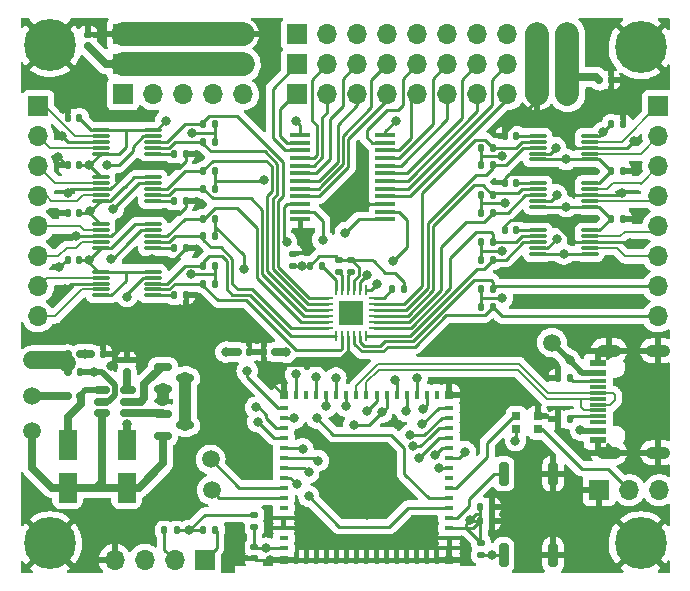
<source format=gtl>
G04 #@! TF.GenerationSoftware,KiCad,Pcbnew,(6.0.11)*
G04 #@! TF.CreationDate,2023-03-15T17:37:52+01:00*
G04 #@! TF.ProjectId,ProtoBoard,50726f74-6f42-46f6-9172-642e6b696361,rev?*
G04 #@! TF.SameCoordinates,Original*
G04 #@! TF.FileFunction,Copper,L1,Top*
G04 #@! TF.FilePolarity,Positive*
%FSLAX46Y46*%
G04 Gerber Fmt 4.6, Leading zero omitted, Abs format (unit mm)*
G04 Created by KiCad (PCBNEW (6.0.11)) date 2023-03-15 17:37:52*
%MOMM*%
%LPD*%
G01*
G04 APERTURE LIST*
G04 Aperture macros list*
%AMRoundRect*
0 Rectangle with rounded corners*
0 $1 Rounding radius*
0 $2 $3 $4 $5 $6 $7 $8 $9 X,Y pos of 4 corners*
0 Add a 4 corners polygon primitive as box body*
4,1,4,$2,$3,$4,$5,$6,$7,$8,$9,$2,$3,0*
0 Add four circle primitives for the rounded corners*
1,1,$1+$1,$2,$3*
1,1,$1+$1,$4,$5*
1,1,$1+$1,$6,$7*
1,1,$1+$1,$8,$9*
0 Add four rect primitives between the rounded corners*
20,1,$1+$1,$2,$3,$4,$5,0*
20,1,$1+$1,$4,$5,$6,$7,0*
20,1,$1+$1,$6,$7,$8,$9,0*
20,1,$1+$1,$8,$9,$2,$3,0*%
%AMFreePoly0*
4,1,6,0.600000,-0.600000,-0.600000,-0.600000,-0.600000,0.000000,0.000000,0.600000,0.600000,0.600000,0.600000,-0.600000,0.600000,-0.600000,$1*%
G04 Aperture macros list end*
G04 #@! TA.AperFunction,SMDPad,CuDef*
%ADD10RoundRect,0.140000X-0.140000X-0.170000X0.140000X-0.170000X0.140000X0.170000X-0.140000X0.170000X0*%
G04 #@! TD*
G04 #@! TA.AperFunction,SMDPad,CuDef*
%ADD11RoundRect,0.135000X-0.135000X-0.185000X0.135000X-0.185000X0.135000X0.185000X-0.135000X0.185000X0*%
G04 #@! TD*
G04 #@! TA.AperFunction,ComponentPad*
%ADD12R,1.700000X1.700000*%
G04 #@! TD*
G04 #@! TA.AperFunction,ComponentPad*
%ADD13O,1.700000X1.700000*%
G04 #@! TD*
G04 #@! TA.AperFunction,SMDPad,CuDef*
%ADD14RoundRect,0.135000X0.135000X0.185000X-0.135000X0.185000X-0.135000X-0.185000X0.135000X-0.185000X0*%
G04 #@! TD*
G04 #@! TA.AperFunction,SMDPad,CuDef*
%ADD15RoundRect,0.140000X0.140000X0.170000X-0.140000X0.170000X-0.140000X-0.170000X0.140000X-0.170000X0*%
G04 #@! TD*
G04 #@! TA.AperFunction,SMDPad,CuDef*
%ADD16RoundRect,0.075000X0.650000X0.075000X-0.650000X0.075000X-0.650000X-0.075000X0.650000X-0.075000X0*%
G04 #@! TD*
G04 #@! TA.AperFunction,SMDPad,CuDef*
%ADD17C,1.500000*%
G04 #@! TD*
G04 #@! TA.AperFunction,SMDPad,CuDef*
%ADD18R,0.700000X0.700000*%
G04 #@! TD*
G04 #@! TA.AperFunction,SMDPad,CuDef*
%ADD19RoundRect,0.062500X-0.375000X-0.062500X0.375000X-0.062500X0.375000X0.062500X-0.375000X0.062500X0*%
G04 #@! TD*
G04 #@! TA.AperFunction,SMDPad,CuDef*
%ADD20RoundRect,0.062500X-0.062500X-0.375000X0.062500X-0.375000X0.062500X0.375000X-0.062500X0.375000X0*%
G04 #@! TD*
G04 #@! TA.AperFunction,SMDPad,CuDef*
%ADD21R,2.100000X2.100000*%
G04 #@! TD*
G04 #@! TA.AperFunction,SMDPad,CuDef*
%ADD22RoundRect,0.200000X0.200000X0.800000X-0.200000X0.800000X-0.200000X-0.800000X0.200000X-0.800000X0*%
G04 #@! TD*
G04 #@! TA.AperFunction,SMDPad,CuDef*
%ADD23RoundRect,0.135000X-0.185000X0.135000X-0.185000X-0.135000X0.185000X-0.135000X0.185000X0.135000X0*%
G04 #@! TD*
G04 #@! TA.AperFunction,SMDPad,CuDef*
%ADD24RoundRect,0.250000X-0.550000X1.050000X-0.550000X-1.050000X0.550000X-1.050000X0.550000X1.050000X0*%
G04 #@! TD*
G04 #@! TA.AperFunction,ComponentPad*
%ADD25C,4.400000*%
G04 #@! TD*
G04 #@! TA.AperFunction,SMDPad,CuDef*
%ADD26RoundRect,0.075000X-0.650000X-0.075000X0.650000X-0.075000X0.650000X0.075000X-0.650000X0.075000X0*%
G04 #@! TD*
G04 #@! TA.AperFunction,SMDPad,CuDef*
%ADD27RoundRect,0.150000X-0.587500X-0.150000X0.587500X-0.150000X0.587500X0.150000X-0.587500X0.150000X0*%
G04 #@! TD*
G04 #@! TA.AperFunction,SMDPad,CuDef*
%ADD28R,1.750000X0.450000*%
G04 #@! TD*
G04 #@! TA.AperFunction,SMDPad,CuDef*
%ADD29RoundRect,0.140000X0.170000X-0.140000X0.170000X0.140000X-0.170000X0.140000X-0.170000X-0.140000X0*%
G04 #@! TD*
G04 #@! TA.AperFunction,SMDPad,CuDef*
%ADD30R,1.450000X0.600000*%
G04 #@! TD*
G04 #@! TA.AperFunction,SMDPad,CuDef*
%ADD31R,1.450000X0.300000*%
G04 #@! TD*
G04 #@! TA.AperFunction,ComponentPad*
%ADD32O,2.100000X1.050000*%
G04 #@! TD*
G04 #@! TA.AperFunction,SMDPad,CuDef*
%ADD33RoundRect,0.150000X0.512500X0.150000X-0.512500X0.150000X-0.512500X-0.150000X0.512500X-0.150000X0*%
G04 #@! TD*
G04 #@! TA.AperFunction,SMDPad,CuDef*
%ADD34R,0.800000X0.400000*%
G04 #@! TD*
G04 #@! TA.AperFunction,SMDPad,CuDef*
%ADD35R,0.400000X0.800000*%
G04 #@! TD*
G04 #@! TA.AperFunction,SMDPad,CuDef*
%ADD36R,1.200000X1.200000*%
G04 #@! TD*
G04 #@! TA.AperFunction,SMDPad,CuDef*
%ADD37FreePoly0,180.000000*%
G04 #@! TD*
G04 #@! TA.AperFunction,SMDPad,CuDef*
%ADD38R,0.800000X0.800000*%
G04 #@! TD*
G04 #@! TA.AperFunction,ViaPad*
%ADD39C,0.800000*%
G04 #@! TD*
G04 #@! TA.AperFunction,Conductor*
%ADD40C,0.250000*%
G04 #@! TD*
G04 #@! TA.AperFunction,Conductor*
%ADD41C,1.000000*%
G04 #@! TD*
G04 #@! TA.AperFunction,Conductor*
%ADD42C,2.000000*%
G04 #@! TD*
G04 #@! TA.AperFunction,Conductor*
%ADD43C,0.700000*%
G04 #@! TD*
G04 #@! TA.AperFunction,Conductor*
%ADD44C,1.500000*%
G04 #@! TD*
G04 #@! TA.AperFunction,Conductor*
%ADD45C,0.500000*%
G04 #@! TD*
G04 #@! TA.AperFunction,Conductor*
%ADD46C,0.200000*%
G04 #@! TD*
G04 APERTURE END LIST*
D10*
X66570000Y-90550000D03*
X67530000Y-90550000D03*
D11*
X87140000Y-78750000D03*
X88160000Y-78750000D03*
X72640000Y-83250000D03*
X73660000Y-83250000D03*
D12*
X71600000Y-66190000D03*
D13*
X74140000Y-66190000D03*
X76680000Y-66190000D03*
X79220000Y-66190000D03*
X81760000Y-66190000D03*
X84300000Y-66190000D03*
X86840000Y-66190000D03*
X89380000Y-66190000D03*
X91920000Y-66190000D03*
X94460000Y-66190000D03*
D12*
X56825000Y-68730000D03*
D13*
X59365000Y-68730000D03*
X61905000Y-68730000D03*
X64445000Y-68730000D03*
X66985000Y-68730000D03*
D14*
X64660000Y-71250000D03*
X63640000Y-71250000D03*
D15*
X90130000Y-72250000D03*
X89170000Y-72250000D03*
D10*
X61170000Y-85750000D03*
X62130000Y-85750000D03*
D12*
X71600000Y-68730000D03*
D13*
X74140000Y-68730000D03*
X76680000Y-68730000D03*
X79220000Y-68730000D03*
X81760000Y-68730000D03*
X84300000Y-68730000D03*
X86840000Y-68730000D03*
X89380000Y-68730000D03*
X91920000Y-68730000D03*
X94460000Y-68730000D03*
D16*
X59350000Y-81750000D03*
X59350000Y-81250000D03*
X59350000Y-80750000D03*
X59350000Y-80250000D03*
X59350000Y-79750000D03*
X54950000Y-79750000D03*
X54950000Y-80250000D03*
X54950000Y-80750000D03*
X54950000Y-81250000D03*
X54950000Y-81750000D03*
D17*
X49150000Y-94250000D03*
X64250000Y-99650000D03*
D18*
X91965000Y-97100000D03*
X91965000Y-96000000D03*
X90135000Y-96000000D03*
X90135000Y-97100000D03*
D15*
X53130000Y-70750000D03*
X52170000Y-70750000D03*
D12*
X71600000Y-63650000D03*
D13*
X74140000Y-63650000D03*
X76680000Y-63650000D03*
X79220000Y-63650000D03*
X81760000Y-63650000D03*
X84300000Y-63650000D03*
X86840000Y-63650000D03*
X89380000Y-63650000D03*
X91920000Y-63650000D03*
X94460000Y-63650000D03*
D19*
X74212500Y-86000000D03*
X74212500Y-86500000D03*
X74212500Y-87000000D03*
X74212500Y-87500000D03*
X74212500Y-88000000D03*
X74212500Y-88500000D03*
D20*
X74900000Y-89187500D03*
X75400000Y-89187500D03*
X75900000Y-89187500D03*
X76400000Y-89187500D03*
X76900000Y-89187500D03*
X77400000Y-89187500D03*
D19*
X78087500Y-88500000D03*
X78087500Y-88000000D03*
X78087500Y-87500000D03*
X78087500Y-87000000D03*
X78087500Y-86500000D03*
X78087500Y-86000000D03*
D20*
X77400000Y-85312500D03*
X76900000Y-85312500D03*
X76400000Y-85312500D03*
X75900000Y-85312500D03*
X75400000Y-85312500D03*
X74900000Y-85312500D03*
D21*
X76150000Y-87250000D03*
D22*
X93250000Y-107750000D03*
X89050000Y-107750000D03*
D14*
X64660000Y-105650000D03*
X63640000Y-105650000D03*
X64660000Y-83250000D03*
X63640000Y-83250000D03*
D11*
X87140000Y-81250000D03*
X88160000Y-81250000D03*
D10*
X61170000Y-77750000D03*
X62130000Y-77750000D03*
D23*
X75150000Y-82740000D03*
X75150000Y-83760000D03*
D12*
X102150000Y-69750000D03*
D13*
X102150000Y-72290000D03*
X102150000Y-74830000D03*
X102150000Y-77370000D03*
X102150000Y-79910000D03*
X102150000Y-82450000D03*
X102150000Y-84990000D03*
X102150000Y-87530000D03*
D11*
X87140000Y-85250000D03*
X88160000Y-85250000D03*
D10*
X87070000Y-104850000D03*
X88030000Y-104850000D03*
D24*
X57150000Y-98450000D03*
X57150000Y-102050000D03*
D11*
X87140000Y-73250000D03*
X88160000Y-73250000D03*
D15*
X69730000Y-90550000D03*
X68770000Y-90550000D03*
D14*
X64660000Y-79250000D03*
X63640000Y-79250000D03*
D25*
X50650000Y-64550000D03*
D22*
X93250000Y-100850000D03*
X89050000Y-100850000D03*
D11*
X87140000Y-74750000D03*
X88160000Y-74750000D03*
D10*
X98170000Y-71250000D03*
X99130000Y-71250000D03*
D15*
X90130000Y-80250000D03*
X89170000Y-80250000D03*
D16*
X59350000Y-73750000D03*
X59350000Y-73250000D03*
X59350000Y-72750000D03*
X59350000Y-72250000D03*
X59350000Y-71750000D03*
X54950000Y-71750000D03*
X54950000Y-72250000D03*
X54950000Y-72750000D03*
X54950000Y-73250000D03*
X54950000Y-73750000D03*
D12*
X56825000Y-66190000D03*
D13*
X59365000Y-66190000D03*
X61905000Y-66190000D03*
X64445000Y-66190000D03*
X66985000Y-66190000D03*
D17*
X64350000Y-102250000D03*
D26*
X91950000Y-72250000D03*
X91950000Y-72750000D03*
X91950000Y-73250000D03*
X91950000Y-73750000D03*
X91950000Y-74250000D03*
X96350000Y-74250000D03*
X96350000Y-73750000D03*
X96350000Y-73250000D03*
X96350000Y-72750000D03*
X96350000Y-72250000D03*
D12*
X56825000Y-63650000D03*
D13*
X59365000Y-63650000D03*
X61905000Y-63650000D03*
X64445000Y-63650000D03*
X66985000Y-63650000D03*
D14*
X64660000Y-72750000D03*
X63640000Y-72750000D03*
D12*
X97150000Y-102250000D03*
D13*
X99690000Y-102250000D03*
X102230000Y-102250000D03*
D14*
X94660000Y-92750000D03*
X93640000Y-92750000D03*
D10*
X87070000Y-103650000D03*
X88030000Y-103650000D03*
X98170000Y-79250000D03*
X99130000Y-79250000D03*
D11*
X60340000Y-105650000D03*
X61360000Y-105650000D03*
D25*
X50650000Y-106750000D03*
D17*
X93150000Y-89750000D03*
D27*
X60212500Y-91800000D03*
X60212500Y-93700000D03*
X62087500Y-92750000D03*
D14*
X53160000Y-92250000D03*
X52140000Y-92250000D03*
D11*
X87140000Y-82750000D03*
X88160000Y-82750000D03*
X87140000Y-86750000D03*
X88160000Y-86750000D03*
X93640000Y-96250000D03*
X94660000Y-96250000D03*
D15*
X53130000Y-78750000D03*
X52170000Y-78750000D03*
D27*
X60212500Y-95800000D03*
X60212500Y-97700000D03*
X62087500Y-96750000D03*
D10*
X61170000Y-81750000D03*
X62130000Y-81750000D03*
D14*
X64660000Y-76750000D03*
X63640000Y-76750000D03*
D17*
X49150000Y-91250000D03*
D10*
X97170000Y-67550000D03*
X98130000Y-67550000D03*
D14*
X64660000Y-84750000D03*
X63640000Y-84750000D03*
D16*
X59350000Y-77750000D03*
X59350000Y-77250000D03*
X59350000Y-76750000D03*
X59350000Y-76250000D03*
X59350000Y-75750000D03*
X54950000Y-75750000D03*
X54950000Y-76250000D03*
X54950000Y-76750000D03*
X54950000Y-77250000D03*
X54950000Y-77750000D03*
D17*
X49150000Y-97250000D03*
D23*
X76150000Y-82740000D03*
X76150000Y-83760000D03*
D16*
X59350000Y-85750000D03*
X59350000Y-85250000D03*
X59350000Y-84750000D03*
X59350000Y-84250000D03*
X59350000Y-83750000D03*
X54950000Y-83750000D03*
X54950000Y-84250000D03*
X54950000Y-84750000D03*
X54950000Y-85250000D03*
X54950000Y-85750000D03*
D26*
X91950000Y-80250000D03*
X91950000Y-80750000D03*
X91950000Y-81250000D03*
X91950000Y-81750000D03*
X91950000Y-82250000D03*
X96350000Y-82250000D03*
X96350000Y-81750000D03*
X96350000Y-81250000D03*
X96350000Y-80750000D03*
X96350000Y-80250000D03*
D28*
X71850000Y-72175000D03*
X71850000Y-72825000D03*
X71850000Y-73475000D03*
X71850000Y-74125000D03*
X71850000Y-74775000D03*
X71850000Y-75425000D03*
X71850000Y-76075000D03*
X71850000Y-76725000D03*
X71850000Y-77375000D03*
X71850000Y-78025000D03*
X71850000Y-78675000D03*
X71850000Y-79325000D03*
X79050000Y-79325000D03*
X79050000Y-78675000D03*
X79050000Y-78025000D03*
X79050000Y-77375000D03*
X79050000Y-76725000D03*
X79050000Y-76075000D03*
X79050000Y-75425000D03*
X79050000Y-74775000D03*
X79050000Y-74125000D03*
X79050000Y-73475000D03*
X79050000Y-72825000D03*
X79050000Y-72175000D03*
D11*
X52140000Y-90750000D03*
X53160000Y-90750000D03*
X54140000Y-90750000D03*
X55160000Y-90750000D03*
D24*
X52150000Y-98450000D03*
X52150000Y-102050000D03*
D14*
X64660000Y-75250000D03*
X63640000Y-75250000D03*
D23*
X57150000Y-91240000D03*
X57150000Y-92260000D03*
D14*
X53160000Y-94250000D03*
X52140000Y-94250000D03*
D23*
X67950000Y-104340000D03*
X67950000Y-105360000D03*
D29*
X71250000Y-83230000D03*
X71250000Y-82270000D03*
D12*
X49650000Y-69750000D03*
D13*
X49650000Y-72290000D03*
X49650000Y-74830000D03*
X49650000Y-77370000D03*
X49650000Y-79910000D03*
X49650000Y-82450000D03*
X49650000Y-84990000D03*
X49650000Y-87530000D03*
D15*
X90130000Y-76250000D03*
X89170000Y-76250000D03*
D11*
X87140000Y-77250000D03*
X88160000Y-77250000D03*
D10*
X61170000Y-73750000D03*
X62130000Y-73750000D03*
D30*
X97055000Y-98000000D03*
X97055000Y-97200000D03*
D31*
X97055000Y-96000000D03*
X97055000Y-95000000D03*
X97055000Y-94500000D03*
X97055000Y-93500000D03*
D30*
X97055000Y-91500000D03*
X97055000Y-92300000D03*
D31*
X97055000Y-93000000D03*
X97055000Y-94000000D03*
X97055000Y-95500000D03*
X97055000Y-96500000D03*
D32*
X97970000Y-99070000D03*
X97970000Y-90430000D03*
X102150000Y-99070000D03*
X102150000Y-90430000D03*
D10*
X98170000Y-75250000D03*
X99130000Y-75250000D03*
D33*
X57287500Y-95700000D03*
X57287500Y-94750000D03*
X57287500Y-93800000D03*
X55012500Y-93800000D03*
X55012500Y-94750000D03*
X55012500Y-95700000D03*
D29*
X67945000Y-108030000D03*
X67945000Y-107070000D03*
D14*
X64660000Y-80750000D03*
X63640000Y-80750000D03*
D26*
X91950000Y-76250000D03*
X91950000Y-76750000D03*
X91950000Y-77250000D03*
X91950000Y-77750000D03*
X91950000Y-78250000D03*
X96350000Y-78250000D03*
X96350000Y-77750000D03*
X96350000Y-77250000D03*
X96350000Y-76750000D03*
X96350000Y-76250000D03*
D34*
X84445000Y-107150000D03*
X84445000Y-106300000D03*
X84445000Y-105450000D03*
X84445000Y-104600000D03*
X84445000Y-103750000D03*
X84445000Y-102900000D03*
X84445000Y-102050000D03*
X84445000Y-101200000D03*
X84445000Y-100350000D03*
X84445000Y-99500000D03*
X84445000Y-98650000D03*
X84445000Y-97800000D03*
X84445000Y-96950000D03*
X84445000Y-96100000D03*
X84445000Y-95250000D03*
D35*
X83395000Y-94200000D03*
X82545000Y-94200000D03*
X81695000Y-94200000D03*
X80845000Y-94200000D03*
X79995000Y-94200000D03*
X79145000Y-94200000D03*
X78295000Y-94200000D03*
X77445000Y-94200000D03*
X76595000Y-94200000D03*
X75745000Y-94200000D03*
X74895000Y-94200000D03*
X74045000Y-94200000D03*
X73195000Y-94200000D03*
X72345000Y-94200000D03*
X71495000Y-94200000D03*
D34*
X70445000Y-95250000D03*
X70445000Y-96100000D03*
X70445000Y-96950000D03*
X70445000Y-97800000D03*
X70445000Y-98650000D03*
X70445000Y-99500000D03*
X70445000Y-100350000D03*
X70445000Y-101200000D03*
X70445000Y-102050000D03*
X70445000Y-102900000D03*
X70445000Y-103750000D03*
X70445000Y-104600000D03*
X70445000Y-105450000D03*
X70445000Y-106300000D03*
X70445000Y-107150000D03*
D35*
X71495000Y-108200000D03*
X72345000Y-108200000D03*
X73195000Y-108200000D03*
X74045000Y-108200000D03*
X74895000Y-108200000D03*
X75745000Y-108200000D03*
X76595000Y-108200000D03*
X77445000Y-108200000D03*
X78295000Y-108200000D03*
X79145000Y-108200000D03*
X79995000Y-108200000D03*
X80845000Y-108200000D03*
X81695000Y-108200000D03*
X82545000Y-108200000D03*
X83395000Y-108200000D03*
D36*
X75795000Y-101200000D03*
X77445000Y-101200000D03*
D37*
X79095000Y-102850000D03*
D36*
X75795000Y-99550000D03*
X77445000Y-99550000D03*
X79095000Y-99550000D03*
X77445000Y-102850000D03*
X79095000Y-101200000D03*
X75795000Y-102850000D03*
D38*
X84445000Y-108200000D03*
X84445000Y-94200000D03*
X70445000Y-94200000D03*
X70445000Y-108200000D03*
D23*
X87150000Y-106715000D03*
X87150000Y-107735000D03*
D25*
X100650000Y-64750000D03*
D12*
X63750000Y-108150000D03*
D13*
X61210000Y-108150000D03*
X58670000Y-108150000D03*
X56130000Y-108150000D03*
D14*
X80660000Y-85250000D03*
X79640000Y-85250000D03*
D15*
X53130000Y-82750000D03*
X52170000Y-82750000D03*
D29*
X53850000Y-64630000D03*
X53850000Y-63670000D03*
D15*
X53130000Y-74750000D03*
X52170000Y-74750000D03*
D25*
X100650000Y-106750000D03*
D39*
X52850000Y-80750000D03*
X51350000Y-74050000D03*
X51750000Y-69950000D03*
X51650000Y-72250000D03*
X52150000Y-77050000D03*
X73250000Y-97750000D03*
X99050000Y-77050000D03*
X100094622Y-72694622D03*
X100150000Y-79250000D03*
X100150000Y-75150000D03*
X94450000Y-83650000D03*
X99750000Y-81350000D03*
X59325500Y-82674502D03*
X77450000Y-104350000D03*
X51450000Y-83350000D03*
X69250000Y-108150000D03*
X51950000Y-85250000D03*
X55850000Y-91750000D03*
X72150000Y-81050000D03*
X51050000Y-78750000D03*
X75150000Y-96350000D03*
X94450000Y-86350000D03*
X76450000Y-76950000D03*
X69122500Y-92877500D03*
X80150000Y-96750000D03*
X60150000Y-94650480D03*
X86250000Y-104750000D03*
X62650000Y-72025500D03*
X88950000Y-81974500D03*
X67050000Y-83550000D03*
X68725500Y-75950000D03*
X54050000Y-78650000D03*
X97460000Y-71960000D03*
X88950000Y-85974500D03*
X71950000Y-83250000D03*
X79950000Y-70950000D03*
X90050000Y-98050000D03*
X62550000Y-83974500D03*
X94350000Y-78250000D03*
X94350000Y-74250000D03*
X53950000Y-82750000D03*
X53950000Y-74750000D03*
X94150000Y-82250000D03*
X89150000Y-77974500D03*
X88950000Y-73974500D03*
X62450000Y-105650000D03*
X60450000Y-70950000D03*
X65550000Y-90550000D03*
X70637701Y-90562299D03*
X51050000Y-91250000D03*
X77519020Y-84039625D03*
X77450000Y-95550000D03*
X78350000Y-84750000D03*
X78750000Y-95650000D03*
X76350000Y-96750000D03*
X80750000Y-95550000D03*
X82250000Y-95350000D03*
X81750000Y-92750000D03*
X81150000Y-97550000D03*
X82150000Y-96650000D03*
X81850000Y-99550000D03*
X81392415Y-98519659D03*
X68250000Y-96450000D03*
X68062299Y-95237701D03*
X71350000Y-96150000D03*
X67343142Y-92149500D03*
X53650000Y-90750000D03*
X72550000Y-102750000D03*
X88065000Y-107735000D03*
X68950000Y-107150000D03*
X73250000Y-96150000D03*
X71450000Y-70950000D03*
X75750000Y-95150000D03*
X79650000Y-82850000D03*
X75650000Y-80450000D03*
X74850000Y-92750000D03*
X74050000Y-95150000D03*
X73750000Y-81050000D03*
X70674500Y-81250000D03*
X73150000Y-92650000D03*
X71450000Y-92450000D03*
X95550000Y-97150000D03*
X94650000Y-91250000D03*
X79850000Y-92950000D03*
X72050000Y-98750000D03*
X55450000Y-74750000D03*
X55979339Y-78433828D03*
X73350000Y-99750000D03*
X72550000Y-100750000D03*
X55850000Y-82650000D03*
X71550000Y-101750000D03*
X57162299Y-85862299D03*
X93450000Y-73250000D03*
X83250000Y-99250000D03*
X93550000Y-77250000D03*
X85787701Y-98987701D03*
X83550000Y-100350000D03*
X93547179Y-80948120D03*
X54350000Y-92250000D03*
X57135875Y-96637316D03*
D40*
X88160000Y-80560000D02*
X88160000Y-81250000D01*
X87950000Y-80350000D02*
X88160000Y-80560000D01*
X86750000Y-80350000D02*
X87950000Y-80350000D01*
X84550000Y-82550000D02*
X86750000Y-80350000D01*
X81207151Y-88500000D02*
X84550000Y-85157152D01*
X78087500Y-88500000D02*
X81207151Y-88500000D01*
X84550000Y-85157152D02*
X84550000Y-82550000D01*
X87360000Y-79550000D02*
X88160000Y-78750000D01*
X83750000Y-81650000D02*
X85850000Y-79550000D01*
X81071434Y-88000000D02*
X83750000Y-85321434D01*
X83750000Y-85321434D02*
X83750000Y-81650000D01*
X85850000Y-79550000D02*
X87360000Y-79550000D01*
X78087500Y-88000000D02*
X81071434Y-88000000D01*
X88109859Y-77250000D02*
X88160000Y-77250000D01*
X87309859Y-76450000D02*
X88109859Y-77250000D01*
X86550000Y-76450000D02*
X87309859Y-76450000D01*
X83117859Y-85317859D02*
X83117859Y-79882141D01*
X83117859Y-79882141D02*
X86550000Y-76450000D01*
X78087500Y-87500000D02*
X80935717Y-87500000D01*
X80935717Y-87500000D02*
X83117859Y-85317859D01*
X88160000Y-74940000D02*
X88160000Y-74750000D01*
X87550000Y-75550000D02*
X88160000Y-74940000D01*
X86750000Y-75550000D02*
X87550000Y-75550000D01*
X82650000Y-79650000D02*
X86750000Y-75550000D01*
X82650000Y-85150000D02*
X82650000Y-79650000D01*
X80800000Y-87000000D02*
X82650000Y-85150000D01*
X78087500Y-87000000D02*
X80800000Y-87000000D01*
X87515480Y-72605480D02*
X88160000Y-73250000D01*
X86605480Y-72605480D02*
X87515480Y-72605480D01*
X82150000Y-84950000D02*
X82150000Y-77060960D01*
X82150000Y-77060960D02*
X86605480Y-72605480D01*
X80600000Y-86500000D02*
X82150000Y-84950000D01*
X78087500Y-86500000D02*
X80600000Y-86500000D01*
X89170000Y-72250000D02*
X89075960Y-72155960D01*
X62130000Y-81756930D02*
X61212428Y-82674502D01*
X89075960Y-72024040D02*
X91920000Y-69180000D01*
X89650000Y-79350000D02*
X93150000Y-79350000D01*
X69122500Y-92877500D02*
X68770000Y-92525000D01*
X99130000Y-79250000D02*
X100150000Y-79250000D01*
X74730000Y-91670000D02*
X75900000Y-90500000D01*
X100050000Y-75250000D02*
X100150000Y-75150000D01*
X68770000Y-91670000D02*
X68770000Y-90550000D01*
X89170000Y-75830000D02*
X89550000Y-75450000D01*
X89170000Y-76250000D02*
X89170000Y-75830000D01*
X94350000Y-76650000D02*
X94950000Y-77250000D01*
X55750000Y-76750000D02*
X57550000Y-74950000D01*
X62130000Y-78270000D02*
X62130000Y-77750000D01*
X91920000Y-69180000D02*
X91920000Y-68730000D01*
X57750000Y-78850000D02*
X61550000Y-78850000D01*
D41*
X60212500Y-94587980D02*
X60150000Y-94650480D01*
D40*
X93150000Y-79350000D02*
X95050000Y-81250000D01*
X52050000Y-74750000D02*
X51350000Y-74050000D01*
D41*
X60212500Y-93700000D02*
X60212500Y-94587980D01*
D40*
X95050000Y-81250000D02*
X96350000Y-81250000D01*
X68770000Y-92525000D02*
X68770000Y-91670000D01*
X54950000Y-80750000D02*
X55850000Y-80750000D01*
X94950000Y-77250000D02*
X96350000Y-77250000D01*
X96350000Y-77250000D02*
X98850000Y-77250000D01*
X52450000Y-84750000D02*
X51950000Y-85250000D01*
X71850000Y-80750000D02*
X72150000Y-81050000D01*
X54950000Y-76750000D02*
X52450000Y-76750000D01*
X99130000Y-75250000D02*
X100050000Y-75250000D01*
X94350000Y-75850000D02*
X94350000Y-76650000D01*
D42*
X91920000Y-63650000D02*
X91920000Y-68730000D01*
D40*
X70445000Y-108200000D02*
X69300000Y-108200000D01*
X99650000Y-81250000D02*
X99750000Y-81350000D01*
X98850000Y-77250000D02*
X99050000Y-77050000D01*
X96350000Y-81250000D02*
X99650000Y-81250000D01*
X69250000Y-108150000D02*
X68065000Y-108150000D01*
X93950000Y-75450000D02*
X94350000Y-75850000D01*
X52170000Y-74750000D02*
X52050000Y-74750000D01*
X77525000Y-78025000D02*
X76450000Y-76950000D01*
X62130000Y-81750000D02*
X62130000Y-81756930D01*
X61550000Y-78850000D02*
X62130000Y-78270000D01*
X57550000Y-74950000D02*
X61550000Y-74950000D01*
X89170000Y-80250000D02*
X89170000Y-79830000D01*
X99539244Y-73250000D02*
X100094622Y-72694622D01*
X62130000Y-74370000D02*
X62130000Y-73750000D01*
X52170000Y-78750000D02*
X51050000Y-78750000D01*
X61550000Y-74950000D02*
X62130000Y-74370000D01*
X68770000Y-91670000D02*
X74730000Y-91670000D01*
X89170000Y-79830000D02*
X89650000Y-79350000D01*
X91920000Y-70020000D02*
X91920000Y-68730000D01*
X54950000Y-80750000D02*
X52850000Y-80750000D01*
X61212428Y-82674502D02*
X59325500Y-82674502D01*
D42*
X56825000Y-63650000D02*
X66985000Y-63650000D01*
D40*
X79050000Y-78025000D02*
X77525000Y-78025000D01*
X75900000Y-90500000D02*
X75900000Y-89187500D01*
X52050000Y-82750000D02*
X51450000Y-83350000D01*
X96350000Y-73250000D02*
X99539244Y-73250000D01*
X89550000Y-75450000D02*
X93950000Y-75450000D01*
X54950000Y-72750000D02*
X52150000Y-72750000D01*
X67530000Y-90550000D02*
X68770000Y-90550000D01*
X55850000Y-80750000D02*
X57750000Y-78850000D01*
X68065000Y-108150000D02*
X67945000Y-108030000D01*
X54950000Y-84750000D02*
X52450000Y-84750000D01*
X70445000Y-94200000D02*
X69122500Y-92877500D01*
X71850000Y-79325000D02*
X71850000Y-80750000D01*
X52450000Y-76750000D02*
X52150000Y-77050000D01*
X52170000Y-70750000D02*
X52170000Y-70370000D01*
X52170000Y-82750000D02*
X52050000Y-82750000D01*
X96350000Y-73250000D02*
X95150000Y-73250000D01*
X95150000Y-73250000D02*
X91920000Y-70020000D01*
X52150000Y-72750000D02*
X51650000Y-72250000D01*
X52170000Y-70370000D02*
X51750000Y-69950000D01*
X54950000Y-76750000D02*
X55750000Y-76750000D01*
X89075960Y-72155960D02*
X89075960Y-72024040D01*
X69300000Y-108200000D02*
X69250000Y-108150000D01*
X55740006Y-77750000D02*
X56950000Y-76540006D01*
X62664500Y-72040000D02*
X62650000Y-72025500D01*
X56950000Y-76540006D02*
X56959994Y-76540006D01*
X53750000Y-82750000D02*
X53950000Y-82750000D01*
X86730000Y-104270000D02*
X86250000Y-104750000D01*
X56450000Y-73750000D02*
X57050000Y-73150000D01*
D42*
X94460000Y-67260000D02*
X94460000Y-68730000D01*
D40*
X54950000Y-77750000D02*
X55740006Y-77750000D01*
X54950000Y-71750000D02*
X54130000Y-71750000D01*
D43*
X96880000Y-67260000D02*
X97170000Y-67550000D01*
D40*
X57050000Y-84550000D02*
X57050000Y-83750000D01*
X78050000Y-82850000D02*
X79050000Y-83850000D01*
X53950000Y-82750000D02*
X54950000Y-81750000D01*
X54750000Y-83750000D02*
X54950000Y-83750000D01*
X87070000Y-104270000D02*
X86730000Y-104270000D01*
X96350000Y-76250000D02*
X97170000Y-76250000D01*
X94350000Y-74250000D02*
X96350000Y-74250000D01*
X90135000Y-97100000D02*
X90135000Y-97965000D01*
X61360000Y-105650000D02*
X62450000Y-105650000D01*
X72640000Y-83250000D02*
X73440000Y-82450000D01*
X53750000Y-82750000D02*
X54750000Y-83750000D01*
X97170000Y-72250000D02*
X98170000Y-71250000D01*
X54950000Y-81750000D02*
X55850000Y-81750000D01*
X85885000Y-105450000D02*
X87150000Y-106715000D01*
X64660000Y-71250000D02*
X64660000Y-72040000D01*
X90135000Y-97965000D02*
X90050000Y-98050000D01*
X79850000Y-83850000D02*
X80650000Y-84650000D01*
X55850000Y-81750000D02*
X56850000Y-80750000D01*
X76150000Y-82740000D02*
X75150000Y-82740000D01*
X54950000Y-85750000D02*
X55850000Y-85750000D01*
X74860000Y-82450000D02*
X75150000Y-82740000D01*
X54050000Y-78650000D02*
X54950000Y-77750000D01*
X87140000Y-85960000D02*
X87140000Y-85250000D01*
X87140000Y-77940000D02*
X87140000Y-78750000D01*
X87140000Y-81960000D02*
X87140000Y-82750000D01*
X53950000Y-78750000D02*
X54050000Y-78650000D01*
X88915500Y-73940000D02*
X88950000Y-73974500D01*
X79050000Y-72175000D02*
X79050000Y-71850000D01*
X64525500Y-83974500D02*
X62550000Y-83974500D01*
X87140000Y-81250000D02*
X87140000Y-81960000D01*
X71270000Y-83250000D02*
X71250000Y-83230000D01*
X57750000Y-75750000D02*
X59350000Y-75750000D01*
X77940000Y-82740000D02*
X78050000Y-82850000D01*
X76794520Y-84085339D02*
X76794520Y-83384520D01*
X97170000Y-78250000D02*
X98170000Y-79250000D01*
X59650000Y-71750000D02*
X60450000Y-70950000D01*
X85885000Y-105115000D02*
X86250000Y-104750000D01*
X85885000Y-105450000D02*
X86470000Y-105450000D01*
X96350000Y-72250000D02*
X97170000Y-72250000D01*
X54130000Y-71750000D02*
X53130000Y-70750000D01*
X54950000Y-83750000D02*
X57050000Y-83750000D01*
X96350000Y-78250000D02*
X97170000Y-78250000D01*
X64660000Y-83840000D02*
X64660000Y-84750000D01*
X53130000Y-74750000D02*
X53950000Y-74750000D01*
X87140000Y-77940000D02*
X89115500Y-77940000D01*
X64660000Y-72040000D02*
X64660000Y-72750000D01*
X87070000Y-103650000D02*
X87070000Y-104270000D01*
X76400000Y-85312500D02*
X76400000Y-84479859D01*
X54950000Y-73750000D02*
X56450000Y-73750000D01*
X73440000Y-82450000D02*
X74860000Y-82450000D01*
X87140000Y-85960000D02*
X88935500Y-85960000D01*
X87070000Y-106635000D02*
X87150000Y-106715000D01*
X96350000Y-80250000D02*
X97170000Y-80250000D01*
X64660000Y-79940000D02*
X67050000Y-82330000D01*
X64660000Y-76060000D02*
X64660000Y-76750000D01*
X87140000Y-73940000D02*
X88915500Y-73940000D01*
X94350000Y-78250000D02*
X96350000Y-78250000D01*
X54950000Y-71750000D02*
X57050000Y-71750000D01*
X94150000Y-82250000D02*
X96350000Y-82250000D01*
X53950000Y-74750000D02*
X54950000Y-73750000D01*
X97170000Y-74250000D02*
X98170000Y-75250000D01*
X57850000Y-79750000D02*
X56850000Y-80750000D01*
X57050000Y-83750000D02*
X59350000Y-83750000D01*
X64660000Y-76060000D02*
X68615500Y-76060000D01*
X71950000Y-83250000D02*
X71270000Y-83250000D01*
D43*
X94460000Y-67260000D02*
X96880000Y-67260000D01*
D40*
X64660000Y-83840000D02*
X64525500Y-83974500D01*
X68615500Y-76060000D02*
X68725500Y-75950000D01*
X85885000Y-105450000D02*
X85885000Y-105115000D01*
X87070000Y-104270000D02*
X87070000Y-106635000D01*
X88935500Y-85960000D02*
X88950000Y-85974500D01*
X55850000Y-85750000D02*
X57050000Y-84550000D01*
X76400000Y-84479859D02*
X76794520Y-84085339D01*
X76794520Y-83384520D02*
X76150000Y-82740000D01*
X87140000Y-86750000D02*
X87140000Y-85960000D01*
X89115500Y-77940000D02*
X89150000Y-77974500D01*
X72640000Y-83250000D02*
X71950000Y-83250000D01*
X64660000Y-83250000D02*
X64660000Y-83840000D01*
X87140000Y-73940000D02*
X87140000Y-74750000D01*
X56959994Y-76540006D02*
X57750000Y-75750000D01*
X64660000Y-75250000D02*
X64660000Y-76060000D01*
X91950000Y-74250000D02*
X94350000Y-74250000D01*
X87070000Y-104850000D02*
X86350000Y-104850000D01*
X54950000Y-79750000D02*
X53950000Y-78750000D01*
X87140000Y-73250000D02*
X87140000Y-73940000D01*
X57050000Y-71750000D02*
X59350000Y-71750000D01*
X97170000Y-76250000D02*
X98170000Y-75250000D01*
X87140000Y-77250000D02*
X87140000Y-77940000D01*
X59350000Y-79750000D02*
X57850000Y-79750000D01*
X84445000Y-105450000D02*
X85885000Y-105450000D01*
X91950000Y-82250000D02*
X94150000Y-82250000D01*
X59350000Y-71750000D02*
X59650000Y-71750000D01*
X79050000Y-71850000D02*
X79950000Y-70950000D01*
X53950000Y-78750000D02*
X53130000Y-78750000D01*
X91950000Y-78250000D02*
X94350000Y-78250000D01*
X64660000Y-79940000D02*
X64660000Y-80750000D01*
X96350000Y-74250000D02*
X97170000Y-74250000D01*
X53130000Y-82750000D02*
X53750000Y-82750000D01*
X79050000Y-83850000D02*
X79850000Y-83850000D01*
X67050000Y-82330000D02*
X67050000Y-83550000D01*
X62450000Y-105650000D02*
X63640000Y-105650000D01*
X80650000Y-85240000D02*
X80660000Y-85250000D01*
X76150000Y-82740000D02*
X77940000Y-82740000D01*
X87140000Y-81960000D02*
X88935500Y-81960000D01*
X80650000Y-84650000D02*
X80650000Y-85240000D01*
X86470000Y-105450000D02*
X87070000Y-104850000D01*
X86350000Y-104850000D02*
X86250000Y-104750000D01*
X63760000Y-104340000D02*
X62450000Y-105650000D01*
X88935500Y-81960000D02*
X88950000Y-81974500D01*
X53950000Y-74750000D02*
X54950000Y-75750000D01*
D42*
X94460000Y-63650000D02*
X94460000Y-67260000D01*
D40*
X57050000Y-73150000D02*
X57050000Y-71750000D01*
X67950000Y-104340000D02*
X63760000Y-104340000D01*
X64660000Y-79250000D02*
X64660000Y-79940000D01*
X97170000Y-80250000D02*
X98170000Y-79250000D01*
X64660000Y-72040000D02*
X62664500Y-72040000D01*
D44*
X49150000Y-91250000D02*
X51822202Y-91250000D01*
D43*
X65550000Y-90550000D02*
X66570000Y-90550000D01*
X70625402Y-90550000D02*
X70637701Y-90562299D01*
D44*
X51822202Y-91250000D02*
X52076101Y-91503899D01*
D43*
X52140000Y-90750000D02*
X52140000Y-91440000D01*
X52140000Y-91440000D02*
X52140000Y-92250000D01*
X69730000Y-90550000D02*
X70625402Y-90550000D01*
X56825000Y-66190000D02*
X55410000Y-66190000D01*
X55410000Y-66190000D02*
X53850000Y-64630000D01*
D42*
X56825000Y-66190000D02*
X66985000Y-66190000D01*
D40*
X59350000Y-73750000D02*
X61170000Y-73750000D01*
X59350000Y-77750000D02*
X61170000Y-77750000D01*
X59350000Y-81750000D02*
X61170000Y-81750000D01*
X89900000Y-96000000D02*
X90135000Y-96000000D01*
X85050000Y-102050000D02*
X87650000Y-99450000D01*
X87650000Y-98250000D02*
X89900000Y-96000000D01*
X84445000Y-102050000D02*
X85050000Y-102050000D01*
X87650000Y-99450000D02*
X87650000Y-98250000D01*
X59350000Y-85750000D02*
X61170000Y-85750000D01*
X90130000Y-72250000D02*
X91950000Y-72250000D01*
X64750000Y-107150000D02*
X64750000Y-105740000D01*
X78295000Y-94705000D02*
X77450000Y-95550000D01*
X76900000Y-84658645D02*
X77519020Y-84039625D01*
X78295000Y-94200000D02*
X78295000Y-94705000D01*
X64750000Y-105740000D02*
X64660000Y-105650000D01*
X76900000Y-85312500D02*
X76900000Y-84658645D01*
X63750000Y-108150000D02*
X64750000Y-107150000D01*
X77650000Y-96750000D02*
X76350000Y-96750000D01*
X79145000Y-94200000D02*
X79145000Y-95255000D01*
X77400000Y-85312500D02*
X77787500Y-85312500D01*
X60340000Y-105650000D02*
X60340000Y-107280000D01*
X60340000Y-107280000D02*
X61210000Y-108150000D01*
X77787500Y-85312500D02*
X78350000Y-84750000D01*
X79145000Y-95255000D02*
X78750000Y-95650000D01*
X78750000Y-95650000D02*
X77650000Y-96750000D01*
X80845000Y-94200000D02*
X80845000Y-95455000D01*
X80845000Y-95455000D02*
X80750000Y-95550000D01*
X82545000Y-95055000D02*
X82250000Y-95350000D01*
X82545000Y-94200000D02*
X82545000Y-95055000D01*
X81695000Y-94200000D02*
X81695000Y-92805000D01*
X81695000Y-92805000D02*
X81750000Y-92750000D01*
X81150000Y-97550000D02*
X82350000Y-97550000D01*
X83800000Y-96100000D02*
X84445000Y-96100000D01*
X82350000Y-97550000D02*
X83800000Y-96100000D01*
X84445000Y-95250000D02*
X83550000Y-95250000D01*
X83550000Y-95250000D02*
X82150000Y-96650000D01*
X84445000Y-97800000D02*
X83600000Y-97800000D01*
X83600000Y-97800000D02*
X81850000Y-99550000D01*
X82817859Y-97717859D02*
X82016059Y-98519659D01*
X84445000Y-96950000D02*
X83585718Y-96950000D01*
X82016059Y-98519659D02*
X81392415Y-98519659D01*
X83585718Y-96950000D02*
X82817859Y-97717859D01*
X73425000Y-77375000D02*
X75917379Y-74882621D01*
X79220000Y-69180000D02*
X79220000Y-68730000D01*
X71850000Y-77375000D02*
X73425000Y-77375000D01*
X75917379Y-74882621D02*
X75917379Y-72482621D01*
X75917379Y-72482621D02*
X79220000Y-69180000D01*
X77854511Y-69845489D02*
X77854511Y-67555489D01*
X75467859Y-72232141D02*
X77854511Y-69845489D01*
X71850000Y-76725000D02*
X73410718Y-76725000D01*
X73717859Y-76417859D02*
X75467859Y-74667859D01*
X75467859Y-74667859D02*
X75467859Y-72232141D01*
X73410718Y-76725000D02*
X73717859Y-76417859D01*
X77854511Y-67555489D02*
X79220000Y-66190000D01*
X73425000Y-76075000D02*
X75000000Y-74500000D01*
X75000000Y-71300000D02*
X76680000Y-69620000D01*
X75000000Y-74500000D02*
X75000000Y-71300000D01*
X76680000Y-69620000D02*
X76680000Y-68730000D01*
X71850000Y-76075000D02*
X73425000Y-76075000D01*
X75450000Y-69750000D02*
X75450000Y-67420000D01*
X71850000Y-75425000D02*
X73175000Y-75425000D01*
X74350000Y-74250000D02*
X74350000Y-70850000D01*
X73175000Y-75425000D02*
X74350000Y-74250000D01*
X74350000Y-70850000D02*
X75450000Y-69750000D01*
X75450000Y-67420000D02*
X76680000Y-66190000D01*
X74140000Y-70260000D02*
X74140000Y-68730000D01*
X72960717Y-74775000D02*
X73699520Y-74036197D01*
X73699520Y-74036197D02*
X73699520Y-70700480D01*
X71850000Y-74775000D02*
X72960717Y-74775000D01*
X73699520Y-70700480D02*
X74140000Y-70260000D01*
X74140000Y-66190000D02*
X72850000Y-67480000D01*
X72975000Y-74125000D02*
X71850000Y-74125000D01*
X72850000Y-67480000D02*
X72850000Y-70950000D01*
X73250000Y-73850000D02*
X72975000Y-74125000D01*
X73250000Y-73850000D02*
X73250000Y-71350000D01*
X72850000Y-70950000D02*
X73250000Y-71350000D01*
X70575000Y-73475000D02*
X69550000Y-72450000D01*
X69550000Y-68240000D02*
X71600000Y-66190000D01*
X71850000Y-73475000D02*
X70575000Y-73475000D01*
X69550000Y-72450000D02*
X69550000Y-68240000D01*
X71850000Y-72825000D02*
X70725000Y-72825000D01*
X70150000Y-72250000D02*
X70150000Y-69950000D01*
X70150000Y-69950000D02*
X71370000Y-68730000D01*
X70725000Y-72825000D02*
X70150000Y-72250000D01*
X71370000Y-68730000D02*
X71600000Y-68730000D01*
X69600000Y-97800000D02*
X68250000Y-96450000D01*
X70445000Y-97800000D02*
X69600000Y-97800000D01*
X77925000Y-72825000D02*
X79050000Y-72825000D01*
X77450000Y-72350000D02*
X77925000Y-72825000D01*
X80550000Y-69650000D02*
X80150000Y-70050000D01*
X80550000Y-67400000D02*
X80550000Y-69650000D01*
X81760000Y-66190000D02*
X80550000Y-67400000D01*
X79150000Y-70050000D02*
X77450000Y-71750000D01*
X80150000Y-70050000D02*
X79150000Y-70050000D01*
X77450000Y-71750000D02*
X77450000Y-72350000D01*
X81250000Y-69240000D02*
X81760000Y-68730000D01*
X79050000Y-73475000D02*
X80175000Y-73475000D01*
X81250000Y-72400000D02*
X81250000Y-69240000D01*
X80175000Y-73475000D02*
X81250000Y-72400000D01*
X80175000Y-74125000D02*
X79050000Y-74125000D01*
X83050000Y-71250000D02*
X80175000Y-74125000D01*
X83050000Y-67440000D02*
X83050000Y-71250000D01*
X84300000Y-66190000D02*
X83050000Y-67440000D01*
X80325000Y-74775000D02*
X84300000Y-70800000D01*
X84300000Y-70800000D02*
X84300000Y-68730000D01*
X79050000Y-74775000D02*
X80325000Y-74775000D01*
X85550000Y-67480000D02*
X86840000Y-66190000D01*
X79050000Y-75425000D02*
X80875000Y-75425000D01*
X85550000Y-70750000D02*
X85550000Y-67480000D01*
X80875000Y-75425000D02*
X85550000Y-70750000D01*
X79050000Y-76075000D02*
X80925000Y-76075000D01*
X80925000Y-76075000D02*
X86840000Y-70160000D01*
X86840000Y-70160000D02*
X86840000Y-68730000D01*
X88050000Y-69650000D02*
X88050000Y-67520000D01*
X80975000Y-76725000D02*
X88050000Y-69650000D01*
X79050000Y-76725000D02*
X80975000Y-76725000D01*
X88050000Y-67520000D02*
X89380000Y-66190000D01*
X89380000Y-69120000D02*
X81125000Y-77375000D01*
X81125000Y-77375000D02*
X79050000Y-77375000D01*
X89380000Y-68730000D02*
X89380000Y-69120000D01*
X68950000Y-95850000D02*
X68337701Y-95237701D01*
X68337701Y-95237701D02*
X68062299Y-95237701D01*
X68950000Y-96150000D02*
X68950000Y-95850000D01*
X69750000Y-96950000D02*
X68950000Y-96150000D01*
X70445000Y-96950000D02*
X69750000Y-96950000D01*
X71300000Y-96100000D02*
X71350000Y-96150000D01*
X70445000Y-96100000D02*
X71300000Y-96100000D01*
X67343142Y-92643142D02*
X69950000Y-95250000D01*
X67343142Y-92149500D02*
X67343142Y-92643142D01*
X69950000Y-95250000D02*
X70445000Y-95250000D01*
X91950000Y-76250000D02*
X90130000Y-76250000D01*
X91950000Y-80250000D02*
X90130000Y-80250000D01*
X92300000Y-97100000D02*
X95650000Y-100450000D01*
X91965000Y-97100000D02*
X92300000Y-97100000D01*
X97890000Y-100450000D02*
X99690000Y-102250000D01*
X95650000Y-100450000D02*
X97890000Y-100450000D01*
X72550000Y-102750000D02*
X75150000Y-105350000D01*
X79350000Y-105350000D02*
X75250000Y-105350000D01*
X80950000Y-103750000D02*
X79950000Y-104750000D01*
D43*
X53160000Y-90750000D02*
X53650000Y-90750000D01*
D40*
X84445000Y-103750000D02*
X80950000Y-103750000D01*
X75150000Y-105350000D02*
X75250000Y-105350000D01*
X79950000Y-104750000D02*
X79350000Y-105350000D01*
D43*
X53650000Y-90750000D02*
X54140000Y-90750000D01*
D40*
X88065000Y-107735000D02*
X89035000Y-107735000D01*
X68950000Y-107150000D02*
X68025000Y-107150000D01*
X67945000Y-107070000D02*
X67945000Y-105365000D01*
X89035000Y-107735000D02*
X89050000Y-107750000D01*
X68025000Y-107150000D02*
X67945000Y-107070000D01*
X87150000Y-107735000D02*
X88065000Y-107735000D01*
X70445000Y-107150000D02*
X68950000Y-107150000D01*
X67945000Y-105365000D02*
X67950000Y-105360000D01*
X66650000Y-102050000D02*
X64250000Y-99650000D01*
X70445000Y-102050000D02*
X66650000Y-102050000D01*
X65000000Y-102900000D02*
X64350000Y-102250000D01*
X70445000Y-102900000D02*
X65000000Y-102900000D01*
X97055000Y-96000000D02*
X94910000Y-96000000D01*
X94910000Y-96000000D02*
X94660000Y-96250000D01*
X74900000Y-85312500D02*
X74900000Y-84490000D01*
X74900000Y-84490000D02*
X73660000Y-83250000D01*
X78087500Y-86000000D02*
X78890000Y-86000000D01*
X78890000Y-86000000D02*
X79640000Y-85250000D01*
X75400000Y-84010000D02*
X75150000Y-83760000D01*
X75400000Y-85312500D02*
X75400000Y-84010000D01*
X94910000Y-93000000D02*
X94660000Y-92750000D01*
X97055000Y-93000000D02*
X94910000Y-93000000D01*
X61203070Y-72750000D02*
X63640000Y-72750000D01*
X69900480Y-77163802D02*
X69500480Y-77563802D01*
X63640000Y-72940000D02*
X64250000Y-73550000D01*
X64250000Y-73550000D02*
X68814282Y-73550000D01*
X72464282Y-86500000D02*
X74212500Y-86500000D01*
X68814282Y-73550000D02*
X69900480Y-74636198D01*
X69500480Y-83536198D02*
X72464282Y-86500000D01*
X69500480Y-77563802D02*
X69500480Y-83536198D01*
X63640000Y-72750000D02*
X63640000Y-72940000D01*
X69900480Y-74636198D02*
X69900480Y-77163802D01*
X60703070Y-73250000D02*
X61203070Y-72750000D01*
X59350000Y-73250000D02*
X60703070Y-73250000D01*
X62067352Y-71250000D02*
X63640000Y-71250000D01*
X64150000Y-70550000D02*
X63640000Y-71060000D01*
X59350000Y-72750000D02*
X60567352Y-72750000D01*
X72600000Y-86000000D02*
X69950000Y-83350000D01*
X69950000Y-83350000D02*
X69950000Y-77750000D01*
X69950000Y-77750000D02*
X70350000Y-77350000D01*
X60567352Y-72750000D02*
X62067352Y-71250000D01*
X63640000Y-71060000D02*
X63640000Y-71250000D01*
X74212500Y-86000000D02*
X72600000Y-86000000D01*
X70350000Y-74450000D02*
X66450000Y-70550000D01*
X70350000Y-77350000D02*
X70350000Y-74450000D01*
X66450000Y-70550000D02*
X64150000Y-70550000D01*
X75900000Y-84010000D02*
X76150000Y-83760000D01*
X75900000Y-85312500D02*
X75900000Y-84010000D01*
X72192846Y-87500000D02*
X74212500Y-87500000D01*
X68601440Y-83908594D02*
X72192846Y-87500000D01*
X67650000Y-77550000D02*
X68601440Y-78501440D01*
X64440000Y-77550000D02*
X67650000Y-77550000D01*
X68601440Y-78501440D02*
X68601440Y-83908594D01*
X61203070Y-76750000D02*
X63640000Y-76750000D01*
X63640000Y-76750000D02*
X64440000Y-77550000D01*
X60703070Y-77250000D02*
X61203070Y-76750000D01*
X59350000Y-77250000D02*
X60703070Y-77250000D01*
X59350000Y-76750000D02*
X60567352Y-76750000D01*
X62067352Y-75250000D02*
X63640000Y-75250000D01*
X69450960Y-74822396D02*
X69450960Y-76950000D01*
X68978564Y-74350000D02*
X69450960Y-74822396D01*
X72328564Y-87000000D02*
X74212500Y-87000000D01*
X69050960Y-83722396D02*
X72328564Y-87000000D01*
X64450000Y-74350000D02*
X68978564Y-74350000D01*
X69050960Y-77350000D02*
X69050960Y-83722396D01*
X63640000Y-75160000D02*
X64450000Y-74350000D01*
X63640000Y-75250000D02*
X63640000Y-75160000D01*
X69450960Y-76950000D02*
X69050960Y-77350000D01*
X60567352Y-76750000D02*
X62067352Y-75250000D01*
X67779524Y-85250960D02*
X71028564Y-88500000D01*
X66550960Y-85250960D02*
X67779524Y-85250960D01*
X63640000Y-80750000D02*
X63640000Y-81040000D01*
X59350000Y-81250000D02*
X60703070Y-81250000D01*
X66099520Y-82663803D02*
X66099520Y-84799520D01*
X63640000Y-81040000D02*
X64250000Y-81650000D01*
X65085718Y-81650000D02*
X66099520Y-82663803D01*
X71028564Y-88500000D02*
X74212500Y-88500000D01*
X61203070Y-80750000D02*
X63640000Y-80750000D01*
X60703070Y-81250000D02*
X61203070Y-80750000D01*
X64250000Y-81650000D02*
X65085718Y-81650000D01*
X66099520Y-84799520D02*
X66550960Y-85250960D01*
X84445000Y-102900000D02*
X82700000Y-102900000D01*
X80650000Y-100850000D02*
X80650000Y-98650000D01*
X74650000Y-97550000D02*
X73250000Y-96150000D01*
X79550000Y-97550000D02*
X74650000Y-97550000D01*
X71850000Y-72175000D02*
X71850000Y-71350000D01*
X80650000Y-98650000D02*
X79550000Y-97550000D01*
X82700000Y-102900000D02*
X80650000Y-100850000D01*
X71850000Y-71350000D02*
X71450000Y-70950000D01*
X64590141Y-78350000D02*
X66450000Y-78350000D01*
X62067352Y-79250000D02*
X63640000Y-79250000D01*
X59350000Y-80750000D02*
X60567352Y-80750000D01*
X60567352Y-80750000D02*
X62067352Y-79250000D01*
X66450000Y-78350000D02*
X68151920Y-80051920D01*
X68151920Y-80051920D02*
X68151920Y-84251920D01*
X63640000Y-79250000D02*
X63690141Y-79250000D01*
X68151920Y-84251920D02*
X71900000Y-88000000D01*
X71900000Y-88000000D02*
X74212500Y-88000000D01*
X63690141Y-79250000D02*
X64590141Y-78350000D01*
X80850000Y-81650000D02*
X79650000Y-82850000D01*
X80850000Y-79350000D02*
X80850000Y-80450000D01*
X80850000Y-80450000D02*
X80850000Y-81650000D01*
X80175000Y-78675000D02*
X80850000Y-79350000D01*
X75745000Y-95145000D02*
X75750000Y-95150000D01*
X75745000Y-94200000D02*
X75745000Y-95145000D01*
X79050000Y-78675000D02*
X80175000Y-78675000D01*
X79050000Y-79325000D02*
X76775000Y-79325000D01*
X76775000Y-79325000D02*
X75650000Y-80450000D01*
X74895000Y-92795000D02*
X74850000Y-92750000D01*
X74895000Y-94200000D02*
X74895000Y-92795000D01*
X71850000Y-78675000D02*
X72975000Y-78675000D01*
X73750000Y-79450000D02*
X73750000Y-81050000D01*
X74045000Y-95145000D02*
X74050000Y-95150000D01*
X72975000Y-78675000D02*
X73750000Y-79450000D01*
X74045000Y-94200000D02*
X74045000Y-95145000D01*
X73195000Y-92695000D02*
X73150000Y-92650000D01*
X73195000Y-94200000D02*
X73195000Y-92695000D01*
X70450000Y-81025500D02*
X70674500Y-81250000D01*
X70725000Y-78025000D02*
X70450000Y-78300000D01*
X70450000Y-80250000D02*
X70450000Y-81025500D01*
X71850000Y-78025000D02*
X70725000Y-78025000D01*
X70450000Y-78300000D02*
X70450000Y-80250000D01*
X71495000Y-94200000D02*
X71495000Y-92495000D01*
X71495000Y-92495000D02*
X71450000Y-92450000D01*
X71450000Y-90350000D02*
X67250000Y-86150000D01*
X75400000Y-90200000D02*
X75250000Y-90350000D01*
X63640000Y-84940000D02*
X63640000Y-84750000D01*
X61203070Y-84750000D02*
X63640000Y-84750000D01*
X64850000Y-86150000D02*
X63640000Y-84940000D01*
X75250000Y-90350000D02*
X71450000Y-90350000D01*
X75400000Y-89187500D02*
X75400000Y-90200000D01*
X60703070Y-85250000D02*
X61203070Y-84750000D01*
X67250000Y-86150000D02*
X64850000Y-86150000D01*
X59350000Y-85250000D02*
X60703070Y-85250000D01*
X63640000Y-82960000D02*
X64150000Y-82450000D01*
X65650000Y-82850000D02*
X65650000Y-85250000D01*
X62067352Y-83250000D02*
X63640000Y-83250000D01*
X66100480Y-85700480D02*
X67593326Y-85700480D01*
X71080346Y-89187500D02*
X74900000Y-89187500D01*
X64150000Y-82450000D02*
X65250000Y-82450000D01*
X63640000Y-83250000D02*
X63640000Y-82960000D01*
X60567352Y-84750000D02*
X62067352Y-83250000D01*
X65250000Y-82450000D02*
X65650000Y-82850000D01*
X59350000Y-84750000D02*
X60567352Y-84750000D01*
X67593326Y-85700480D02*
X71080346Y-89187500D01*
X65650000Y-85250000D02*
X66100480Y-85700480D01*
X91950000Y-72750000D02*
X90596930Y-72750000D01*
X90096930Y-73250000D02*
X88160000Y-73250000D01*
X90596930Y-72750000D02*
X90096930Y-73250000D01*
X91950000Y-73250000D02*
X90732648Y-73250000D01*
X90732648Y-73250000D02*
X89232648Y-74750000D01*
X89232648Y-74750000D02*
X88160000Y-74750000D01*
X88360000Y-77050000D02*
X88160000Y-77250000D01*
X90596930Y-76750000D02*
X90296930Y-77050000D01*
X90296930Y-77050000D02*
X88360000Y-77050000D01*
X91950000Y-76750000D02*
X90596930Y-76750000D01*
X90899114Y-77250000D02*
X91950000Y-77250000D01*
X88160000Y-78750000D02*
X89399114Y-78750000D01*
X89399114Y-78750000D02*
X90899114Y-77250000D01*
X90596930Y-80750000D02*
X90096930Y-81250000D01*
X90096930Y-81250000D02*
X88160000Y-81250000D01*
X91950000Y-80750000D02*
X90596930Y-80750000D01*
X91950000Y-81250000D02*
X90732648Y-81250000D01*
X86792870Y-83550000D02*
X87360000Y-83550000D01*
X89232648Y-82750000D02*
X88160000Y-82750000D01*
X90732648Y-81250000D02*
X89232648Y-82750000D01*
X77400000Y-89187500D02*
X81155370Y-89187500D01*
X81155370Y-89187500D02*
X86792870Y-83550000D01*
X87360000Y-83550000D02*
X88160000Y-82750000D01*
X84445000Y-104600000D02*
X85095000Y-104600000D01*
X86097500Y-103597500D02*
X86097500Y-103002500D01*
X88250000Y-100850000D02*
X89050000Y-100850000D01*
X86097500Y-103002500D02*
X88250000Y-100850000D01*
X85095000Y-104600000D02*
X86097500Y-103597500D01*
D45*
X95700000Y-92300000D02*
X97055000Y-92300000D01*
X94650000Y-91250000D02*
X95700000Y-92300000D01*
X93150000Y-89750000D02*
X94650000Y-91250000D01*
X97055000Y-97200000D02*
X95600000Y-97200000D01*
X95600000Y-97200000D02*
X95550000Y-97150000D01*
D46*
X97055000Y-94500000D02*
X95600000Y-94500000D01*
X77445000Y-93120006D02*
X77445000Y-94200000D01*
X95600000Y-94500000D02*
X92700000Y-94500000D01*
X78515006Y-92050000D02*
X77445000Y-93120006D01*
X97055000Y-95500000D02*
X95900000Y-95500000D01*
X95900000Y-95500000D02*
X95600000Y-95200000D01*
X95600000Y-95200000D02*
X95600000Y-94500000D01*
X92700000Y-94500000D02*
X90250000Y-92050000D01*
X90250000Y-92050000D02*
X78515006Y-92050000D01*
X92800000Y-94000000D02*
X97055000Y-94000000D01*
X97055000Y-95000000D02*
X98100000Y-95000000D01*
X90350000Y-91550000D02*
X92800000Y-94000000D01*
X98450000Y-94150000D02*
X98300000Y-94000000D01*
X98100000Y-95000000D02*
X98450000Y-94650000D01*
X76595000Y-93405000D02*
X78450000Y-91550000D01*
X76595000Y-94200000D02*
X76595000Y-93405000D01*
X78450000Y-91550000D02*
X90350000Y-91550000D01*
X98300000Y-94000000D02*
X97055000Y-94000000D01*
X98450000Y-94650000D02*
X98450000Y-94150000D01*
D40*
X79995000Y-94200000D02*
X79995000Y-93095000D01*
X79995000Y-93095000D02*
X79850000Y-92950000D01*
D46*
X52738425Y-72250000D02*
X50238425Y-69750000D01*
X54950000Y-72250000D02*
X52738425Y-72250000D01*
X50238425Y-69750000D02*
X49650000Y-69750000D01*
X54950000Y-73250000D02*
X50610000Y-73250000D01*
X50610000Y-73250000D02*
X49650000Y-72290000D01*
X51070000Y-76250000D02*
X49650000Y-74830000D01*
X54950000Y-76250000D02*
X51070000Y-76250000D01*
X54950000Y-77250000D02*
X53450000Y-77250000D01*
X50370000Y-77370000D02*
X49650000Y-77370000D01*
X50750000Y-77750000D02*
X50370000Y-77370000D01*
X52950000Y-77750000D02*
X50750000Y-77750000D01*
X53450000Y-77250000D02*
X52950000Y-77750000D01*
X49650000Y-79910000D02*
X53190000Y-79910000D01*
X53200000Y-79900000D02*
X53550000Y-80250000D01*
X53190000Y-79910000D02*
X53200000Y-79900000D01*
X53550000Y-80250000D02*
X54950000Y-80250000D01*
X51350000Y-82450000D02*
X49650000Y-82450000D01*
X53339259Y-81250000D02*
X52839259Y-81750000D01*
X52050000Y-81750000D02*
X51350000Y-82450000D01*
X54950000Y-81250000D02*
X53339259Y-81250000D01*
X52839259Y-81750000D02*
X52050000Y-81750000D01*
X50390000Y-84250000D02*
X49650000Y-84990000D01*
X54950000Y-84250000D02*
X50390000Y-84250000D01*
X54950000Y-85250000D02*
X53350000Y-85250000D01*
X53350000Y-85250000D02*
X51070000Y-87530000D01*
X51070000Y-87530000D02*
X49650000Y-87530000D01*
X96350000Y-73750000D02*
X100690000Y-73750000D01*
X100690000Y-73750000D02*
X102150000Y-72290000D01*
X96350000Y-72750000D02*
X99050000Y-72750000D01*
X102050000Y-69750000D02*
X102150000Y-69750000D01*
X99050000Y-72750000D02*
X102050000Y-69750000D01*
X101770000Y-77750000D02*
X102150000Y-77370000D01*
X96350000Y-77750000D02*
X101770000Y-77750000D01*
X100690000Y-76290000D02*
X102150000Y-74830000D01*
X97850000Y-76750000D02*
X98350000Y-76250000D01*
X100650000Y-76250000D02*
X100690000Y-76290000D01*
X98350000Y-76250000D02*
X100650000Y-76250000D01*
X96350000Y-76750000D02*
X97850000Y-76750000D01*
X98650000Y-81750000D02*
X99350000Y-82450000D01*
X99350000Y-82450000D02*
X102150000Y-82450000D01*
X96350000Y-81750000D02*
X98650000Y-81750000D01*
X96350000Y-80750000D02*
X98950000Y-80750000D01*
X101710000Y-80350000D02*
X102150000Y-79910000D01*
X98950000Y-80750000D02*
X99350000Y-80350000D01*
X99350000Y-80350000D02*
X101710000Y-80350000D01*
D40*
X81362980Y-89637020D02*
X86550000Y-84450000D01*
X88420000Y-84990000D02*
X102150000Y-84990000D01*
X76900000Y-89187500D02*
X76900000Y-89700000D01*
X88160000Y-85250000D02*
X88420000Y-84990000D01*
X78625386Y-90050000D02*
X79038366Y-89637020D01*
X88160000Y-84660000D02*
X88160000Y-85250000D01*
X87950000Y-84450000D02*
X88160000Y-84660000D01*
X86550000Y-84450000D02*
X87950000Y-84450000D01*
X77250000Y-90050000D02*
X78625386Y-90050000D01*
X79038366Y-89637020D02*
X81362980Y-89637020D01*
X76900000Y-89700000D02*
X77250000Y-90050000D01*
X76400000Y-89187500D02*
X76400000Y-89835717D01*
X79224563Y-90086540D02*
X81549178Y-90086540D01*
X84185718Y-87450000D02*
X87460000Y-87450000D01*
X77063803Y-90499520D02*
X78811584Y-90499520D01*
X76400000Y-89835717D02*
X77063803Y-90499520D01*
X81549178Y-90086540D02*
X84185718Y-87450000D01*
X88940000Y-87530000D02*
X102150000Y-87530000D01*
X87460000Y-87450000D02*
X88160000Y-86750000D01*
X78811584Y-90499520D02*
X79224563Y-90086540D01*
X88160000Y-86750000D02*
X88940000Y-87530000D01*
X56450000Y-74750000D02*
X57650000Y-73550000D01*
X59350000Y-72250000D02*
X58550000Y-72250000D01*
X57650000Y-73150000D02*
X57650000Y-73550000D01*
X58550000Y-72250000D02*
X57650000Y-73150000D01*
X70445000Y-98650000D02*
X71950000Y-98650000D01*
X71950000Y-98650000D02*
X72050000Y-98750000D01*
X55450000Y-74750000D02*
X56450000Y-74750000D01*
X55979339Y-78420661D02*
X55979339Y-78433828D01*
X73100000Y-99500000D02*
X70445000Y-99500000D01*
X57550000Y-76850000D02*
X55979339Y-78420661D01*
X59350000Y-76250000D02*
X58150000Y-76250000D01*
X73350000Y-99750000D02*
X73100000Y-99500000D01*
X58150000Y-76250000D02*
X57550000Y-76850000D01*
X72150000Y-100350000D02*
X72550000Y-100750000D01*
X55950000Y-82650000D02*
X55850000Y-82650000D01*
X70445000Y-100350000D02*
X72150000Y-100350000D01*
X58350000Y-80250000D02*
X57350000Y-81250000D01*
X57350000Y-81250000D02*
X55950000Y-82650000D01*
X59350000Y-80250000D02*
X58350000Y-80250000D01*
X71000000Y-101200000D02*
X71550000Y-101750000D01*
X70445000Y-101200000D02*
X71000000Y-101200000D01*
X58550000Y-84250000D02*
X57162299Y-85637701D01*
X57162299Y-85637701D02*
X57162299Y-85862299D01*
X59350000Y-84250000D02*
X58550000Y-84250000D01*
X92950000Y-73750000D02*
X93450000Y-73250000D01*
X84445000Y-98650000D02*
X84050000Y-98650000D01*
X91950000Y-73750000D02*
X92950000Y-73750000D01*
X83250000Y-99250000D02*
X83850000Y-98650000D01*
X83850000Y-98650000D02*
X84050000Y-98650000D01*
X93050000Y-77750000D02*
X93550000Y-77250000D01*
X84445000Y-99500000D02*
X85275402Y-99500000D01*
X91950000Y-77750000D02*
X93050000Y-77750000D01*
X85275402Y-99500000D02*
X85787701Y-98987701D01*
X84445000Y-100350000D02*
X83550000Y-100350000D01*
X92745299Y-81750000D02*
X93547179Y-80948120D01*
X91950000Y-81750000D02*
X92745299Y-81750000D01*
D45*
X53610000Y-93800000D02*
X53160000Y-94250000D01*
X55012500Y-93800000D02*
X53610000Y-93800000D01*
D43*
X52150000Y-98450000D02*
X52150000Y-96050000D01*
X53250000Y-94340000D02*
X53160000Y-94250000D01*
X53250000Y-94950000D02*
X53250000Y-94340000D01*
X52150000Y-96050000D02*
X53250000Y-94950000D01*
X57150000Y-102050000D02*
X58150000Y-102050000D01*
X58150000Y-102050000D02*
X60212500Y-99987500D01*
X54550000Y-102050000D02*
X57150000Y-102050000D01*
X49150000Y-100350000D02*
X50850000Y-102050000D01*
X60212500Y-99987500D02*
X60212500Y-97700000D01*
X49150000Y-97250000D02*
X49150000Y-100350000D01*
X50850000Y-102050000D02*
X52150000Y-102050000D01*
X55012500Y-95700000D02*
X55012500Y-101587500D01*
X55012500Y-101587500D02*
X54550000Y-102050000D01*
X52150000Y-102050000D02*
X54550000Y-102050000D01*
D45*
X55050000Y-92250000D02*
X54350000Y-92250000D01*
D43*
X57135875Y-96637316D02*
X57135875Y-98435875D01*
D45*
X55573528Y-94750000D02*
X56175000Y-94148528D01*
X56175000Y-94148528D02*
X56175000Y-93375000D01*
D43*
X57135875Y-98435875D02*
X57150000Y-98450000D01*
D45*
X55012500Y-94750000D02*
X55573528Y-94750000D01*
X54350000Y-92250000D02*
X53160000Y-92250000D01*
X56175000Y-93375000D02*
X55050000Y-92250000D01*
D43*
X57287500Y-95700000D02*
X60112500Y-95700000D01*
X60112500Y-95700000D02*
X60212500Y-95800000D01*
D41*
X62087500Y-92750000D02*
X62087500Y-96750000D01*
D43*
X60100000Y-91800000D02*
X58650000Y-93250000D01*
X60212500Y-91800000D02*
X60100000Y-91800000D01*
X58650000Y-94450000D02*
X58350000Y-94750000D01*
X58650000Y-93250000D02*
X58650000Y-94450000D01*
X58350000Y-94750000D02*
X57287500Y-94750000D01*
X57150000Y-93662500D02*
X57287500Y-93800000D01*
X57150000Y-92260000D02*
X57150000Y-93662500D01*
X52140000Y-94250000D02*
X49150000Y-94250000D01*
G04 #@! TA.AperFunction,Conductor*
G36*
X91125623Y-97646723D02*
G01*
X91160519Y-97686995D01*
X91161235Y-97688303D01*
X91164385Y-97696705D01*
X91251739Y-97813261D01*
X91368295Y-97900615D01*
X91504684Y-97951745D01*
X91566866Y-97958500D01*
X92210406Y-97958500D01*
X92278527Y-97978502D01*
X92299501Y-97995405D01*
X93490634Y-99186538D01*
X93524660Y-99248850D01*
X93519595Y-99319665D01*
X93507297Y-99340392D01*
X93504000Y-99355548D01*
X93504000Y-100577885D01*
X93508475Y-100593124D01*
X93509865Y-100594329D01*
X93517548Y-100596000D01*
X94139884Y-100596000D01*
X94155123Y-100591525D01*
X94156328Y-100590135D01*
X94157999Y-100582452D01*
X94157999Y-100158093D01*
X94178001Y-100089972D01*
X94231657Y-100043479D01*
X94301931Y-100033375D01*
X94366511Y-100062869D01*
X94373094Y-100068998D01*
X95146343Y-100842247D01*
X95153887Y-100850537D01*
X95158000Y-100857018D01*
X95163777Y-100862443D01*
X95207667Y-100903658D01*
X95210509Y-100906413D01*
X95230230Y-100926134D01*
X95233425Y-100928612D01*
X95242447Y-100936318D01*
X95274679Y-100966586D01*
X95281628Y-100970406D01*
X95292432Y-100976346D01*
X95308956Y-100987199D01*
X95324959Y-100999613D01*
X95365543Y-101017176D01*
X95376173Y-101022383D01*
X95414940Y-101043695D01*
X95422617Y-101045666D01*
X95422622Y-101045668D01*
X95434558Y-101048732D01*
X95453266Y-101055137D01*
X95471855Y-101063181D01*
X95479680Y-101064420D01*
X95479682Y-101064421D01*
X95515519Y-101070097D01*
X95527140Y-101072504D01*
X95562289Y-101081528D01*
X95569970Y-101083500D01*
X95590231Y-101083500D01*
X95609940Y-101085051D01*
X95629943Y-101088219D01*
X95637835Y-101087473D01*
X95643062Y-101086979D01*
X95673954Y-101084059D01*
X95685811Y-101083500D01*
X95694285Y-101083500D01*
X95762406Y-101103502D01*
X95808899Y-101157158D01*
X95819003Y-101227432D01*
X95812267Y-101253728D01*
X95801523Y-101282388D01*
X95797895Y-101297649D01*
X95792369Y-101348514D01*
X95792000Y-101355328D01*
X95792000Y-101977885D01*
X95796475Y-101993124D01*
X95797865Y-101994329D01*
X95805548Y-101996000D01*
X97278000Y-101996000D01*
X97346121Y-102016002D01*
X97392614Y-102069658D01*
X97404000Y-102122000D01*
X97404000Y-103589884D01*
X97408475Y-103605123D01*
X97409865Y-103606328D01*
X97417548Y-103607999D01*
X98044669Y-103607999D01*
X98051490Y-103607629D01*
X98102352Y-103602105D01*
X98117604Y-103598479D01*
X98238054Y-103553324D01*
X98253649Y-103544786D01*
X98355724Y-103468285D01*
X98368285Y-103455724D01*
X98444786Y-103353649D01*
X98453324Y-103338054D01*
X98494225Y-103228952D01*
X98536867Y-103172188D01*
X98603428Y-103147488D01*
X98672777Y-103162696D01*
X98707444Y-103190684D01*
X98732865Y-103220031D01*
X98732869Y-103220035D01*
X98736250Y-103223938D01*
X98908126Y-103366632D01*
X99101000Y-103479338D01*
X99105825Y-103481180D01*
X99105826Y-103481181D01*
X99151099Y-103498469D01*
X99309692Y-103559030D01*
X99314760Y-103560061D01*
X99314763Y-103560062D01*
X99405306Y-103578483D01*
X99528597Y-103603567D01*
X99533772Y-103603757D01*
X99533774Y-103603757D01*
X99746673Y-103611564D01*
X99746677Y-103611564D01*
X99751837Y-103611753D01*
X99756957Y-103611097D01*
X99756959Y-103611097D01*
X99968288Y-103584025D01*
X99968289Y-103584025D01*
X99973416Y-103583368D01*
X99986239Y-103579521D01*
X100182429Y-103520661D01*
X100182434Y-103520659D01*
X100187384Y-103519174D01*
X100387994Y-103420896D01*
X100569860Y-103291173D01*
X100580299Y-103280771D01*
X100666260Y-103195109D01*
X100728096Y-103133489D01*
X100732224Y-103127745D01*
X100858453Y-102952077D01*
X100859776Y-102953028D01*
X100906645Y-102909857D01*
X100976580Y-102897625D01*
X101042026Y-102925144D01*
X101069875Y-102956994D01*
X101129987Y-103055088D01*
X101276250Y-103223938D01*
X101448126Y-103366632D01*
X101641000Y-103479338D01*
X101645825Y-103481180D01*
X101645826Y-103481181D01*
X101691099Y-103498469D01*
X101849692Y-103559030D01*
X101854760Y-103560061D01*
X101854763Y-103560062D01*
X101945306Y-103578483D01*
X102068597Y-103603567D01*
X102073772Y-103603757D01*
X102073774Y-103603757D01*
X102286673Y-103611564D01*
X102286677Y-103611564D01*
X102291837Y-103611753D01*
X102296957Y-103611097D01*
X102296959Y-103611097D01*
X102508288Y-103584025D01*
X102508289Y-103584025D01*
X102513416Y-103583368D01*
X102526239Y-103579521D01*
X102722429Y-103520661D01*
X102722434Y-103520659D01*
X102727384Y-103519174D01*
X102927994Y-103420896D01*
X102942332Y-103410669D01*
X103009406Y-103387395D01*
X103078414Y-103404079D01*
X103127448Y-103455424D01*
X103141500Y-103513248D01*
X103141500Y-105184491D01*
X103121498Y-105252612D01*
X103067842Y-105299105D01*
X102997568Y-105309209D01*
X102932988Y-105279715D01*
X102907553Y-105249480D01*
X102887763Y-105216609D01*
X102883481Y-105210377D01*
X102747991Y-105036647D01*
X102736199Y-105028178D01*
X102724486Y-105034725D01*
X101022020Y-106737190D01*
X101014408Y-106751131D01*
X101014539Y-106752966D01*
X101018790Y-106759580D01*
X102723285Y-108464074D01*
X102736408Y-108471240D01*
X102746709Y-108463851D01*
X102850751Y-108336055D01*
X102855159Y-108329921D01*
X102908938Y-108244686D01*
X102962205Y-108197748D01*
X103032392Y-108187059D01*
X103097217Y-108216014D01*
X103136096Y-108275418D01*
X103141500Y-108311922D01*
X103141500Y-109115500D01*
X103121498Y-109183621D01*
X103067842Y-109230114D01*
X103015500Y-109241500D01*
X102219317Y-109241500D01*
X102151196Y-109221498D01*
X102104703Y-109167842D01*
X102094599Y-109097568D01*
X102124093Y-109032988D01*
X102149596Y-109010548D01*
X102154347Y-109007392D01*
X102364305Y-108848889D01*
X102372761Y-108837496D01*
X102366045Y-108825256D01*
X100662810Y-107122020D01*
X100648869Y-107114408D01*
X100647034Y-107114539D01*
X100640420Y-107118790D01*
X98935818Y-108823393D01*
X98928703Y-108836423D01*
X98936227Y-108846854D01*
X99075483Y-108959020D01*
X99081664Y-108963413D01*
X99154100Y-109008588D01*
X99201317Y-109061608D01*
X99212373Y-109131738D01*
X99183759Y-109196713D01*
X99124559Y-109235903D01*
X99087424Y-109241500D01*
X94064002Y-109241500D01*
X93995881Y-109221498D01*
X93949388Y-109167842D01*
X93939284Y-109097568D01*
X93968778Y-109032988D01*
X93974907Y-109026405D01*
X94005869Y-108995443D01*
X94015176Y-108983574D01*
X94096079Y-108849988D01*
X94102285Y-108836243D01*
X94149256Y-108686356D01*
X94151869Y-108673306D01*
X94157734Y-108609479D01*
X94158000Y-108603691D01*
X94158000Y-108022115D01*
X94153525Y-108006876D01*
X94152135Y-108005671D01*
X94144452Y-108004000D01*
X92360116Y-108004000D01*
X92344877Y-108008475D01*
X92343672Y-108009865D01*
X92342001Y-108017548D01*
X92342001Y-108603705D01*
X92342264Y-108609454D01*
X92348132Y-108673315D01*
X92350743Y-108686351D01*
X92397715Y-108836243D01*
X92403921Y-108849988D01*
X92484824Y-108983574D01*
X92494131Y-108995443D01*
X92525093Y-109026405D01*
X92559119Y-109088717D01*
X92554054Y-109159532D01*
X92511507Y-109216368D01*
X92444987Y-109241179D01*
X92435998Y-109241500D01*
X89864710Y-109241500D01*
X89796589Y-109221498D01*
X89750096Y-109167842D01*
X89739992Y-109097568D01*
X89769486Y-109032988D01*
X89775615Y-109026405D01*
X89811639Y-108990381D01*
X89900472Y-108843699D01*
X89906120Y-108825678D01*
X89944393Y-108703548D01*
X89951753Y-108680062D01*
X89958500Y-108606635D01*
X89958499Y-107477885D01*
X92342000Y-107477885D01*
X92346475Y-107493124D01*
X92347865Y-107494329D01*
X92355548Y-107496000D01*
X92977885Y-107496000D01*
X92993124Y-107491525D01*
X92994329Y-107490135D01*
X92996000Y-107482452D01*
X92996000Y-107477885D01*
X93504000Y-107477885D01*
X93508475Y-107493124D01*
X93509865Y-107494329D01*
X93517548Y-107496000D01*
X94139884Y-107496000D01*
X94155123Y-107491525D01*
X94156328Y-107490135D01*
X94157999Y-107482452D01*
X94157999Y-106896295D01*
X94157736Y-106890546D01*
X94151868Y-106826685D01*
X94149257Y-106813649D01*
X94121597Y-106725383D01*
X97937388Y-106725383D01*
X97953245Y-107043914D01*
X97954076Y-107051443D01*
X98008085Y-107365759D01*
X98009818Y-107373146D01*
X98101196Y-107678695D01*
X98103799Y-107685808D01*
X98231227Y-107978173D01*
X98234669Y-107984929D01*
X98396296Y-108259865D01*
X98400519Y-108266150D01*
X98551463Y-108463934D01*
X98562989Y-108472396D01*
X98575054Y-108465735D01*
X100277980Y-106762810D01*
X100285592Y-106748869D01*
X100285461Y-106747034D01*
X100281210Y-106740420D01*
X98576445Y-105035656D01*
X98563510Y-105028592D01*
X98552949Y-105036252D01*
X98432766Y-105187072D01*
X98428410Y-105193270D01*
X98261059Y-105464764D01*
X98257479Y-105471440D01*
X98123956Y-105761074D01*
X98121206Y-105768125D01*
X98023444Y-106071708D01*
X98021561Y-106079041D01*
X97960979Y-106392170D01*
X97959992Y-106399670D01*
X97937467Y-106717802D01*
X97937388Y-106725383D01*
X94121597Y-106725383D01*
X94102285Y-106663757D01*
X94096079Y-106650012D01*
X94015176Y-106516426D01*
X94005869Y-106504557D01*
X93895443Y-106394131D01*
X93883574Y-106384824D01*
X93749988Y-106303921D01*
X93736243Y-106297715D01*
X93586356Y-106250744D01*
X93573306Y-106248131D01*
X93518414Y-106243087D01*
X93506876Y-106246475D01*
X93505671Y-106247865D01*
X93504000Y-106255548D01*
X93504000Y-107477885D01*
X92996000Y-107477885D01*
X92996000Y-106260116D01*
X92991525Y-106244877D01*
X92990135Y-106243672D01*
X92985706Y-106242709D01*
X92926685Y-106248132D01*
X92913649Y-106250743D01*
X92763757Y-106297715D01*
X92750012Y-106303921D01*
X92616426Y-106384824D01*
X92604557Y-106394131D01*
X92494131Y-106504557D01*
X92484824Y-106516426D01*
X92403921Y-106650012D01*
X92397715Y-106663757D01*
X92350744Y-106813644D01*
X92348131Y-106826694D01*
X92342266Y-106890521D01*
X92342000Y-106896309D01*
X92342000Y-107477885D01*
X89958499Y-107477885D01*
X89958499Y-106893366D01*
X89956076Y-106866986D01*
X89953136Y-106834989D01*
X89951753Y-106819938D01*
X89942668Y-106790948D01*
X89902744Y-106663550D01*
X89902743Y-106663548D01*
X89900472Y-106656301D01*
X89811639Y-106509619D01*
X89690381Y-106388361D01*
X89543699Y-106299528D01*
X89536452Y-106297257D01*
X89536450Y-106297256D01*
X89470164Y-106276483D01*
X89380062Y-106248247D01*
X89306635Y-106241500D01*
X89303737Y-106241500D01*
X89049335Y-106241501D01*
X88793366Y-106241501D01*
X88790508Y-106241764D01*
X88790499Y-106241764D01*
X88756619Y-106244877D01*
X88719938Y-106248247D01*
X88713560Y-106250246D01*
X88713559Y-106250246D01*
X88563550Y-106297256D01*
X88563548Y-106297257D01*
X88556301Y-106299528D01*
X88409619Y-106388361D01*
X88288361Y-106509619D01*
X88281974Y-106520166D01*
X88212275Y-106635253D01*
X88159878Y-106683160D01*
X88089898Y-106695133D01*
X88024554Y-106667372D01*
X87984592Y-106608690D01*
X87978499Y-106569982D01*
X87978499Y-106515012D01*
X87975629Y-106478534D01*
X87937515Y-106347344D01*
X87932481Y-106330017D01*
X87932480Y-106330015D01*
X87930269Y-106322404D01*
X87886052Y-106247636D01*
X87851540Y-106189280D01*
X87847506Y-106182459D01*
X87740405Y-106075358D01*
X87706379Y-106013046D01*
X87703500Y-105986263D01*
X87703500Y-105771049D01*
X87723502Y-105702928D01*
X87761076Y-105665246D01*
X87771970Y-105658201D01*
X87776000Y-105649309D01*
X87776000Y-105643558D01*
X88284000Y-105643558D01*
X88287973Y-105657089D01*
X88295871Y-105658224D01*
X88421784Y-105621643D01*
X88436220Y-105615396D01*
X88563499Y-105540124D01*
X88575926Y-105530484D01*
X88680484Y-105425926D01*
X88690124Y-105413499D01*
X88765396Y-105286220D01*
X88771643Y-105271784D01*
X88813312Y-105128359D01*
X88814768Y-105120391D01*
X88811948Y-105106969D01*
X88800487Y-105104000D01*
X88302115Y-105104000D01*
X88286876Y-105108475D01*
X88285671Y-105109865D01*
X88284000Y-105117548D01*
X88284000Y-105643558D01*
X87776000Y-105643558D01*
X87776000Y-105371379D01*
X87793546Y-105307240D01*
X87805859Y-105286420D01*
X87805859Y-105286419D01*
X87809894Y-105279597D01*
X87817701Y-105252727D01*
X87832851Y-105200577D01*
X87855606Y-105122254D01*
X87856582Y-105109865D01*
X87858307Y-105087940D01*
X87858307Y-105087932D01*
X87858500Y-105085484D01*
X87858500Y-104663423D01*
X98927917Y-104663423D01*
X98934520Y-104675309D01*
X100637190Y-106377980D01*
X100651131Y-106385592D01*
X100652966Y-106385461D01*
X100659580Y-106381210D01*
X102364559Y-104676230D01*
X102371571Y-104663389D01*
X102363777Y-104652701D01*
X102201298Y-104524613D01*
X102195075Y-104520288D01*
X101922702Y-104354357D01*
X101916025Y-104350822D01*
X101625686Y-104218813D01*
X101618616Y-104216099D01*
X101314537Y-104119932D01*
X101307186Y-104118085D01*
X100993746Y-104059142D01*
X100986237Y-104058194D01*
X100667989Y-104037335D01*
X100660424Y-104037295D01*
X100341964Y-104054821D01*
X100334450Y-104055690D01*
X100020405Y-104111348D01*
X100013044Y-104113115D01*
X99707980Y-104206092D01*
X99700860Y-104208740D01*
X99409182Y-104337690D01*
X99402445Y-104341167D01*
X99128355Y-104504233D01*
X99122091Y-104508490D01*
X98936385Y-104651762D01*
X98927917Y-104663423D01*
X87858500Y-104663423D01*
X87858500Y-104614516D01*
X87857043Y-104596000D01*
X87856111Y-104584156D01*
X87856110Y-104584151D01*
X87855617Y-104577885D01*
X88284000Y-104577885D01*
X88288475Y-104593124D01*
X88289865Y-104594329D01*
X88297548Y-104596000D01*
X88798424Y-104596000D01*
X88813219Y-104591656D01*
X88815063Y-104581225D01*
X88813312Y-104571641D01*
X88771643Y-104428216D01*
X88765396Y-104413780D01*
X88706469Y-104314139D01*
X88689010Y-104245322D01*
X88706469Y-104185861D01*
X88765396Y-104086220D01*
X88771643Y-104071784D01*
X88813312Y-103928359D01*
X88814768Y-103920391D01*
X88811948Y-103906969D01*
X88800487Y-103904000D01*
X88302115Y-103904000D01*
X88286876Y-103908475D01*
X88285671Y-103909865D01*
X88284000Y-103917548D01*
X88284000Y-104577885D01*
X87855617Y-104577885D01*
X87855606Y-104577746D01*
X87820572Y-104457158D01*
X87812106Y-104428016D01*
X87812105Y-104428014D01*
X87809894Y-104420403D01*
X87796840Y-104398329D01*
X87793546Y-104392760D01*
X87776000Y-104328621D01*
X87776000Y-104171379D01*
X87793546Y-104107240D01*
X87805859Y-104086420D01*
X87805859Y-104086419D01*
X87809894Y-104079597D01*
X87855606Y-103922254D01*
X87856582Y-103909865D01*
X87858307Y-103887940D01*
X87858307Y-103887932D01*
X87858500Y-103885484D01*
X87858500Y-103414516D01*
X87858307Y-103412060D01*
X87856111Y-103384156D01*
X87856110Y-103384151D01*
X87855617Y-103377885D01*
X88284000Y-103377885D01*
X88288475Y-103393124D01*
X88289865Y-103394329D01*
X88297548Y-103396000D01*
X88798424Y-103396000D01*
X88813219Y-103391656D01*
X88815063Y-103381225D01*
X88813312Y-103371641D01*
X88771643Y-103228216D01*
X88765396Y-103213780D01*
X88724524Y-103144669D01*
X95792001Y-103144669D01*
X95792371Y-103151490D01*
X95797895Y-103202352D01*
X95801521Y-103217604D01*
X95846676Y-103338054D01*
X95855214Y-103353649D01*
X95931715Y-103455724D01*
X95944276Y-103468285D01*
X96046351Y-103544786D01*
X96061946Y-103553324D01*
X96182394Y-103598478D01*
X96197649Y-103602105D01*
X96248514Y-103607631D01*
X96255328Y-103608000D01*
X96877885Y-103608000D01*
X96893124Y-103603525D01*
X96894329Y-103602135D01*
X96896000Y-103594452D01*
X96896000Y-102522115D01*
X96891525Y-102506876D01*
X96890135Y-102505671D01*
X96882452Y-102504000D01*
X95810116Y-102504000D01*
X95794877Y-102508475D01*
X95793672Y-102509865D01*
X95792001Y-102517548D01*
X95792001Y-103144669D01*
X88724524Y-103144669D01*
X88690124Y-103086501D01*
X88680484Y-103074074D01*
X88575926Y-102969516D01*
X88563499Y-102959876D01*
X88436220Y-102884604D01*
X88421784Y-102878357D01*
X88301395Y-102843381D01*
X88287295Y-102843421D01*
X88284000Y-102850691D01*
X88284000Y-103377885D01*
X87855617Y-103377885D01*
X87855606Y-103377746D01*
X87823371Y-103266793D01*
X87812106Y-103228016D01*
X87812105Y-103228014D01*
X87809894Y-103220403D01*
X87793546Y-103192760D01*
X87776000Y-103128621D01*
X87776000Y-102856442D01*
X87772027Y-102842911D01*
X87764129Y-102841776D01*
X87638216Y-102878357D01*
X87623778Y-102884605D01*
X87614628Y-102890016D01*
X87545812Y-102907474D01*
X87486353Y-102890015D01*
X87476423Y-102884143D01*
X87476424Y-102884143D01*
X87469597Y-102880106D01*
X87461986Y-102877895D01*
X87461984Y-102877894D01*
X87400040Y-102859898D01*
X87340205Y-102821685D01*
X87310527Y-102757189D01*
X87320430Y-102686887D01*
X87346098Y-102649806D01*
X88030332Y-101965572D01*
X88092644Y-101931546D01*
X88163459Y-101936611D01*
X88220295Y-101979158D01*
X88227201Y-101989394D01*
X88288361Y-102090381D01*
X88409619Y-102211639D01*
X88556301Y-102300472D01*
X88563548Y-102302743D01*
X88563550Y-102302744D01*
X88629836Y-102323517D01*
X88719938Y-102351753D01*
X88793365Y-102358500D01*
X88796263Y-102358500D01*
X89050665Y-102358499D01*
X89306634Y-102358499D01*
X89309492Y-102358236D01*
X89309501Y-102358236D01*
X89345004Y-102354974D01*
X89380062Y-102351753D01*
X89388030Y-102349256D01*
X89536450Y-102302744D01*
X89536452Y-102302743D01*
X89543699Y-102300472D01*
X89690381Y-102211639D01*
X89811639Y-102090381D01*
X89900472Y-101943699D01*
X89951753Y-101780062D01*
X89958500Y-101706635D01*
X89958500Y-101703705D01*
X92342001Y-101703705D01*
X92342264Y-101709454D01*
X92348132Y-101773315D01*
X92350743Y-101786351D01*
X92397715Y-101936243D01*
X92403921Y-101949988D01*
X92484824Y-102083574D01*
X92494131Y-102095443D01*
X92604557Y-102205869D01*
X92616426Y-102215176D01*
X92750012Y-102296079D01*
X92763757Y-102302285D01*
X92913644Y-102349256D01*
X92926694Y-102351869D01*
X92981586Y-102356913D01*
X92993124Y-102353525D01*
X92994329Y-102352135D01*
X92996000Y-102344452D01*
X92996000Y-102339884D01*
X93504000Y-102339884D01*
X93508475Y-102355123D01*
X93509865Y-102356328D01*
X93514294Y-102357291D01*
X93573315Y-102351868D01*
X93586351Y-102349257D01*
X93736243Y-102302285D01*
X93749988Y-102296079D01*
X93883574Y-102215176D01*
X93895443Y-102205869D01*
X94005869Y-102095443D01*
X94015176Y-102083574D01*
X94096079Y-101949988D01*
X94102285Y-101936243D01*
X94149256Y-101786356D01*
X94151869Y-101773306D01*
X94157734Y-101709479D01*
X94158000Y-101703691D01*
X94158000Y-101122115D01*
X94153525Y-101106876D01*
X94152135Y-101105671D01*
X94144452Y-101104000D01*
X93522115Y-101104000D01*
X93506876Y-101108475D01*
X93505671Y-101109865D01*
X93504000Y-101117548D01*
X93504000Y-102339884D01*
X92996000Y-102339884D01*
X92996000Y-101122115D01*
X92991525Y-101106876D01*
X92990135Y-101105671D01*
X92982452Y-101104000D01*
X92360116Y-101104000D01*
X92344877Y-101108475D01*
X92343672Y-101109865D01*
X92342001Y-101117548D01*
X92342001Y-101703705D01*
X89958500Y-101703705D01*
X89958499Y-100577885D01*
X92342000Y-100577885D01*
X92346475Y-100593124D01*
X92347865Y-100594329D01*
X92355548Y-100596000D01*
X92977885Y-100596000D01*
X92993124Y-100591525D01*
X92994329Y-100590135D01*
X92996000Y-100582452D01*
X92996000Y-99360116D01*
X92991525Y-99344877D01*
X92990135Y-99343672D01*
X92985706Y-99342709D01*
X92926685Y-99348132D01*
X92913649Y-99350743D01*
X92763757Y-99397715D01*
X92750012Y-99403921D01*
X92616426Y-99484824D01*
X92604557Y-99494131D01*
X92494131Y-99604557D01*
X92484824Y-99616426D01*
X92403921Y-99750012D01*
X92397715Y-99763757D01*
X92350744Y-99913644D01*
X92348131Y-99926694D01*
X92342266Y-99990521D01*
X92342000Y-99996309D01*
X92342000Y-100577885D01*
X89958499Y-100577885D01*
X89958499Y-99993366D01*
X89957587Y-99983433D01*
X89954660Y-99951578D01*
X89951753Y-99919938D01*
X89946990Y-99904738D01*
X89902744Y-99763550D01*
X89902743Y-99763548D01*
X89900472Y-99756301D01*
X89811639Y-99609619D01*
X89690381Y-99488361D01*
X89543699Y-99399528D01*
X89536452Y-99397257D01*
X89536450Y-99397256D01*
X89458158Y-99372721D01*
X89380062Y-99348247D01*
X89306635Y-99341500D01*
X89303737Y-99341500D01*
X89049335Y-99341501D01*
X88793366Y-99341501D01*
X88790508Y-99341764D01*
X88790499Y-99341764D01*
X88756619Y-99344877D01*
X88719938Y-99348247D01*
X88713560Y-99350246D01*
X88713559Y-99350246D01*
X88563550Y-99397256D01*
X88563548Y-99397257D01*
X88556301Y-99399528D01*
X88522291Y-99420125D01*
X88474771Y-99448904D01*
X88406141Y-99467083D01*
X88338578Y-99445272D01*
X88293532Y-99390397D01*
X88283500Y-99341128D01*
X88283500Y-98564594D01*
X88303502Y-98496473D01*
X88320405Y-98475499D01*
X88930773Y-97865131D01*
X88993085Y-97831105D01*
X89063900Y-97836170D01*
X89120736Y-97878717D01*
X89145547Y-97945237D01*
X89145178Y-97967395D01*
X89136496Y-98050000D01*
X89137186Y-98056565D01*
X89155409Y-98229943D01*
X89156458Y-98239928D01*
X89215473Y-98421556D01*
X89218776Y-98427278D01*
X89218777Y-98427279D01*
X89236813Y-98458518D01*
X89310960Y-98586944D01*
X89315378Y-98591851D01*
X89315379Y-98591852D01*
X89401112Y-98687068D01*
X89438747Y-98728866D01*
X89593248Y-98841118D01*
X89599276Y-98843802D01*
X89599278Y-98843803D01*
X89728938Y-98901531D01*
X89767712Y-98918794D01*
X89857189Y-98937813D01*
X89948056Y-98957128D01*
X89948061Y-98957128D01*
X89954513Y-98958500D01*
X90145487Y-98958500D01*
X90151939Y-98957128D01*
X90151944Y-98957128D01*
X90242811Y-98937813D01*
X90332288Y-98918794D01*
X90371062Y-98901531D01*
X90500722Y-98843803D01*
X90500724Y-98843802D01*
X90506752Y-98841118D01*
X90661253Y-98728866D01*
X90698888Y-98687068D01*
X90784621Y-98591852D01*
X90784622Y-98591851D01*
X90789040Y-98586944D01*
X90863187Y-98458518D01*
X90881223Y-98427279D01*
X90881224Y-98427278D01*
X90884527Y-98421556D01*
X90943542Y-98239928D01*
X90944592Y-98229943D01*
X90962814Y-98056565D01*
X90963504Y-98050000D01*
X90961256Y-98028608D01*
X90944233Y-97866642D01*
X90944232Y-97866638D01*
X90943542Y-97860072D01*
X90941500Y-97853786D01*
X90923547Y-97798532D01*
X90921520Y-97727564D01*
X90931761Y-97701847D01*
X90935615Y-97696705D01*
X90938766Y-97688300D01*
X90939481Y-97686994D01*
X90989740Y-97636849D01*
X91059131Y-97621836D01*
X91125623Y-97646723D01*
G37*
G04 #@! TD.AperFunction*
G04 #@! TA.AperFunction,Conductor*
G36*
X67069464Y-104993502D02*
G01*
X67115957Y-105047158D01*
X67125137Y-105120897D01*
X67124371Y-105123534D01*
X67123867Y-105129941D01*
X67123866Y-105129945D01*
X67121693Y-105157556D01*
X67121500Y-105160011D01*
X67121501Y-105559988D01*
X67124371Y-105596466D01*
X67169731Y-105752596D01*
X67173766Y-105759418D01*
X67173766Y-105759419D01*
X67233934Y-105861158D01*
X67252494Y-105892541D01*
X67274595Y-105914642D01*
X67308621Y-105976954D01*
X67311500Y-106003737D01*
X67311500Y-106424193D01*
X67291498Y-106492314D01*
X67274595Y-106513288D01*
X67258512Y-106529371D01*
X67254478Y-106536192D01*
X67242097Y-106557128D01*
X67175106Y-106670403D01*
X67129394Y-106827746D01*
X67128890Y-106834151D01*
X67128889Y-106834156D01*
X67127691Y-106849385D01*
X67126500Y-106864516D01*
X67126500Y-107275484D01*
X67126693Y-107277932D01*
X67126693Y-107277940D01*
X67128264Y-107297895D01*
X67129394Y-107312254D01*
X67153352Y-107394717D01*
X67172410Y-107460316D01*
X67175106Y-107469597D01*
X67179143Y-107476423D01*
X67185015Y-107486353D01*
X67202474Y-107555170D01*
X67185016Y-107614628D01*
X67179605Y-107623778D01*
X67173357Y-107638216D01*
X67138381Y-107758605D01*
X67138421Y-107772705D01*
X67145691Y-107776000D01*
X67423621Y-107776000D01*
X67487760Y-107793546D01*
X67515403Y-107809894D01*
X67523014Y-107812105D01*
X67523016Y-107812106D01*
X67573995Y-107826916D01*
X67672746Y-107855606D01*
X67679151Y-107856110D01*
X67679156Y-107856111D01*
X67707060Y-107858307D01*
X67707068Y-107858307D01*
X67709516Y-107858500D01*
X68073000Y-107858500D01*
X68141121Y-107878502D01*
X68187614Y-107932158D01*
X68199000Y-107984500D01*
X68199000Y-108158000D01*
X68178998Y-108226121D01*
X68125342Y-108272614D01*
X68073000Y-108284000D01*
X67151442Y-108284000D01*
X67137911Y-108287973D01*
X67136776Y-108295871D01*
X67173357Y-108421784D01*
X67179604Y-108436220D01*
X67217241Y-108499861D01*
X67234700Y-108568677D01*
X67212183Y-108636009D01*
X67156838Y-108680478D01*
X67108787Y-108690000D01*
X66300000Y-108690000D01*
X66300000Y-109115500D01*
X66279998Y-109183621D01*
X66226342Y-109230114D01*
X66174000Y-109241500D01*
X65227923Y-109241500D01*
X65159802Y-109221498D01*
X65113309Y-109167842D01*
X65102660Y-109101892D01*
X65108131Y-109051531D01*
X65108500Y-109048134D01*
X65108500Y-107740139D01*
X65128502Y-107672018D01*
X65152679Y-107644754D01*
X65157018Y-107642000D01*
X65203659Y-107592332D01*
X65206413Y-107589491D01*
X65226135Y-107569769D01*
X65228612Y-107566576D01*
X65236317Y-107557555D01*
X65255168Y-107537480D01*
X65266586Y-107525321D01*
X65270407Y-107518371D01*
X65276346Y-107507568D01*
X65287202Y-107491041D01*
X65294757Y-107481302D01*
X65294758Y-107481300D01*
X65299614Y-107475040D01*
X65317174Y-107434460D01*
X65322391Y-107423812D01*
X65339875Y-107392009D01*
X65339876Y-107392007D01*
X65343695Y-107385060D01*
X65348733Y-107365437D01*
X65355137Y-107346734D01*
X65360033Y-107335420D01*
X65360033Y-107335419D01*
X65363181Y-107328145D01*
X65364420Y-107320322D01*
X65364423Y-107320312D01*
X65370099Y-107284476D01*
X65372505Y-107272856D01*
X65381528Y-107237711D01*
X65381528Y-107237710D01*
X65383500Y-107230030D01*
X65383500Y-107209776D01*
X65385051Y-107190065D01*
X65386980Y-107177886D01*
X65388220Y-107170057D01*
X65384059Y-107126038D01*
X65383500Y-107114181D01*
X65383500Y-106131830D01*
X65391548Y-106092968D01*
X65390269Y-106092596D01*
X65422111Y-105982995D01*
X65435629Y-105936466D01*
X65436135Y-105930047D01*
X65438307Y-105902444D01*
X65438307Y-105902438D01*
X65438500Y-105899989D01*
X65438499Y-105400012D01*
X65435629Y-105363534D01*
X65398708Y-105236452D01*
X65392481Y-105215017D01*
X65392480Y-105215015D01*
X65390269Y-105207404D01*
X65386232Y-105200577D01*
X65364387Y-105163638D01*
X65346928Y-105094822D01*
X65369445Y-105027491D01*
X65424790Y-104983022D01*
X65472841Y-104973500D01*
X67001343Y-104973500D01*
X67069464Y-104993502D01*
G37*
G04 #@! TD.AperFunction*
G04 #@! TA.AperFunction,Conductor*
G36*
X63070803Y-85427049D02*
G01*
X63105401Y-85445448D01*
X63107459Y-85447506D01*
X63114281Y-85451541D01*
X63114283Y-85451542D01*
X63208711Y-85507386D01*
X63247404Y-85530269D01*
X63255015Y-85532480D01*
X63255017Y-85532481D01*
X63338910Y-85556854D01*
X63392852Y-85588756D01*
X64346343Y-86542247D01*
X64353887Y-86550537D01*
X64358000Y-86557018D01*
X64363777Y-86562443D01*
X64407667Y-86603658D01*
X64410509Y-86606413D01*
X64430230Y-86626134D01*
X64433425Y-86628612D01*
X64442447Y-86636318D01*
X64474679Y-86666586D01*
X64481628Y-86670406D01*
X64492432Y-86676346D01*
X64508956Y-86687199D01*
X64524959Y-86699613D01*
X64565543Y-86717176D01*
X64576173Y-86722383D01*
X64614940Y-86743695D01*
X64622617Y-86745666D01*
X64622622Y-86745668D01*
X64634558Y-86748732D01*
X64653266Y-86755137D01*
X64671855Y-86763181D01*
X64679680Y-86764420D01*
X64679682Y-86764421D01*
X64715519Y-86770097D01*
X64727140Y-86772504D01*
X64762289Y-86781528D01*
X64769970Y-86783500D01*
X64790231Y-86783500D01*
X64809940Y-86785051D01*
X64829943Y-86788219D01*
X64837835Y-86787473D01*
X64843062Y-86786979D01*
X64873954Y-86784059D01*
X64885811Y-86783500D01*
X66935406Y-86783500D01*
X67003527Y-86803502D01*
X67024501Y-86820405D01*
X69688846Y-89484751D01*
X69722872Y-89547063D01*
X69717807Y-89617879D01*
X69675260Y-89674714D01*
X69613360Y-89699109D01*
X69551347Y-89705846D01*
X69544563Y-89706583D01*
X69435220Y-89743381D01*
X69374248Y-89763900D01*
X69374246Y-89763901D01*
X69367777Y-89766078D01*
X69362200Y-89769429D01*
X69344931Y-89775885D01*
X69338022Y-89777892D01*
X69338018Y-89777894D01*
X69330403Y-89780106D01*
X69323578Y-89784142D01*
X69323574Y-89784144D01*
X69313647Y-89790015D01*
X69244830Y-89807474D01*
X69185372Y-89790016D01*
X69176222Y-89784605D01*
X69161784Y-89778357D01*
X69041395Y-89743381D01*
X69027295Y-89743421D01*
X69024000Y-89750691D01*
X69024000Y-90022712D01*
X69002212Y-90093534D01*
X68987224Y-90115589D01*
X68967520Y-90144582D01*
X68964988Y-90150911D01*
X68964987Y-90150914D01*
X68908649Y-90291769D01*
X68898249Y-90317771D01*
X68887303Y-90383891D01*
X68869463Y-90491656D01*
X68867784Y-90501795D01*
X68868141Y-90508611D01*
X68868141Y-90508615D01*
X68873914Y-90618746D01*
X68877547Y-90688067D01*
X68927080Y-90867898D01*
X68983090Y-90974129D01*
X69009457Y-91024139D01*
X69024000Y-91082904D01*
X69024000Y-91343558D01*
X69027973Y-91357089D01*
X69035871Y-91358224D01*
X69161784Y-91321643D01*
X69176222Y-91315395D01*
X69185372Y-91309984D01*
X69254188Y-91292526D01*
X69313647Y-91309985D01*
X69321531Y-91314647D01*
X69330403Y-91319894D01*
X69361191Y-91328839D01*
X69372109Y-91332011D01*
X69390203Y-91338813D01*
X69445516Y-91364605D01*
X69445520Y-91364606D01*
X69451704Y-91367490D01*
X69458364Y-91368979D01*
X69458365Y-91368979D01*
X69494705Y-91377102D01*
X69633740Y-91408180D01*
X69639463Y-91408500D01*
X70277885Y-91408500D01*
X70329133Y-91419393D01*
X70349378Y-91428407D01*
X70349386Y-91428410D01*
X70355413Y-91431093D01*
X70427643Y-91446446D01*
X70535757Y-91469427D01*
X70535762Y-91469427D01*
X70542214Y-91470799D01*
X70733188Y-91470799D01*
X70739640Y-91469427D01*
X70739645Y-91469427D01*
X70836543Y-91448830D01*
X70886896Y-91438127D01*
X70957686Y-91443529D01*
X71014318Y-91486346D01*
X71038812Y-91552983D01*
X71023391Y-91622285D01*
X70987153Y-91663310D01*
X70927644Y-91706546D01*
X70838747Y-91771134D01*
X70834326Y-91776044D01*
X70834325Y-91776045D01*
X70721469Y-91901385D01*
X70710960Y-91913056D01*
X70679438Y-91967654D01*
X70630402Y-92052587D01*
X70615473Y-92078444D01*
X70556458Y-92260072D01*
X70555768Y-92266633D01*
X70555768Y-92266635D01*
X70547387Y-92346380D01*
X70536496Y-92450000D01*
X70537186Y-92456565D01*
X70551664Y-92594311D01*
X70556458Y-92639928D01*
X70615473Y-92821556D01*
X70710960Y-92986944D01*
X70796271Y-93081692D01*
X70826987Y-93145697D01*
X70818223Y-93216150D01*
X70772761Y-93270682D01*
X70733263Y-93282689D01*
X70734498Y-93286896D01*
X70701876Y-93296475D01*
X70700671Y-93297865D01*
X70699000Y-93305548D01*
X70699000Y-94328000D01*
X70678998Y-94396121D01*
X70625342Y-94442614D01*
X70573000Y-94454000D01*
X70317000Y-94454000D01*
X70248879Y-94433998D01*
X70202386Y-94380342D01*
X70191000Y-94328000D01*
X70191000Y-93310116D01*
X70186525Y-93294877D01*
X70185135Y-93293672D01*
X70177452Y-93292001D01*
X70000331Y-93292001D01*
X69993510Y-93292371D01*
X69942648Y-93297895D01*
X69927396Y-93301521D01*
X69806946Y-93346676D01*
X69791351Y-93355214D01*
X69689276Y-93431715D01*
X69676715Y-93444276D01*
X69600214Y-93546351D01*
X69591676Y-93561946D01*
X69543748Y-93689793D01*
X69541794Y-93689061D01*
X69511965Y-93741284D01*
X69449012Y-93774109D01*
X69378307Y-93767688D01*
X69335498Y-93739593D01*
X68217379Y-92621474D01*
X68183353Y-92559162D01*
X68186641Y-92493443D01*
X68198299Y-92457564D01*
X68236684Y-92339428D01*
X68245685Y-92253794D01*
X68255956Y-92156065D01*
X68256646Y-92149500D01*
X68250613Y-92092100D01*
X68237374Y-91966135D01*
X68237374Y-91966133D01*
X68236684Y-91959572D01*
X68177669Y-91777944D01*
X68171496Y-91767251D01*
X68085483Y-91618274D01*
X68082182Y-91612556D01*
X68056018Y-91583498D01*
X67959879Y-91476724D01*
X67929161Y-91412717D01*
X67937926Y-91342263D01*
X67989376Y-91283960D01*
X68063495Y-91240126D01*
X68072769Y-91232932D01*
X68138853Y-91206982D01*
X68208476Y-91220879D01*
X68227231Y-91232932D01*
X68236505Y-91240126D01*
X68363780Y-91315396D01*
X68378216Y-91321643D01*
X68498605Y-91356619D01*
X68512705Y-91356579D01*
X68516000Y-91349309D01*
X68516000Y-90822115D01*
X68511525Y-90806876D01*
X68510135Y-90805671D01*
X68502452Y-90804000D01*
X67546721Y-90804000D01*
X67478600Y-90783998D01*
X67432107Y-90730342D01*
X67422413Y-90657421D01*
X67431101Y-90604942D01*
X67431101Y-90604939D01*
X67432216Y-90598205D01*
X67431320Y-90581100D01*
X67422810Y-90418746D01*
X67422453Y-90411933D01*
X67385531Y-90277885D01*
X67784000Y-90277885D01*
X67788475Y-90293124D01*
X67789865Y-90294329D01*
X67797548Y-90296000D01*
X68497885Y-90296000D01*
X68513124Y-90291525D01*
X68514329Y-90290135D01*
X68516000Y-90282452D01*
X68516000Y-89756442D01*
X68512027Y-89742911D01*
X68504129Y-89741776D01*
X68378216Y-89778357D01*
X68363780Y-89784604D01*
X68236505Y-89859874D01*
X68227231Y-89867068D01*
X68161147Y-89893018D01*
X68091524Y-89879121D01*
X68072769Y-89867068D01*
X68063495Y-89859874D01*
X67936220Y-89784604D01*
X67921784Y-89778357D01*
X67801395Y-89743381D01*
X67787295Y-89743421D01*
X67784000Y-89750691D01*
X67784000Y-90277885D01*
X67385531Y-90277885D01*
X67372920Y-90232102D01*
X67290543Y-90075861D01*
X67276000Y-90017096D01*
X67276000Y-89756442D01*
X67272027Y-89742911D01*
X67264129Y-89741776D01*
X67138216Y-89778357D01*
X67123778Y-89784605D01*
X67114628Y-89790016D01*
X67045812Y-89807474D01*
X66986353Y-89790015D01*
X66976423Y-89784143D01*
X66976424Y-89784143D01*
X66969597Y-89780106D01*
X66938809Y-89771161D01*
X66927891Y-89767989D01*
X66909797Y-89761187D01*
X66854484Y-89735395D01*
X66854480Y-89735394D01*
X66848296Y-89732510D01*
X66666260Y-89691820D01*
X66660537Y-89691500D01*
X65881693Y-89691500D01*
X65842756Y-89685333D01*
X65838319Y-89683891D01*
X65832288Y-89681206D01*
X65825836Y-89679834D01*
X65825831Y-89679833D01*
X65651944Y-89642872D01*
X65651939Y-89642872D01*
X65645487Y-89641500D01*
X65454513Y-89641500D01*
X65448061Y-89642872D01*
X65448056Y-89642872D01*
X65361112Y-89661353D01*
X65267712Y-89681206D01*
X65261682Y-89683891D01*
X65261681Y-89683891D01*
X65099278Y-89756197D01*
X65099276Y-89756198D01*
X65093248Y-89758882D01*
X65087907Y-89762762D01*
X65087906Y-89762763D01*
X65080713Y-89767989D01*
X64938747Y-89871134D01*
X64934326Y-89876044D01*
X64934325Y-89876045D01*
X64817274Y-90006044D01*
X64810960Y-90013056D01*
X64715473Y-90178444D01*
X64656458Y-90360072D01*
X64655768Y-90366633D01*
X64655768Y-90366635D01*
X64639866Y-90517935D01*
X64636496Y-90550000D01*
X64637186Y-90556565D01*
X64655729Y-90732988D01*
X64656458Y-90739928D01*
X64715473Y-90921556D01*
X64718776Y-90927278D01*
X64718777Y-90927279D01*
X64735696Y-90956583D01*
X64810960Y-91086944D01*
X64815378Y-91091851D01*
X64815379Y-91091852D01*
X64929669Y-91218784D01*
X64938747Y-91228866D01*
X65023579Y-91290500D01*
X65083344Y-91333922D01*
X65093248Y-91341118D01*
X65099276Y-91343802D01*
X65099278Y-91343803D01*
X65261681Y-91416109D01*
X65267712Y-91418794D01*
X65358666Y-91438127D01*
X65448056Y-91457128D01*
X65448061Y-91457128D01*
X65454513Y-91458500D01*
X65645487Y-91458500D01*
X65651939Y-91457128D01*
X65651944Y-91457128D01*
X65825831Y-91420167D01*
X65825836Y-91420166D01*
X65832288Y-91418794D01*
X65838319Y-91416109D01*
X65842756Y-91414667D01*
X65881693Y-91408500D01*
X66505922Y-91408500D01*
X66574043Y-91428502D01*
X66620536Y-91482158D01*
X66630640Y-91552432D01*
X66607989Y-91608239D01*
X66604102Y-91612556D01*
X66600797Y-91618281D01*
X66514789Y-91767251D01*
X66508615Y-91777944D01*
X66449600Y-91959572D01*
X66448910Y-91966133D01*
X66448910Y-91966135D01*
X66435671Y-92092100D01*
X66429638Y-92149500D01*
X66430328Y-92156065D01*
X66440600Y-92253794D01*
X66449600Y-92339428D01*
X66508615Y-92521056D01*
X66511918Y-92526778D01*
X66511919Y-92526779D01*
X66531141Y-92560072D01*
X66604102Y-92686444D01*
X66720513Y-92815732D01*
X66747871Y-92864886D01*
X66757124Y-92896735D01*
X66761157Y-92903554D01*
X66761159Y-92903559D01*
X66767435Y-92914170D01*
X66776130Y-92931918D01*
X66783590Y-92950759D01*
X66788252Y-92957175D01*
X66788252Y-92957176D01*
X66809578Y-92986529D01*
X66816094Y-92996449D01*
X66821675Y-93005885D01*
X66838600Y-93034504D01*
X66852921Y-93048825D01*
X66865761Y-93063858D01*
X66877670Y-93080249D01*
X66908373Y-93105649D01*
X66911747Y-93108440D01*
X66920526Y-93116430D01*
X67940019Y-94135923D01*
X67974045Y-94198235D01*
X67968980Y-94269050D01*
X67926433Y-94325886D01*
X67877122Y-94348264D01*
X67786475Y-94367532D01*
X67786466Y-94367535D01*
X67780011Y-94368907D01*
X67773981Y-94371592D01*
X67773980Y-94371592D01*
X67611577Y-94443898D01*
X67611575Y-94443899D01*
X67605547Y-94446583D01*
X67451046Y-94558835D01*
X67446625Y-94563745D01*
X67446624Y-94563746D01*
X67404871Y-94610118D01*
X67323259Y-94700757D01*
X67295876Y-94748186D01*
X67240682Y-94843785D01*
X67227772Y-94866145D01*
X67168757Y-95047773D01*
X67168067Y-95054334D01*
X67168067Y-95054336D01*
X67150130Y-95225000D01*
X67148795Y-95237701D01*
X67149485Y-95244266D01*
X67168042Y-95420823D01*
X67168757Y-95427629D01*
X67227772Y-95609257D01*
X67231075Y-95614979D01*
X67231076Y-95614980D01*
X67249972Y-95647709D01*
X67323259Y-95774645D01*
X67327677Y-95779552D01*
X67327678Y-95779553D01*
X67425062Y-95887709D01*
X67455780Y-95951716D01*
X67447015Y-96022170D01*
X67440551Y-96035007D01*
X67415473Y-96078444D01*
X67356458Y-96260072D01*
X67355768Y-96266633D01*
X67355768Y-96266635D01*
X67344618Y-96372721D01*
X67336496Y-96450000D01*
X67337186Y-96456565D01*
X67355190Y-96627860D01*
X67356458Y-96639928D01*
X67415473Y-96821556D01*
X67418776Y-96827278D01*
X67418777Y-96827279D01*
X67444097Y-96871134D01*
X67510960Y-96986944D01*
X67515378Y-96991851D01*
X67515379Y-96991852D01*
X67609476Y-97096357D01*
X67638747Y-97128866D01*
X67793248Y-97241118D01*
X67799276Y-97243802D01*
X67799278Y-97243803D01*
X67961578Y-97316063D01*
X67967712Y-97318794D01*
X68036263Y-97333365D01*
X68148056Y-97357128D01*
X68148061Y-97357128D01*
X68154513Y-97358500D01*
X68210406Y-97358500D01*
X68278527Y-97378502D01*
X68299501Y-97395405D01*
X69096343Y-98192247D01*
X69103887Y-98200537D01*
X69108000Y-98207018D01*
X69113777Y-98212443D01*
X69157667Y-98253658D01*
X69160509Y-98256413D01*
X69180230Y-98276134D01*
X69183425Y-98278612D01*
X69192447Y-98286318D01*
X69224679Y-98316586D01*
X69235858Y-98322732D01*
X69242432Y-98326346D01*
X69258956Y-98337199D01*
X69274959Y-98349613D01*
X69315543Y-98367176D01*
X69326173Y-98372383D01*
X69364940Y-98393695D01*
X69372617Y-98395666D01*
X69372622Y-98395668D01*
X69384558Y-98398732D01*
X69403266Y-98405137D01*
X69421855Y-98413181D01*
X69429686Y-98414421D01*
X69429688Y-98414422D01*
X69430216Y-98414506D01*
X69430596Y-98414686D01*
X69437297Y-98416633D01*
X69436983Y-98417714D01*
X69494368Y-98444921D01*
X69531892Y-98505191D01*
X69536500Y-98538954D01*
X69536500Y-98898134D01*
X69543255Y-98960316D01*
X69546027Y-98967709D01*
X69546027Y-98967711D01*
X69569667Y-99030771D01*
X69574850Y-99101578D01*
X69569667Y-99119229D01*
X69547774Y-99177629D01*
X69543255Y-99189684D01*
X69536500Y-99251866D01*
X69536500Y-99748134D01*
X69543255Y-99810316D01*
X69546027Y-99817709D01*
X69546027Y-99817711D01*
X69569667Y-99880771D01*
X69574850Y-99951578D01*
X69569667Y-99969229D01*
X69546339Y-100031458D01*
X69543255Y-100039684D01*
X69542402Y-100047532D01*
X69542402Y-100047534D01*
X69539890Y-100070659D01*
X69536500Y-100101866D01*
X69536500Y-100598134D01*
X69543255Y-100660316D01*
X69546027Y-100667709D01*
X69546027Y-100667711D01*
X69569667Y-100730771D01*
X69574850Y-100801578D01*
X69569667Y-100819229D01*
X69546027Y-100882289D01*
X69543255Y-100889684D01*
X69542402Y-100897532D01*
X69542402Y-100897534D01*
X69536949Y-100947737D01*
X69536500Y-100951866D01*
X69536500Y-101290500D01*
X69516498Y-101358621D01*
X69462842Y-101405114D01*
X69410500Y-101416500D01*
X66964594Y-101416500D01*
X66896473Y-101396498D01*
X66875499Y-101379595D01*
X65518328Y-100022423D01*
X65484302Y-99960111D01*
X65485716Y-99900717D01*
X65491142Y-99880467D01*
X65494115Y-99869371D01*
X65513307Y-99650000D01*
X65494115Y-99430629D01*
X65437120Y-99217924D01*
X65368671Y-99071134D01*
X65346382Y-99023334D01*
X65346379Y-99023329D01*
X65344056Y-99018347D01*
X65340899Y-99013838D01*
X65220908Y-98842473D01*
X65220906Y-98842470D01*
X65217749Y-98837962D01*
X65062038Y-98682251D01*
X65052683Y-98675700D01*
X64959456Y-98610422D01*
X64881654Y-98555944D01*
X64682076Y-98462880D01*
X64469371Y-98405885D01*
X64250000Y-98386693D01*
X64030629Y-98405885D01*
X63817924Y-98462880D01*
X63724562Y-98506415D01*
X63623334Y-98553618D01*
X63623329Y-98553621D01*
X63618347Y-98555944D01*
X63613840Y-98559100D01*
X63613838Y-98559101D01*
X63442473Y-98679092D01*
X63442470Y-98679094D01*
X63437962Y-98682251D01*
X63282251Y-98837962D01*
X63279094Y-98842470D01*
X63279092Y-98842473D01*
X63159101Y-99013838D01*
X63155944Y-99018347D01*
X63153621Y-99023329D01*
X63153618Y-99023334D01*
X63131329Y-99071134D01*
X63062880Y-99217924D01*
X63005885Y-99430629D01*
X62986693Y-99650000D01*
X63005885Y-99869371D01*
X63062880Y-100082076D01*
X63106415Y-100175438D01*
X63153618Y-100276666D01*
X63153621Y-100276671D01*
X63155944Y-100281653D01*
X63159100Y-100286160D01*
X63159101Y-100286162D01*
X63269520Y-100443856D01*
X63282251Y-100462038D01*
X63437962Y-100617749D01*
X63442471Y-100620906D01*
X63442473Y-100620908D01*
X63504673Y-100664461D01*
X63618346Y-100744056D01*
X63817924Y-100837120D01*
X63823236Y-100838543D01*
X63823246Y-100838547D01*
X63854512Y-100846925D01*
X63915134Y-100883876D01*
X63946156Y-100947737D01*
X63937726Y-101018232D01*
X63892523Y-101072978D01*
X63875152Y-101082825D01*
X63842236Y-101098174D01*
X63723334Y-101153618D01*
X63723329Y-101153621D01*
X63718347Y-101155944D01*
X63713840Y-101159100D01*
X63713838Y-101159101D01*
X63542473Y-101279092D01*
X63542470Y-101279094D01*
X63537962Y-101282251D01*
X63382251Y-101437962D01*
X63379094Y-101442470D01*
X63379092Y-101442473D01*
X63259101Y-101613838D01*
X63255944Y-101618347D01*
X63253621Y-101623329D01*
X63253618Y-101623334D01*
X63216141Y-101703705D01*
X63162880Y-101817924D01*
X63105885Y-102030629D01*
X63086693Y-102250000D01*
X63105885Y-102469371D01*
X63162880Y-102682076D01*
X63195398Y-102751811D01*
X63253618Y-102876666D01*
X63253621Y-102876671D01*
X63255944Y-102881653D01*
X63259100Y-102886160D01*
X63259101Y-102886162D01*
X63377385Y-103055088D01*
X63382251Y-103062038D01*
X63537962Y-103217749D01*
X63542471Y-103220906D01*
X63542473Y-103220908D01*
X63585545Y-103251067D01*
X63718346Y-103344056D01*
X63917924Y-103437120D01*
X63923237Y-103438544D01*
X63923238Y-103438544D01*
X63998807Y-103458793D01*
X64059430Y-103495745D01*
X64090451Y-103559606D01*
X64082023Y-103630100D01*
X64036820Y-103684847D01*
X63966196Y-103706500D01*
X63838768Y-103706500D01*
X63827585Y-103705973D01*
X63820092Y-103704298D01*
X63812166Y-103704547D01*
X63812165Y-103704547D01*
X63752002Y-103706438D01*
X63748044Y-103706500D01*
X63720144Y-103706500D01*
X63716154Y-103707004D01*
X63704320Y-103707936D01*
X63660111Y-103709326D01*
X63652497Y-103711538D01*
X63652492Y-103711539D01*
X63640659Y-103714977D01*
X63621296Y-103718988D01*
X63601203Y-103721526D01*
X63593836Y-103724443D01*
X63593831Y-103724444D01*
X63560092Y-103737802D01*
X63548865Y-103741646D01*
X63506407Y-103753982D01*
X63499581Y-103758019D01*
X63488972Y-103764293D01*
X63471224Y-103772988D01*
X63452383Y-103780448D01*
X63445967Y-103785110D01*
X63445966Y-103785110D01*
X63416613Y-103806436D01*
X63406693Y-103812952D01*
X63375465Y-103831420D01*
X63375462Y-103831422D01*
X63368638Y-103835458D01*
X63354317Y-103849779D01*
X63339284Y-103862619D01*
X63322893Y-103874528D01*
X63317843Y-103880632D01*
X63317838Y-103880637D01*
X63294707Y-103908598D01*
X63286717Y-103917379D01*
X62499499Y-104704596D01*
X62437187Y-104738621D01*
X62410404Y-104741500D01*
X62354513Y-104741500D01*
X62348061Y-104742872D01*
X62348056Y-104742872D01*
X62261113Y-104761353D01*
X62167712Y-104781206D01*
X62161682Y-104783891D01*
X62161681Y-104783891D01*
X61999278Y-104856197D01*
X61999276Y-104856198D01*
X61993248Y-104858882D01*
X61987907Y-104862762D01*
X61987906Y-104862763D01*
X61943989Y-104894671D01*
X61877122Y-104918529D01*
X61805789Y-104901189D01*
X61759419Y-104873766D01*
X61759418Y-104873766D01*
X61752596Y-104869731D01*
X61744985Y-104867520D01*
X61744983Y-104867519D01*
X61602644Y-104826166D01*
X61602645Y-104826166D01*
X61596466Y-104824371D01*
X61590059Y-104823867D01*
X61590055Y-104823866D01*
X61562444Y-104821693D01*
X61562438Y-104821693D01*
X61559989Y-104821500D01*
X61360122Y-104821500D01*
X61160012Y-104821501D01*
X61123534Y-104824371D01*
X61030204Y-104851486D01*
X60975017Y-104867519D01*
X60975015Y-104867520D01*
X60967404Y-104869731D01*
X60960579Y-104873767D01*
X60960575Y-104873769D01*
X60914139Y-104901231D01*
X60845323Y-104918691D01*
X60785861Y-104901231D01*
X60739425Y-104873769D01*
X60739421Y-104873767D01*
X60732596Y-104869731D01*
X60724985Y-104867520D01*
X60724983Y-104867519D01*
X60582644Y-104826166D01*
X60582645Y-104826166D01*
X60576466Y-104824371D01*
X60570059Y-104823867D01*
X60570055Y-104823866D01*
X60542444Y-104821693D01*
X60542438Y-104821693D01*
X60539989Y-104821500D01*
X60340122Y-104821500D01*
X60140012Y-104821501D01*
X60103534Y-104824371D01*
X60010204Y-104851486D01*
X59955017Y-104867519D01*
X59955015Y-104867520D01*
X59947404Y-104869731D01*
X59940582Y-104873766D01*
X59940581Y-104873766D01*
X59822971Y-104943320D01*
X59807459Y-104952494D01*
X59692494Y-105067459D01*
X59688460Y-105074280D01*
X59614989Y-105198514D01*
X59609731Y-105207404D01*
X59607520Y-105215015D01*
X59607519Y-105215017D01*
X59601292Y-105236452D01*
X59564371Y-105363534D01*
X59563867Y-105369941D01*
X59563866Y-105369945D01*
X59561693Y-105397556D01*
X59561500Y-105400011D01*
X59561501Y-105899988D01*
X59564371Y-105936466D01*
X59579047Y-105986980D01*
X59598891Y-106055283D01*
X59609731Y-106092596D01*
X59613766Y-106099418D01*
X59613766Y-106099419D01*
X59688954Y-106226555D01*
X59706500Y-106290694D01*
X59706500Y-106977356D01*
X59686498Y-107045477D01*
X59632842Y-107091970D01*
X59562568Y-107102074D01*
X59502407Y-107076237D01*
X59428415Y-107017801D01*
X59428413Y-107017800D01*
X59424359Y-107014598D01*
X59388028Y-106994542D01*
X59304312Y-106948329D01*
X59228789Y-106906638D01*
X59223920Y-106904914D01*
X59223916Y-106904912D01*
X59023087Y-106833795D01*
X59023083Y-106833794D01*
X59018212Y-106832069D01*
X59013119Y-106831162D01*
X59013116Y-106831161D01*
X58803373Y-106793800D01*
X58803367Y-106793799D01*
X58798284Y-106792894D01*
X58724452Y-106791992D01*
X58580081Y-106790228D01*
X58580079Y-106790228D01*
X58574911Y-106790165D01*
X58354091Y-106823955D01*
X58141756Y-106893357D01*
X58104952Y-106912516D01*
X58044213Y-106944135D01*
X57943607Y-106996507D01*
X57939474Y-106999610D01*
X57939471Y-106999612D01*
X57780741Y-107118790D01*
X57764965Y-107130635D01*
X57739541Y-107157240D01*
X57671280Y-107228671D01*
X57610629Y-107292138D01*
X57607715Y-107296410D01*
X57607714Y-107296411D01*
X57502898Y-107450066D01*
X57447987Y-107495069D01*
X57377462Y-107503240D01*
X57313715Y-107471986D01*
X57293018Y-107447502D01*
X57212426Y-107322926D01*
X57206136Y-107314757D01*
X57062806Y-107157240D01*
X57055273Y-107150215D01*
X56888139Y-107018222D01*
X56879552Y-107012517D01*
X56693117Y-106909599D01*
X56683705Y-106905369D01*
X56482959Y-106834280D01*
X56472988Y-106831646D01*
X56401837Y-106818972D01*
X56388540Y-106820432D01*
X56384000Y-106834989D01*
X56384000Y-108278000D01*
X56363998Y-108346121D01*
X56310342Y-108392614D01*
X56258000Y-108404000D01*
X54813225Y-108404000D01*
X54799694Y-108407973D01*
X54798257Y-108417966D01*
X54828565Y-108552446D01*
X54831645Y-108562275D01*
X54911770Y-108759603D01*
X54916413Y-108768794D01*
X55027694Y-108950388D01*
X55033772Y-108958691D01*
X55098142Y-109033003D01*
X55127624Y-109097588D01*
X55117509Y-109167861D01*
X55071008Y-109221509D01*
X55002904Y-109241500D01*
X52219317Y-109241500D01*
X52151196Y-109221498D01*
X52104703Y-109167842D01*
X52094599Y-109097568D01*
X52124093Y-109032988D01*
X52149596Y-109010548D01*
X52154347Y-109007392D01*
X52364305Y-108848889D01*
X52372761Y-108837496D01*
X52366045Y-108825256D01*
X50662810Y-107122020D01*
X50648869Y-107114408D01*
X50647034Y-107114539D01*
X50640420Y-107118790D01*
X48935818Y-108823393D01*
X48928703Y-108836423D01*
X48936227Y-108846854D01*
X49075483Y-108959020D01*
X49081664Y-108963413D01*
X49154100Y-109008588D01*
X49201317Y-109061608D01*
X49212373Y-109131738D01*
X49183759Y-109196713D01*
X49124559Y-109235903D01*
X49087424Y-109241500D01*
X48284500Y-109241500D01*
X48216379Y-109221498D01*
X48169886Y-109167842D01*
X48158500Y-109115500D01*
X48158500Y-108318320D01*
X48178502Y-108250199D01*
X48232158Y-108203706D01*
X48302432Y-108193602D01*
X48367012Y-108223096D01*
X48393120Y-108254463D01*
X48396296Y-108259866D01*
X48400519Y-108266150D01*
X48551463Y-108463934D01*
X48562989Y-108472396D01*
X48575054Y-108465735D01*
X50277980Y-106762810D01*
X50284357Y-106751131D01*
X51014408Y-106751131D01*
X51014539Y-106752966D01*
X51018790Y-106759580D01*
X52723285Y-108464074D01*
X52736408Y-108471240D01*
X52746709Y-108463851D01*
X52850751Y-108336055D01*
X52855164Y-108329914D01*
X53025349Y-108060187D01*
X53029005Y-108053536D01*
X53109238Y-107884183D01*
X54794389Y-107884183D01*
X54795912Y-107892607D01*
X54808292Y-107896000D01*
X55857885Y-107896000D01*
X55873124Y-107891525D01*
X55874329Y-107890135D01*
X55876000Y-107882452D01*
X55876000Y-106833102D01*
X55872082Y-106819758D01*
X55857806Y-106817771D01*
X55819324Y-106823660D01*
X55809288Y-106826051D01*
X55606868Y-106892212D01*
X55597359Y-106896209D01*
X55408463Y-106994542D01*
X55399738Y-107000036D01*
X55229433Y-107127905D01*
X55221726Y-107134748D01*
X55074590Y-107288717D01*
X55068104Y-107296727D01*
X54948098Y-107472649D01*
X54943000Y-107481623D01*
X54853338Y-107674783D01*
X54849775Y-107684470D01*
X54794389Y-107884183D01*
X53109238Y-107884183D01*
X53165544Y-107765335D01*
X53168375Y-107758295D01*
X53269306Y-107455767D01*
X53271270Y-107448433D01*
X53335122Y-107135989D01*
X53336194Y-107128465D01*
X53362173Y-106809051D01*
X53362378Y-106804576D01*
X53362927Y-106752221D01*
X53362817Y-106747789D01*
X53343529Y-106427853D01*
X53342621Y-106420351D01*
X53285319Y-106106593D01*
X53283518Y-106099260D01*
X53188935Y-105794655D01*
X53186263Y-105787583D01*
X53055781Y-105496570D01*
X53052264Y-105489843D01*
X52887771Y-105216621D01*
X52883481Y-105210377D01*
X52747991Y-105036647D01*
X52736199Y-105028178D01*
X52724486Y-105034725D01*
X51022020Y-106737190D01*
X51014408Y-106751131D01*
X50284357Y-106751131D01*
X50285592Y-106748869D01*
X50285461Y-106747034D01*
X50281210Y-106740420D01*
X48576445Y-105035656D01*
X48563510Y-105028592D01*
X48552949Y-105036252D01*
X48432766Y-105187072D01*
X48428410Y-105193270D01*
X48391760Y-105252727D01*
X48338988Y-105300220D01*
X48268916Y-105311644D01*
X48203792Y-105283370D01*
X48164293Y-105224376D01*
X48158500Y-105186611D01*
X48158500Y-104663423D01*
X48927917Y-104663423D01*
X48934520Y-104675309D01*
X50637190Y-106377980D01*
X50651131Y-106385592D01*
X50652966Y-106385461D01*
X50659580Y-106381210D01*
X52364559Y-104676230D01*
X52371571Y-104663389D01*
X52363777Y-104652701D01*
X52201298Y-104524613D01*
X52195075Y-104520288D01*
X51922702Y-104354357D01*
X51916025Y-104350822D01*
X51625686Y-104218813D01*
X51618616Y-104216099D01*
X51314537Y-104119932D01*
X51307186Y-104118085D01*
X50993746Y-104059142D01*
X50986237Y-104058194D01*
X50667989Y-104037335D01*
X50660424Y-104037295D01*
X50341964Y-104054821D01*
X50334450Y-104055690D01*
X50020405Y-104111348D01*
X50013044Y-104113115D01*
X49707980Y-104206092D01*
X49700860Y-104208740D01*
X49409182Y-104337690D01*
X49402445Y-104341167D01*
X49128355Y-104504233D01*
X49122091Y-104508490D01*
X48936385Y-104651762D01*
X48927917Y-104663423D01*
X48158500Y-104663423D01*
X48158500Y-100823557D01*
X48178502Y-100755436D01*
X48232158Y-100708943D01*
X48302432Y-100698839D01*
X48367012Y-100728333D01*
X48390882Y-100756038D01*
X48418730Y-100799920D01*
X48420255Y-100802389D01*
X48462147Y-100872109D01*
X48466834Y-100877066D01*
X48468851Y-100879723D01*
X48469369Y-100880469D01*
X48472344Y-100884402D01*
X48475109Y-100888759D01*
X48478930Y-100893032D01*
X48532908Y-100947010D01*
X48535362Y-100949532D01*
X48571612Y-100987865D01*
X48590308Y-101007636D01*
X48595950Y-101011471D01*
X48601148Y-101015894D01*
X48600811Y-101016290D01*
X48608802Y-101022904D01*
X50213674Y-102627776D01*
X50220816Y-102635542D01*
X50254471Y-102675367D01*
X50319017Y-102724717D01*
X50321419Y-102726601D01*
X50379411Y-102773228D01*
X50379417Y-102773232D01*
X50384738Y-102777510D01*
X50390857Y-102780547D01*
X50393652Y-102782335D01*
X50394013Y-102782588D01*
X50394380Y-102782790D01*
X50397238Y-102784521D01*
X50402652Y-102788660D01*
X50472402Y-102821185D01*
X50476262Y-102822985D01*
X50479033Y-102824319D01*
X50551814Y-102860447D01*
X50558435Y-102862098D01*
X50561563Y-102863249D01*
X50561956Y-102863413D01*
X50562361Y-102863532D01*
X50565525Y-102864609D01*
X50571704Y-102867490D01*
X50645498Y-102883985D01*
X50651002Y-102885215D01*
X50654000Y-102885924D01*
X50732801Y-102905572D01*
X50734423Y-102905617D01*
X50797379Y-102933865D01*
X50836158Y-102993336D01*
X50841500Y-103029635D01*
X50841500Y-103150400D01*
X50841837Y-103153646D01*
X50841837Y-103153650D01*
X50849473Y-103227240D01*
X50852474Y-103256166D01*
X50854655Y-103262702D01*
X50854655Y-103262704D01*
X50882572Y-103346381D01*
X50908450Y-103423946D01*
X51001522Y-103574348D01*
X51126697Y-103699305D01*
X51132927Y-103703145D01*
X51132928Y-103703146D01*
X51270090Y-103787694D01*
X51277262Y-103792115D01*
X51320439Y-103806436D01*
X51438611Y-103845632D01*
X51438613Y-103845632D01*
X51445139Y-103847797D01*
X51451975Y-103848497D01*
X51451978Y-103848498D01*
X51495031Y-103852909D01*
X51549600Y-103858500D01*
X52750400Y-103858500D01*
X52753646Y-103858163D01*
X52753650Y-103858163D01*
X52849308Y-103848238D01*
X52849312Y-103848237D01*
X52856166Y-103847526D01*
X52862702Y-103845345D01*
X52862704Y-103845345D01*
X52994806Y-103801272D01*
X53023946Y-103791550D01*
X53174348Y-103698478D01*
X53299305Y-103573303D01*
X53308103Y-103559030D01*
X53388275Y-103428968D01*
X53388276Y-103428966D01*
X53392115Y-103422738D01*
X53441907Y-103272620D01*
X53445632Y-103261389D01*
X53445632Y-103261387D01*
X53447797Y-103254861D01*
X53448761Y-103245458D01*
X53454160Y-103192760D01*
X53458500Y-103150400D01*
X53458500Y-103034500D01*
X53478502Y-102966379D01*
X53532158Y-102919886D01*
X53584500Y-102908500D01*
X54508610Y-102908500D01*
X54519152Y-102908942D01*
X54571099Y-102913304D01*
X54598808Y-102909607D01*
X54615470Y-102908500D01*
X55715500Y-102908500D01*
X55783621Y-102928502D01*
X55830114Y-102982158D01*
X55841500Y-103034500D01*
X55841500Y-103150400D01*
X55841837Y-103153646D01*
X55841837Y-103153650D01*
X55849473Y-103227240D01*
X55852474Y-103256166D01*
X55854655Y-103262702D01*
X55854655Y-103262704D01*
X55882572Y-103346381D01*
X55908450Y-103423946D01*
X56001522Y-103574348D01*
X56126697Y-103699305D01*
X56132927Y-103703145D01*
X56132928Y-103703146D01*
X56270090Y-103787694D01*
X56277262Y-103792115D01*
X56320439Y-103806436D01*
X56438611Y-103845632D01*
X56438613Y-103845632D01*
X56445139Y-103847797D01*
X56451975Y-103848497D01*
X56451978Y-103848498D01*
X56495031Y-103852909D01*
X56549600Y-103858500D01*
X57750400Y-103858500D01*
X57753646Y-103858163D01*
X57753650Y-103858163D01*
X57849308Y-103848238D01*
X57849312Y-103848237D01*
X57856166Y-103847526D01*
X57862702Y-103845345D01*
X57862704Y-103845345D01*
X57994806Y-103801272D01*
X58023946Y-103791550D01*
X58174348Y-103698478D01*
X58299305Y-103573303D01*
X58308103Y-103559030D01*
X58388275Y-103428968D01*
X58388276Y-103428966D01*
X58392115Y-103422738D01*
X58441907Y-103272620D01*
X58445632Y-103261389D01*
X58445632Y-103261387D01*
X58447797Y-103254861D01*
X58448761Y-103245458D01*
X58454160Y-103192760D01*
X58458500Y-103150400D01*
X58458500Y-102938251D01*
X58478502Y-102870130D01*
X58527896Y-102826065D01*
X58531268Y-102824838D01*
X58599920Y-102781270D01*
X58602389Y-102779745D01*
X58672109Y-102737853D01*
X58677066Y-102733166D01*
X58679723Y-102731149D01*
X58680469Y-102730631D01*
X58684402Y-102727656D01*
X58688759Y-102724891D01*
X58693032Y-102721070D01*
X58747010Y-102667092D01*
X58749532Y-102664638D01*
X58802680Y-102614379D01*
X58802682Y-102614377D01*
X58807636Y-102609692D01*
X58811471Y-102604050D01*
X58815894Y-102598852D01*
X58816290Y-102599189D01*
X58822904Y-102591198D01*
X60790276Y-100623826D01*
X60798043Y-100616683D01*
X60815973Y-100601531D01*
X60837867Y-100583029D01*
X60842012Y-100577608D01*
X60887210Y-100518492D01*
X60889109Y-100516071D01*
X60935732Y-100458082D01*
X60935733Y-100458080D01*
X60940009Y-100452762D01*
X60943043Y-100446650D01*
X60944830Y-100443856D01*
X60945082Y-100443496D01*
X60945285Y-100443127D01*
X60947017Y-100440266D01*
X60951160Y-100434848D01*
X60956240Y-100423955D01*
X60985489Y-100361232D01*
X60986823Y-100358459D01*
X61019913Y-100291800D01*
X61019915Y-100291796D01*
X61022947Y-100285687D01*
X61024597Y-100279068D01*
X61025751Y-100275932D01*
X61025913Y-100275543D01*
X61026037Y-100275121D01*
X61027106Y-100271981D01*
X61029990Y-100265796D01*
X61047714Y-100186502D01*
X61048423Y-100183506D01*
X61066421Y-100111321D01*
X61066421Y-100111320D01*
X61068072Y-100104699D01*
X61068263Y-100097878D01*
X61068715Y-100094575D01*
X61068874Y-100093691D01*
X61069552Y-100088808D01*
X61070680Y-100083760D01*
X61071000Y-100078037D01*
X61071000Y-100001656D01*
X61071049Y-99998137D01*
X61071629Y-99977380D01*
X61073281Y-99918243D01*
X61072002Y-99911539D01*
X61071455Y-99904738D01*
X61071975Y-99904696D01*
X61071000Y-99894375D01*
X61071000Y-98526639D01*
X61091002Y-98458518D01*
X61132860Y-98418186D01*
X61199984Y-98378489D01*
X61199989Y-98378485D01*
X61206807Y-98374453D01*
X61324453Y-98256807D01*
X61328489Y-98249983D01*
X61328491Y-98249980D01*
X61405108Y-98120427D01*
X61409145Y-98113601D01*
X61412647Y-98101549D01*
X61428954Y-98045418D01*
X61455562Y-97953831D01*
X61456239Y-97945237D01*
X61458307Y-97918958D01*
X61458307Y-97918950D01*
X61458500Y-97916502D01*
X61458500Y-97767799D01*
X61478502Y-97699678D01*
X61532158Y-97653185D01*
X61602432Y-97643081D01*
X61644430Y-97656963D01*
X61694799Y-97684198D01*
X61883732Y-97742682D01*
X61889857Y-97743326D01*
X61889858Y-97743326D01*
X62074296Y-97762711D01*
X62074298Y-97762711D01*
X62080425Y-97763355D01*
X62162924Y-97755847D01*
X62271249Y-97745989D01*
X62271252Y-97745988D01*
X62277388Y-97745430D01*
X62283294Y-97743692D01*
X62283298Y-97743691D01*
X62388424Y-97712751D01*
X62467119Y-97689590D01*
X62472577Y-97686737D01*
X62472581Y-97686735D01*
X62568003Y-97636849D01*
X62642390Y-97597960D01*
X62656888Y-97586303D01*
X62722509Y-97559207D01*
X62735839Y-97558500D01*
X62741502Y-97558500D01*
X62743950Y-97558307D01*
X62743958Y-97558307D01*
X62772421Y-97556067D01*
X62772426Y-97556066D01*
X62778831Y-97555562D01*
X62895882Y-97521556D01*
X62930988Y-97511357D01*
X62930990Y-97511356D01*
X62938601Y-97509145D01*
X62984012Y-97482289D01*
X63074980Y-97428491D01*
X63074983Y-97428489D01*
X63081807Y-97424453D01*
X63199453Y-97306807D01*
X63203489Y-97299983D01*
X63203491Y-97299980D01*
X63280108Y-97170427D01*
X63284145Y-97163601D01*
X63287470Y-97152158D01*
X63308925Y-97078307D01*
X63330562Y-97003831D01*
X63331892Y-96986944D01*
X63333307Y-96968958D01*
X63333307Y-96968950D01*
X63333500Y-96966502D01*
X63333500Y-96533498D01*
X63333307Y-96531042D01*
X63331067Y-96502579D01*
X63331066Y-96502574D01*
X63330562Y-96496169D01*
X63298186Y-96384729D01*
X63286357Y-96344012D01*
X63286356Y-96344010D01*
X63284145Y-96336399D01*
X63261712Y-96298467D01*
X63203491Y-96200020D01*
X63203489Y-96200017D01*
X63199453Y-96193193D01*
X63132905Y-96126645D01*
X63098879Y-96064333D01*
X63096000Y-96037550D01*
X63096000Y-93462450D01*
X63116002Y-93394329D01*
X63132905Y-93373355D01*
X63199453Y-93306807D01*
X63203489Y-93299983D01*
X63203491Y-93299980D01*
X63280108Y-93170427D01*
X63284145Y-93163601D01*
X63287046Y-93153618D01*
X63309295Y-93077032D01*
X63330562Y-93003831D01*
X63331506Y-92991847D01*
X63333307Y-92968958D01*
X63333307Y-92968950D01*
X63333500Y-92966502D01*
X63333500Y-92533498D01*
X63333107Y-92528502D01*
X63331067Y-92502579D01*
X63331066Y-92502574D01*
X63330562Y-92496169D01*
X63294745Y-92372884D01*
X63286357Y-92344012D01*
X63286356Y-92344010D01*
X63284145Y-92336399D01*
X63263079Y-92300778D01*
X63203491Y-92200020D01*
X63203489Y-92200017D01*
X63199453Y-92193193D01*
X63081807Y-92075547D01*
X63074983Y-92071511D01*
X63074980Y-92071509D01*
X62945427Y-91994892D01*
X62945428Y-91994892D01*
X62938601Y-91990855D01*
X62930990Y-91988644D01*
X62930988Y-91988643D01*
X62859867Y-91967981D01*
X62778831Y-91944438D01*
X62772426Y-91943934D01*
X62772421Y-91943933D01*
X62743958Y-91941693D01*
X62743950Y-91941693D01*
X62741502Y-91941500D01*
X62737773Y-91941500D01*
X62737579Y-91941443D01*
X62736561Y-91941403D01*
X62736571Y-91941147D01*
X62669652Y-91921498D01*
X62661427Y-91915486D01*
X62658918Y-91913794D01*
X62654175Y-91909870D01*
X62480201Y-91815802D01*
X62291268Y-91757318D01*
X62285143Y-91756674D01*
X62285142Y-91756674D01*
X62100704Y-91737289D01*
X62100702Y-91737289D01*
X62094575Y-91736645D01*
X62026152Y-91742872D01*
X61903751Y-91754011D01*
X61903748Y-91754012D01*
X61897612Y-91754570D01*
X61891706Y-91756308D01*
X61891702Y-91756309D01*
X61811771Y-91779834D01*
X61707881Y-91810410D01*
X61702423Y-91813263D01*
X61702419Y-91813265D01*
X61642876Y-91844394D01*
X61573240Y-91858228D01*
X61507179Y-91832218D01*
X61465667Y-91774622D01*
X61458500Y-91732732D01*
X61458500Y-91583498D01*
X61458212Y-91579834D01*
X61456067Y-91552579D01*
X61456066Y-91552574D01*
X61455562Y-91546169D01*
X61421349Y-91428407D01*
X61411357Y-91394012D01*
X61411356Y-91394010D01*
X61409145Y-91386399D01*
X61378110Y-91333922D01*
X61328491Y-91250020D01*
X61328489Y-91250017D01*
X61324453Y-91243193D01*
X61206807Y-91125547D01*
X61199983Y-91121511D01*
X61199980Y-91121509D01*
X61077598Y-91049133D01*
X61063601Y-91040855D01*
X61055990Y-91038644D01*
X61055988Y-91038643D01*
X60986571Y-91018476D01*
X60903831Y-90994438D01*
X60897426Y-90993934D01*
X60897421Y-90993933D01*
X60868958Y-90991693D01*
X60868950Y-90991693D01*
X60866502Y-90991500D01*
X60535776Y-90991500D01*
X60495931Y-90984904D01*
X60490796Y-90982510D01*
X60308760Y-90941820D01*
X60303037Y-90941500D01*
X60141391Y-90941500D01*
X60130848Y-90941058D01*
X60123274Y-90940422D01*
X60078902Y-90936696D01*
X60072142Y-90937598D01*
X60072139Y-90937598D01*
X59998395Y-90947437D01*
X59995341Y-90947807D01*
X59955980Y-90952083D01*
X59914563Y-90956583D01*
X59908092Y-90958761D01*
X59904852Y-90959473D01*
X59904417Y-90959550D01*
X59904017Y-90959666D01*
X59900774Y-90960463D01*
X59894012Y-90961365D01*
X59832094Y-90983901D01*
X59789001Y-90991500D01*
X59558498Y-90991500D01*
X59556050Y-90991693D01*
X59556042Y-90991693D01*
X59527579Y-90993933D01*
X59527574Y-90993934D01*
X59521169Y-90994438D01*
X59438429Y-91018476D01*
X59369012Y-91038643D01*
X59369010Y-91038644D01*
X59361399Y-91040855D01*
X59347402Y-91049133D01*
X59225020Y-91121509D01*
X59225017Y-91121511D01*
X59218193Y-91125547D01*
X59100547Y-91243193D01*
X59096511Y-91250017D01*
X59096509Y-91250020D01*
X59046890Y-91333922D01*
X59015855Y-91386399D01*
X59013644Y-91394010D01*
X59013643Y-91394012D01*
X59003651Y-91428407D01*
X58969438Y-91546169D01*
X58968934Y-91552574D01*
X58968933Y-91552579D01*
X58966788Y-91579834D01*
X58966500Y-91583498D01*
X58966500Y-91667207D01*
X58946498Y-91735328D01*
X58929595Y-91756302D01*
X58223595Y-92462302D01*
X58161283Y-92496328D01*
X58090468Y-92491263D01*
X58033632Y-92448716D01*
X58008821Y-92382196D01*
X58008500Y-92373207D01*
X58008500Y-92213404D01*
X57993417Y-92074563D01*
X57990957Y-92067251D01*
X57972587Y-92012668D01*
X57971008Y-92007630D01*
X57932482Y-91875019D01*
X57932480Y-91875014D01*
X57930269Y-91867404D01*
X57898477Y-91813647D01*
X57881018Y-91744834D01*
X57898478Y-91685370D01*
X57925771Y-91639220D01*
X57932019Y-91624783D01*
X57964961Y-91511395D01*
X57964921Y-91497295D01*
X57957651Y-91494000D01*
X57570881Y-91494000D01*
X57524088Y-91484989D01*
X57510258Y-91479457D01*
X57467139Y-91462211D01*
X57388570Y-91430785D01*
X57388568Y-91430784D01*
X57382229Y-91428249D01*
X57261002Y-91408180D01*
X57204942Y-91398899D01*
X57204939Y-91398899D01*
X57198205Y-91397784D01*
X57191389Y-91398141D01*
X57191385Y-91398141D01*
X57046525Y-91405734D01*
X57011933Y-91407547D01*
X56832102Y-91457080D01*
X56826060Y-91460266D01*
X56826059Y-91460266D01*
X56789659Y-91479457D01*
X56730895Y-91494000D01*
X56348100Y-91494000D01*
X56334569Y-91497973D01*
X56333434Y-91505871D01*
X56367981Y-91624783D01*
X56374229Y-91639220D01*
X56401522Y-91685370D01*
X56418982Y-91754187D01*
X56401523Y-91813646D01*
X56369731Y-91867404D01*
X56367519Y-91875018D01*
X56345863Y-91949559D01*
X56339061Y-91967654D01*
X56335995Y-91974230D01*
X56332510Y-91981704D01*
X56295157Y-92148812D01*
X56260778Y-92210925D01*
X56198273Y-92244593D01*
X56127487Y-92239124D01*
X56083098Y-92210417D01*
X55633770Y-91761089D01*
X55621384Y-91746677D01*
X55612851Y-91735082D01*
X55612846Y-91735077D01*
X55608508Y-91729182D01*
X55581862Y-91706545D01*
X55542897Y-91647197D01*
X55542204Y-91576204D01*
X55580002Y-91516106D01*
X55599301Y-91502067D01*
X55685408Y-91451143D01*
X55697841Y-91441499D01*
X55801499Y-91337841D01*
X55811146Y-91325405D01*
X55885770Y-91199222D01*
X55892019Y-91184783D01*
X55933338Y-91042564D01*
X55935637Y-91029977D01*
X55936260Y-91022057D01*
X55933090Y-91006970D01*
X55921626Y-91004000D01*
X55116721Y-91004000D01*
X55048600Y-90983998D01*
X55035262Y-90968605D01*
X56335039Y-90968605D01*
X56335079Y-90982705D01*
X56342349Y-90986000D01*
X56877885Y-90986000D01*
X56893124Y-90981525D01*
X56894329Y-90980135D01*
X56896000Y-90972452D01*
X56896000Y-90967885D01*
X57404000Y-90967885D01*
X57408475Y-90983124D01*
X57409865Y-90984329D01*
X57417548Y-90986000D01*
X57951900Y-90986000D01*
X57965431Y-90982027D01*
X57966566Y-90974129D01*
X57932019Y-90855217D01*
X57925770Y-90840778D01*
X57851146Y-90714595D01*
X57841499Y-90702159D01*
X57737841Y-90598501D01*
X57725405Y-90588854D01*
X57599222Y-90514230D01*
X57584783Y-90507981D01*
X57442564Y-90466662D01*
X57429977Y-90464363D01*
X57422057Y-90463740D01*
X57406970Y-90466910D01*
X57404000Y-90478374D01*
X57404000Y-90967885D01*
X56896000Y-90967885D01*
X56896000Y-90480434D01*
X56891656Y-90465639D01*
X56879997Y-90463579D01*
X56870023Y-90464363D01*
X56857436Y-90466662D01*
X56715217Y-90507981D01*
X56700778Y-90514230D01*
X56574595Y-90588854D01*
X56562159Y-90598501D01*
X56458501Y-90702159D01*
X56448854Y-90714595D01*
X56374230Y-90840778D01*
X56367981Y-90855217D01*
X56335039Y-90968605D01*
X55035262Y-90968605D01*
X55002107Y-90930342D01*
X54992413Y-90857421D01*
X55001101Y-90804942D01*
X55001101Y-90804939D01*
X55002216Y-90798205D01*
X55001472Y-90783998D01*
X54992810Y-90618746D01*
X54992453Y-90611933D01*
X54955531Y-90477885D01*
X55414000Y-90477885D01*
X55418475Y-90493124D01*
X55419865Y-90494329D01*
X55427548Y-90496000D01*
X55919566Y-90496000D01*
X55934361Y-90491656D01*
X55936421Y-90479997D01*
X55935637Y-90470023D01*
X55933338Y-90457436D01*
X55892019Y-90315217D01*
X55885770Y-90300778D01*
X55811146Y-90174595D01*
X55801499Y-90162159D01*
X55697841Y-90058501D01*
X55685405Y-90048854D01*
X55559222Y-89974230D01*
X55544783Y-89967981D01*
X55431395Y-89935039D01*
X55417295Y-89935079D01*
X55414000Y-89942349D01*
X55414000Y-90477885D01*
X54955531Y-90477885D01*
X54942920Y-90432102D01*
X54932286Y-90411933D01*
X54920543Y-90389659D01*
X54906000Y-90330895D01*
X54906000Y-89948100D01*
X54902027Y-89934569D01*
X54894129Y-89933434D01*
X54775217Y-89967981D01*
X54760780Y-89974229D01*
X54714630Y-90001522D01*
X54645813Y-90018982D01*
X54586354Y-90001523D01*
X54532596Y-89969731D01*
X54450442Y-89945863D01*
X54432346Y-89939061D01*
X54424488Y-89935397D01*
X54424484Y-89935396D01*
X54418296Y-89932510D01*
X54411636Y-89931021D01*
X54411632Y-89931020D01*
X54261881Y-89897547D01*
X54236260Y-89891820D01*
X54230537Y-89891500D01*
X53981693Y-89891500D01*
X53942756Y-89885333D01*
X53938319Y-89883891D01*
X53932288Y-89881206D01*
X53925836Y-89879834D01*
X53925831Y-89879833D01*
X53751944Y-89842872D01*
X53751939Y-89842872D01*
X53745487Y-89841500D01*
X53554513Y-89841500D01*
X53548061Y-89842872D01*
X53548056Y-89842872D01*
X53374169Y-89879833D01*
X53374164Y-89879834D01*
X53367712Y-89881206D01*
X53361681Y-89883891D01*
X53357244Y-89885333D01*
X53318307Y-89891500D01*
X53113404Y-89891500D01*
X53110008Y-89891869D01*
X53110007Y-89891869D01*
X53074944Y-89895678D01*
X52974563Y-89906583D01*
X52968094Y-89908760D01*
X52968090Y-89908761D01*
X52912668Y-89927413D01*
X52907630Y-89928992D01*
X52775019Y-89967518D01*
X52775014Y-89967520D01*
X52767404Y-89969731D01*
X52760579Y-89973767D01*
X52760575Y-89973769D01*
X52714139Y-90001231D01*
X52645323Y-90018691D01*
X52585861Y-90001231D01*
X52539425Y-89973769D01*
X52539421Y-89973767D01*
X52532596Y-89969731D01*
X52524984Y-89967520D01*
X52524983Y-89967519D01*
X52461908Y-89949194D01*
X52422838Y-89937843D01*
X52411202Y-89933836D01*
X52378565Y-89920782D01*
X52378555Y-89920779D01*
X52372229Y-89918249D01*
X52365508Y-89917136D01*
X52365503Y-89917135D01*
X52194942Y-89888899D01*
X52194939Y-89888899D01*
X52188205Y-89887784D01*
X52181389Y-89888141D01*
X52181385Y-89888141D01*
X52060040Y-89894501D01*
X52001933Y-89897547D01*
X51995356Y-89899358D01*
X51995353Y-89899359D01*
X51904953Y-89924259D01*
X51904308Y-89921918D01*
X51902999Y-89922540D01*
X51903531Y-89924371D01*
X51885833Y-89929512D01*
X51884146Y-89929990D01*
X51861881Y-89936123D01*
X51822102Y-89947080D01*
X51818984Y-89948724D01*
X51814911Y-89950118D01*
X51799638Y-89954555D01*
X51747404Y-89969731D01*
X51740577Y-89973769D01*
X51740576Y-89973769D01*
X51740264Y-89973953D01*
X51739953Y-89974038D01*
X51733305Y-89976915D01*
X51732896Y-89975969D01*
X51676125Y-89991500D01*
X49210452Y-89991500D01*
X49199471Y-89991021D01*
X49155475Y-89987172D01*
X49150000Y-89986693D01*
X49144525Y-89987172D01*
X49144523Y-89987172D01*
X49096946Y-89991334D01*
X49094433Y-89991500D01*
X49093001Y-89991500D01*
X49090200Y-89991750D01*
X48991146Y-90000590D01*
X48990927Y-90000610D01*
X48930629Y-90005885D01*
X48930035Y-90006044D01*
X48926238Y-90006383D01*
X48920825Y-90007864D01*
X48920824Y-90007864D01*
X48805921Y-90039298D01*
X48805285Y-90039470D01*
X48723250Y-90061452D01*
X48723241Y-90061455D01*
X48717924Y-90062880D01*
X48715795Y-90063873D01*
X48714966Y-90064181D01*
X48709549Y-90065663D01*
X48604695Y-90115675D01*
X48603921Y-90116040D01*
X48518347Y-90155944D01*
X48515363Y-90158033D01*
X48513044Y-90159254D01*
X48511842Y-90159965D01*
X48506782Y-90162378D01*
X48502234Y-90165646D01*
X48502229Y-90165649D01*
X48416789Y-90227044D01*
X48415534Y-90227934D01*
X48356771Y-90269081D01*
X48289498Y-90291769D01*
X48220637Y-90274484D01*
X48172053Y-90222715D01*
X48158500Y-90165868D01*
X48158500Y-88113156D01*
X48178502Y-88045035D01*
X48232158Y-87998542D01*
X48302432Y-87988438D01*
X48367012Y-88017932D01*
X48401243Y-88065752D01*
X48408248Y-88083003D01*
X48430783Y-88138500D01*
X48433266Y-88144616D01*
X48447731Y-88168220D01*
X48547291Y-88330688D01*
X48549987Y-88335088D01*
X48696250Y-88503938D01*
X48868126Y-88646632D01*
X49061000Y-88759338D01*
X49269692Y-88839030D01*
X49274760Y-88840061D01*
X49274763Y-88840062D01*
X49382017Y-88861883D01*
X49488597Y-88883567D01*
X49493772Y-88883757D01*
X49493774Y-88883757D01*
X49706673Y-88891564D01*
X49706677Y-88891564D01*
X49711837Y-88891753D01*
X49716957Y-88891097D01*
X49716959Y-88891097D01*
X49928288Y-88864025D01*
X49928289Y-88864025D01*
X49933416Y-88863368D01*
X49938366Y-88861883D01*
X50142429Y-88800661D01*
X50142434Y-88800659D01*
X50147384Y-88799174D01*
X50347994Y-88700896D01*
X50529860Y-88571173D01*
X50688096Y-88413489D01*
X50747594Y-88330689D01*
X50815435Y-88236277D01*
X50818453Y-88232077D01*
X50830019Y-88208675D01*
X50878132Y-88156467D01*
X50942977Y-88138500D01*
X51021864Y-88138500D01*
X51038307Y-88139578D01*
X51070000Y-88143750D01*
X51078189Y-88142672D01*
X51109874Y-88138501D01*
X51109884Y-88138500D01*
X51109885Y-88138500D01*
X51135430Y-88135137D01*
X51209457Y-88125391D01*
X51220664Y-88123916D01*
X51220666Y-88123915D01*
X51228851Y-88122838D01*
X51376876Y-88061524D01*
X51389033Y-88052196D01*
X51472072Y-87988477D01*
X51472075Y-87988474D01*
X51483023Y-87980073D01*
X51503987Y-87963987D01*
X51509017Y-87957432D01*
X51523452Y-87938621D01*
X51534319Y-87926230D01*
X52514831Y-86945718D01*
X53525611Y-85934937D01*
X53587923Y-85900912D01*
X53658738Y-85905976D01*
X53715574Y-85948523D01*
X53729887Y-85978000D01*
X53731519Y-85977324D01*
X53790314Y-86119268D01*
X53883843Y-86241157D01*
X53890393Y-86246183D01*
X53890394Y-86246184D01*
X53922601Y-86270897D01*
X54005733Y-86334686D01*
X54116755Y-86380673D01*
X54134886Y-86388183D01*
X54147676Y-86393481D01*
X54218847Y-86402851D01*
X54257669Y-86407962D01*
X54257670Y-86407962D01*
X54261756Y-86408500D01*
X55638244Y-86408500D01*
X55642330Y-86407962D01*
X55642331Y-86407962D01*
X55655479Y-86406231D01*
X55752324Y-86393481D01*
X55759947Y-86390323D01*
X55761423Y-86389928D01*
X55790072Y-86385697D01*
X55857986Y-86383562D01*
X55861945Y-86383500D01*
X55889856Y-86383500D01*
X55893791Y-86383003D01*
X55893856Y-86382995D01*
X55905693Y-86382062D01*
X55937951Y-86381048D01*
X55941970Y-86380922D01*
X55949889Y-86380673D01*
X55969343Y-86375021D01*
X55988700Y-86371013D01*
X56000930Y-86369468D01*
X56000931Y-86369468D01*
X56008797Y-86368474D01*
X56016168Y-86365555D01*
X56016170Y-86365555D01*
X56049912Y-86352196D01*
X56061142Y-86348351D01*
X56095983Y-86338229D01*
X56095984Y-86338229D01*
X56103593Y-86336018D01*
X56110412Y-86331985D01*
X56110417Y-86331983D01*
X56121028Y-86325707D01*
X56138776Y-86317012D01*
X56157617Y-86309552D01*
X56193387Y-86283564D01*
X56203312Y-86277045D01*
X56205091Y-86275993D01*
X56273908Y-86258536D01*
X56341239Y-86281056D01*
X56378344Y-86321448D01*
X56423259Y-86399243D01*
X56427677Y-86404150D01*
X56427678Y-86404151D01*
X56533468Y-86521643D01*
X56551046Y-86541165D01*
X56705547Y-86653417D01*
X56711575Y-86656101D01*
X56711577Y-86656102D01*
X56873980Y-86728408D01*
X56880011Y-86731093D01*
X56948581Y-86745668D01*
X57060355Y-86769427D01*
X57060360Y-86769427D01*
X57066812Y-86770799D01*
X57257786Y-86770799D01*
X57264238Y-86769427D01*
X57264243Y-86769427D01*
X57376017Y-86745668D01*
X57444587Y-86731093D01*
X57450618Y-86728408D01*
X57613021Y-86656102D01*
X57613023Y-86656101D01*
X57619051Y-86653417D01*
X57773552Y-86541165D01*
X57791130Y-86521643D01*
X57896920Y-86404151D01*
X57896921Y-86404150D01*
X57901339Y-86399243D01*
X57972498Y-86275993D01*
X57993522Y-86239578D01*
X57993523Y-86239577D01*
X57996826Y-86233855D01*
X58006535Y-86203974D01*
X58046608Y-86145368D01*
X58112004Y-86117730D01*
X58181961Y-86129836D01*
X58226330Y-86166205D01*
X58278814Y-86234604D01*
X58278817Y-86234607D01*
X58283843Y-86241157D01*
X58290393Y-86246183D01*
X58290394Y-86246184D01*
X58322601Y-86270897D01*
X58405733Y-86334686D01*
X58516755Y-86380673D01*
X58534886Y-86388183D01*
X58547676Y-86393481D01*
X58618847Y-86402851D01*
X58657669Y-86407962D01*
X58657670Y-86407962D01*
X58661756Y-86408500D01*
X60038244Y-86408500D01*
X60042330Y-86407962D01*
X60042331Y-86407962D01*
X60144138Y-86394559D01*
X60144140Y-86394558D01*
X60152324Y-86393481D01*
X60159949Y-86390322D01*
X60167934Y-86388183D01*
X60168440Y-86390070D01*
X60201485Y-86383500D01*
X60524193Y-86383500D01*
X60592314Y-86403502D01*
X60613288Y-86420405D01*
X60629371Y-86436488D01*
X60636192Y-86440522D01*
X60762796Y-86515395D01*
X60770403Y-86519894D01*
X60778014Y-86522105D01*
X60778016Y-86522106D01*
X60804665Y-86529848D01*
X60927746Y-86565606D01*
X60934151Y-86566110D01*
X60934156Y-86566111D01*
X60962060Y-86568307D01*
X60962068Y-86568307D01*
X60964516Y-86568500D01*
X61375484Y-86568500D01*
X61377932Y-86568307D01*
X61377940Y-86568307D01*
X61405844Y-86566111D01*
X61405849Y-86566110D01*
X61412254Y-86565606D01*
X61535335Y-86529848D01*
X61561984Y-86522106D01*
X61561986Y-86522105D01*
X61569597Y-86519894D01*
X61578933Y-86514373D01*
X61586353Y-86509985D01*
X61655170Y-86492526D01*
X61714628Y-86509984D01*
X61723778Y-86515395D01*
X61738216Y-86521643D01*
X61858605Y-86556619D01*
X61872705Y-86556579D01*
X61876000Y-86549309D01*
X61876000Y-86543558D01*
X62384000Y-86543558D01*
X62387973Y-86557089D01*
X62395871Y-86558224D01*
X62521784Y-86521643D01*
X62536220Y-86515396D01*
X62663499Y-86440124D01*
X62675926Y-86430484D01*
X62780484Y-86325926D01*
X62790124Y-86313499D01*
X62865396Y-86186220D01*
X62871643Y-86171784D01*
X62913312Y-86028359D01*
X62914768Y-86020391D01*
X62911948Y-86006969D01*
X62900487Y-86004000D01*
X62402115Y-86004000D01*
X62386876Y-86008475D01*
X62385671Y-86009865D01*
X62384000Y-86017548D01*
X62384000Y-86543558D01*
X61876000Y-86543558D01*
X61876000Y-86271379D01*
X61893546Y-86207240D01*
X61905859Y-86186420D01*
X61905859Y-86186419D01*
X61909894Y-86179597D01*
X61913421Y-86167459D01*
X61952144Y-86034170D01*
X61955606Y-86022254D01*
X61956582Y-86009865D01*
X61958307Y-85987940D01*
X61958307Y-85987932D01*
X61958500Y-85985484D01*
X61958500Y-85622000D01*
X61978502Y-85553879D01*
X62032158Y-85507386D01*
X62084500Y-85496000D01*
X62898424Y-85496000D01*
X62913663Y-85491525D01*
X62935928Y-85465830D01*
X62936413Y-85466250D01*
X62938914Y-85461210D01*
X62999843Y-85424766D01*
X63070803Y-85427049D01*
G37*
G04 #@! TD.AperFunction*
G04 #@! TA.AperFunction,Conductor*
G36*
X71581549Y-102678502D02*
G01*
X71628042Y-102732158D01*
X71638738Y-102771329D01*
X71639787Y-102781310D01*
X71654352Y-102919886D01*
X71656458Y-102939928D01*
X71715473Y-103121556D01*
X71718776Y-103127278D01*
X71718777Y-103127279D01*
X71738691Y-103161770D01*
X71810960Y-103286944D01*
X71815378Y-103291851D01*
X71815379Y-103291852D01*
X71895851Y-103381225D01*
X71938747Y-103428866D01*
X72010752Y-103481181D01*
X72083205Y-103533821D01*
X72093248Y-103541118D01*
X72099276Y-103543802D01*
X72099278Y-103543803D01*
X72261681Y-103616109D01*
X72267712Y-103618794D01*
X72361112Y-103638647D01*
X72448056Y-103657128D01*
X72448061Y-103657128D01*
X72454513Y-103658500D01*
X72510406Y-103658500D01*
X72578527Y-103678502D01*
X72599501Y-103695405D01*
X74646343Y-105742247D01*
X74653887Y-105750537D01*
X74658000Y-105757018D01*
X74663777Y-105762443D01*
X74707667Y-105803658D01*
X74710509Y-105806413D01*
X74730230Y-105826134D01*
X74733425Y-105828612D01*
X74742447Y-105836318D01*
X74774679Y-105866586D01*
X74781628Y-105870406D01*
X74792432Y-105876346D01*
X74808956Y-105887199D01*
X74824959Y-105899613D01*
X74865543Y-105917176D01*
X74876173Y-105922383D01*
X74914940Y-105943695D01*
X74922617Y-105945666D01*
X74922622Y-105945668D01*
X74934558Y-105948732D01*
X74953266Y-105955137D01*
X74971855Y-105963181D01*
X74979683Y-105964421D01*
X74979690Y-105964423D01*
X75015524Y-105970099D01*
X75027144Y-105972505D01*
X75058959Y-105980673D01*
X75069970Y-105983500D01*
X75090224Y-105983500D01*
X75109934Y-105985051D01*
X75129943Y-105988220D01*
X75137835Y-105987474D01*
X75156580Y-105985702D01*
X75173962Y-105984059D01*
X75185819Y-105983500D01*
X79271233Y-105983500D01*
X79282416Y-105984027D01*
X79289909Y-105985702D01*
X79297835Y-105985453D01*
X79297836Y-105985453D01*
X79357986Y-105983562D01*
X79361945Y-105983500D01*
X79389856Y-105983500D01*
X79393791Y-105983003D01*
X79393856Y-105982995D01*
X79405693Y-105982062D01*
X79437951Y-105981048D01*
X79441970Y-105980922D01*
X79449889Y-105980673D01*
X79469343Y-105975021D01*
X79488700Y-105971013D01*
X79500930Y-105969468D01*
X79500931Y-105969468D01*
X79508797Y-105968474D01*
X79516168Y-105965555D01*
X79516170Y-105965555D01*
X79549912Y-105952196D01*
X79561142Y-105948351D01*
X79595983Y-105938229D01*
X79595984Y-105938229D01*
X79603593Y-105936018D01*
X79610412Y-105931985D01*
X79610417Y-105931983D01*
X79621028Y-105925707D01*
X79638776Y-105917012D01*
X79657617Y-105909552D01*
X79667401Y-105902444D01*
X79693387Y-105883564D01*
X79703307Y-105877048D01*
X79734535Y-105858580D01*
X79734538Y-105858578D01*
X79741362Y-105854542D01*
X79755683Y-105840221D01*
X79770717Y-105827380D01*
X79772432Y-105826134D01*
X79787107Y-105815472D01*
X79815298Y-105781395D01*
X79823288Y-105772616D01*
X81175499Y-104420405D01*
X81237811Y-104386379D01*
X81264594Y-104383500D01*
X83410500Y-104383500D01*
X83478621Y-104403502D01*
X83525114Y-104457158D01*
X83536500Y-104509500D01*
X83536500Y-104848134D01*
X83536869Y-104851531D01*
X83542264Y-104901189D01*
X83543255Y-104910316D01*
X83546027Y-104917709D01*
X83546027Y-104917711D01*
X83569667Y-104980771D01*
X83574850Y-105051578D01*
X83569667Y-105069229D01*
X83546906Y-105129945D01*
X83543255Y-105139684D01*
X83542402Y-105147532D01*
X83542402Y-105147534D01*
X83540778Y-105162484D01*
X83536500Y-105201866D01*
X83536500Y-105698134D01*
X83536869Y-105701531D01*
X83542390Y-105752350D01*
X83543255Y-105760316D01*
X83546027Y-105767709D01*
X83546027Y-105767711D01*
X83569934Y-105831483D01*
X83575117Y-105902290D01*
X83569934Y-105919941D01*
X83546520Y-105982398D01*
X83542895Y-105997643D01*
X83537369Y-106048514D01*
X83537000Y-106055328D01*
X83537000Y-106081885D01*
X83541475Y-106097124D01*
X83542865Y-106098329D01*
X83550548Y-106100000D01*
X83773812Y-106100000D01*
X83818041Y-106108018D01*
X83927282Y-106148971D01*
X83927288Y-106148973D01*
X83934684Y-106151745D01*
X83996866Y-106158500D01*
X84893134Y-106158500D01*
X84955316Y-106151745D01*
X84962712Y-106148973D01*
X84962718Y-106148971D01*
X85071959Y-106108018D01*
X85116188Y-106100000D01*
X85334884Y-106100000D01*
X85373695Y-106088604D01*
X85409193Y-106083500D01*
X85570406Y-106083500D01*
X85638527Y-106103502D01*
X85659501Y-106120405D01*
X86284596Y-106745500D01*
X86318622Y-106807812D01*
X86321501Y-106834595D01*
X86321501Y-106914988D01*
X86324371Y-106951466D01*
X86369731Y-107107596D01*
X86373767Y-107114421D01*
X86373769Y-107114425D01*
X86401231Y-107160861D01*
X86418691Y-107229677D01*
X86401231Y-107289139D01*
X86373769Y-107335575D01*
X86373767Y-107335579D01*
X86369731Y-107342404D01*
X86367520Y-107350015D01*
X86367519Y-107350017D01*
X86359569Y-107377381D01*
X86324371Y-107498534D01*
X86323867Y-107504941D01*
X86323866Y-107504945D01*
X86321834Y-107530770D01*
X86321500Y-107535011D01*
X86321501Y-107934988D01*
X86324371Y-107971466D01*
X86369731Y-108127596D01*
X86452494Y-108267541D01*
X86567459Y-108382506D01*
X86574280Y-108386540D01*
X86690963Y-108455546D01*
X86739416Y-108507439D01*
X86752121Y-108577290D01*
X86725046Y-108642921D01*
X86666785Y-108683495D01*
X86626824Y-108690000D01*
X85479000Y-108690000D01*
X85410879Y-108669998D01*
X85364386Y-108616342D01*
X85353000Y-108564000D01*
X85353000Y-108472115D01*
X85348525Y-108456876D01*
X85347135Y-108455671D01*
X85339452Y-108454000D01*
X83598521Y-108454000D01*
X83530400Y-108433998D01*
X83516008Y-108423224D01*
X83491135Y-108401671D01*
X83483452Y-108400000D01*
X71411115Y-108400000D01*
X71395876Y-108404474D01*
X71390645Y-108410512D01*
X71330919Y-108448896D01*
X71295420Y-108454000D01*
X69555116Y-108454000D01*
X69539877Y-108458475D01*
X69538672Y-108459865D01*
X69537001Y-108467548D01*
X69537001Y-108564000D01*
X69516999Y-108632121D01*
X69463343Y-108678614D01*
X69411001Y-108690000D01*
X68781213Y-108690000D01*
X68713092Y-108669998D01*
X68666599Y-108616342D01*
X68656495Y-108546068D01*
X68672759Y-108499861D01*
X68710396Y-108436220D01*
X68716643Y-108421784D01*
X68758312Y-108278359D01*
X68760614Y-108265756D01*
X68762807Y-108237898D01*
X68763000Y-108232969D01*
X68763000Y-108184500D01*
X68783002Y-108116379D01*
X68836658Y-108069886D01*
X68889000Y-108058500D01*
X69045487Y-108058500D01*
X69051939Y-108057128D01*
X69051944Y-108057128D01*
X69138887Y-108038647D01*
X69232288Y-108018794D01*
X69259057Y-108006876D01*
X69315188Y-107981885D01*
X71695000Y-107981885D01*
X71699475Y-107997124D01*
X71700865Y-107998329D01*
X71708548Y-108000000D01*
X72126885Y-108000000D01*
X72142124Y-107995525D01*
X72143329Y-107994135D01*
X72145000Y-107986452D01*
X72145000Y-107981885D01*
X72545000Y-107981885D01*
X72549475Y-107997124D01*
X72550865Y-107998329D01*
X72558548Y-108000000D01*
X72976885Y-108000000D01*
X72992124Y-107995525D01*
X72993329Y-107994135D01*
X72995000Y-107986452D01*
X72995000Y-107981885D01*
X73395000Y-107981885D01*
X73399475Y-107997124D01*
X73400865Y-107998329D01*
X73408548Y-108000000D01*
X73826885Y-108000000D01*
X73842124Y-107995525D01*
X73843329Y-107994135D01*
X73845000Y-107986452D01*
X73845000Y-107981885D01*
X74245000Y-107981885D01*
X74249475Y-107997124D01*
X74250865Y-107998329D01*
X74258548Y-108000000D01*
X74676885Y-108000000D01*
X74692124Y-107995525D01*
X74693329Y-107994135D01*
X74695000Y-107986452D01*
X74695000Y-107981885D01*
X75095000Y-107981885D01*
X75099475Y-107997124D01*
X75100865Y-107998329D01*
X75108548Y-108000000D01*
X75526885Y-108000000D01*
X75542124Y-107995525D01*
X75543329Y-107994135D01*
X75545000Y-107986452D01*
X75545000Y-107981885D01*
X75945000Y-107981885D01*
X75949475Y-107997124D01*
X75950865Y-107998329D01*
X75958548Y-108000000D01*
X76376885Y-108000000D01*
X76392124Y-107995525D01*
X76393329Y-107994135D01*
X76395000Y-107986452D01*
X76395000Y-107981885D01*
X76795000Y-107981885D01*
X76799475Y-107997124D01*
X76800865Y-107998329D01*
X76808548Y-108000000D01*
X77226885Y-108000000D01*
X77242124Y-107995525D01*
X77243329Y-107994135D01*
X77245000Y-107986452D01*
X77245000Y-107981885D01*
X77645000Y-107981885D01*
X77649475Y-107997124D01*
X77650865Y-107998329D01*
X77658548Y-108000000D01*
X78076885Y-108000000D01*
X78092124Y-107995525D01*
X78093329Y-107994135D01*
X78095000Y-107986452D01*
X78095000Y-107981885D01*
X78495000Y-107981885D01*
X78499475Y-107997124D01*
X78500865Y-107998329D01*
X78508548Y-108000000D01*
X78926885Y-108000000D01*
X78942124Y-107995525D01*
X78943329Y-107994135D01*
X78945000Y-107986452D01*
X78945000Y-107981885D01*
X79345000Y-107981885D01*
X79349475Y-107997124D01*
X79350865Y-107998329D01*
X79358548Y-108000000D01*
X79776885Y-108000000D01*
X79792124Y-107995525D01*
X79793329Y-107994135D01*
X79795000Y-107986452D01*
X79795000Y-107981885D01*
X80195000Y-107981885D01*
X80199475Y-107997124D01*
X80200865Y-107998329D01*
X80208548Y-108000000D01*
X80626885Y-108000000D01*
X80642124Y-107995525D01*
X80643329Y-107994135D01*
X80645000Y-107986452D01*
X80645000Y-107981885D01*
X81045000Y-107981885D01*
X81049475Y-107997124D01*
X81050865Y-107998329D01*
X81058548Y-108000000D01*
X81476885Y-108000000D01*
X81492124Y-107995525D01*
X81493329Y-107994135D01*
X81495000Y-107986452D01*
X81495000Y-107981885D01*
X81895000Y-107981885D01*
X81899475Y-107997124D01*
X81900865Y-107998329D01*
X81908548Y-108000000D01*
X82326885Y-108000000D01*
X82342124Y-107995525D01*
X82343329Y-107994135D01*
X82345000Y-107986452D01*
X82345000Y-107981885D01*
X82745000Y-107981885D01*
X82749475Y-107997124D01*
X82750865Y-107998329D01*
X82758548Y-108000000D01*
X83176885Y-108000000D01*
X83192124Y-107995525D01*
X83193329Y-107994135D01*
X83195000Y-107986452D01*
X83195000Y-107927885D01*
X83595000Y-107927885D01*
X83599475Y-107943124D01*
X83600865Y-107944329D01*
X83608548Y-107946000D01*
X84172885Y-107946000D01*
X84188124Y-107941525D01*
X84189329Y-107940135D01*
X84191000Y-107932452D01*
X84191000Y-107927885D01*
X84699000Y-107927885D01*
X84703475Y-107943124D01*
X84704865Y-107944329D01*
X84712548Y-107946000D01*
X85334884Y-107946000D01*
X85350123Y-107941525D01*
X85351328Y-107940135D01*
X85352999Y-107932452D01*
X85352999Y-107755331D01*
X85352629Y-107748510D01*
X85347105Y-107697648D01*
X85343479Y-107682396D01*
X85319799Y-107619230D01*
X85314616Y-107548422D01*
X85319799Y-107530770D01*
X85343478Y-107467606D01*
X85347105Y-107452351D01*
X85352631Y-107401486D01*
X85353000Y-107394672D01*
X85353000Y-107368115D01*
X85348525Y-107352876D01*
X85347135Y-107351671D01*
X85339452Y-107350000D01*
X84717115Y-107350000D01*
X84701876Y-107354475D01*
X84700671Y-107355865D01*
X84699000Y-107363548D01*
X84699000Y-107927885D01*
X84191000Y-107927885D01*
X84191000Y-107368115D01*
X84186525Y-107352876D01*
X84185135Y-107351671D01*
X84177452Y-107350000D01*
X83613115Y-107350000D01*
X83597876Y-107354475D01*
X83596671Y-107355865D01*
X83595000Y-107363548D01*
X83595000Y-107927885D01*
X83195000Y-107927885D01*
X83195000Y-107310116D01*
X83190525Y-107294877D01*
X83189135Y-107293672D01*
X83181452Y-107292001D01*
X83150331Y-107292001D01*
X83143510Y-107292371D01*
X83092648Y-107297895D01*
X83077396Y-107301521D01*
X83014230Y-107325201D01*
X82943422Y-107330384D01*
X82925770Y-107325201D01*
X82862606Y-107301522D01*
X82847351Y-107297895D01*
X82796486Y-107292369D01*
X82789672Y-107292000D01*
X82763115Y-107292000D01*
X82747876Y-107296475D01*
X82746671Y-107297865D01*
X82745000Y-107305548D01*
X82745000Y-107981885D01*
X82345000Y-107981885D01*
X82345000Y-107310116D01*
X82340525Y-107294877D01*
X82339135Y-107293672D01*
X82331452Y-107292001D01*
X82300331Y-107292001D01*
X82293510Y-107292371D01*
X82242648Y-107297895D01*
X82227396Y-107301521D01*
X82164230Y-107325201D01*
X82093422Y-107330384D01*
X82075770Y-107325201D01*
X82012606Y-107301522D01*
X81997351Y-107297895D01*
X81946486Y-107292369D01*
X81939672Y-107292000D01*
X81913115Y-107292000D01*
X81897876Y-107296475D01*
X81896671Y-107297865D01*
X81895000Y-107305548D01*
X81895000Y-107981885D01*
X81495000Y-107981885D01*
X81495000Y-107310116D01*
X81490525Y-107294877D01*
X81489135Y-107293672D01*
X81481452Y-107292001D01*
X81450331Y-107292001D01*
X81443510Y-107292371D01*
X81392648Y-107297895D01*
X81377396Y-107301521D01*
X81314230Y-107325201D01*
X81243422Y-107330384D01*
X81225770Y-107325201D01*
X81162606Y-107301522D01*
X81147351Y-107297895D01*
X81096486Y-107292369D01*
X81089672Y-107292000D01*
X81063115Y-107292000D01*
X81047876Y-107296475D01*
X81046671Y-107297865D01*
X81045000Y-107305548D01*
X81045000Y-107981885D01*
X80645000Y-107981885D01*
X80645000Y-107310116D01*
X80640525Y-107294877D01*
X80639135Y-107293672D01*
X80631452Y-107292001D01*
X80600331Y-107292001D01*
X80593510Y-107292371D01*
X80542648Y-107297895D01*
X80527396Y-107301521D01*
X80464230Y-107325201D01*
X80393422Y-107330384D01*
X80375770Y-107325201D01*
X80312606Y-107301522D01*
X80297351Y-107297895D01*
X80246486Y-107292369D01*
X80239672Y-107292000D01*
X80213115Y-107292000D01*
X80197876Y-107296475D01*
X80196671Y-107297865D01*
X80195000Y-107305548D01*
X80195000Y-107981885D01*
X79795000Y-107981885D01*
X79795000Y-107310116D01*
X79790525Y-107294877D01*
X79789135Y-107293672D01*
X79781452Y-107292001D01*
X79750331Y-107292001D01*
X79743510Y-107292371D01*
X79692648Y-107297895D01*
X79677396Y-107301521D01*
X79614230Y-107325201D01*
X79543422Y-107330384D01*
X79525770Y-107325201D01*
X79462606Y-107301522D01*
X79447351Y-107297895D01*
X79396486Y-107292369D01*
X79389672Y-107292000D01*
X79363115Y-107292000D01*
X79347876Y-107296475D01*
X79346671Y-107297865D01*
X79345000Y-107305548D01*
X79345000Y-107981885D01*
X78945000Y-107981885D01*
X78945000Y-107310116D01*
X78940525Y-107294877D01*
X78939135Y-107293672D01*
X78931452Y-107292001D01*
X78900331Y-107292001D01*
X78893510Y-107292371D01*
X78842648Y-107297895D01*
X78827396Y-107301521D01*
X78764230Y-107325201D01*
X78693422Y-107330384D01*
X78675770Y-107325201D01*
X78612606Y-107301522D01*
X78597351Y-107297895D01*
X78546486Y-107292369D01*
X78539672Y-107292000D01*
X78513115Y-107292000D01*
X78497876Y-107296475D01*
X78496671Y-107297865D01*
X78495000Y-107305548D01*
X78495000Y-107981885D01*
X78095000Y-107981885D01*
X78095000Y-107310116D01*
X78090525Y-107294877D01*
X78089135Y-107293672D01*
X78081452Y-107292001D01*
X78050331Y-107292001D01*
X78043510Y-107292371D01*
X77992648Y-107297895D01*
X77977396Y-107301521D01*
X77914230Y-107325201D01*
X77843422Y-107330384D01*
X77825770Y-107325201D01*
X77762606Y-107301522D01*
X77747351Y-107297895D01*
X77696486Y-107292369D01*
X77689672Y-107292000D01*
X77663115Y-107292000D01*
X77647876Y-107296475D01*
X77646671Y-107297865D01*
X77645000Y-107305548D01*
X77645000Y-107981885D01*
X77245000Y-107981885D01*
X77245000Y-107310116D01*
X77240525Y-107294877D01*
X77239135Y-107293672D01*
X77231452Y-107292001D01*
X77200331Y-107292001D01*
X77193510Y-107292371D01*
X77142648Y-107297895D01*
X77127396Y-107301521D01*
X77064230Y-107325201D01*
X76993422Y-107330384D01*
X76975770Y-107325201D01*
X76912606Y-107301522D01*
X76897351Y-107297895D01*
X76846486Y-107292369D01*
X76839672Y-107292000D01*
X76813115Y-107292000D01*
X76797876Y-107296475D01*
X76796671Y-107297865D01*
X76795000Y-107305548D01*
X76795000Y-107981885D01*
X76395000Y-107981885D01*
X76395000Y-107310116D01*
X76390525Y-107294877D01*
X76389135Y-107293672D01*
X76381452Y-107292001D01*
X76350331Y-107292001D01*
X76343510Y-107292371D01*
X76292648Y-107297895D01*
X76277396Y-107301521D01*
X76214230Y-107325201D01*
X76143422Y-107330384D01*
X76125770Y-107325201D01*
X76062606Y-107301522D01*
X76047351Y-107297895D01*
X75996486Y-107292369D01*
X75989672Y-107292000D01*
X75963115Y-107292000D01*
X75947876Y-107296475D01*
X75946671Y-107297865D01*
X75945000Y-107305548D01*
X75945000Y-107981885D01*
X75545000Y-107981885D01*
X75545000Y-107310116D01*
X75540525Y-107294877D01*
X75539135Y-107293672D01*
X75531452Y-107292001D01*
X75500331Y-107292001D01*
X75493510Y-107292371D01*
X75442648Y-107297895D01*
X75427396Y-107301521D01*
X75364230Y-107325201D01*
X75293422Y-107330384D01*
X75275770Y-107325201D01*
X75212606Y-107301522D01*
X75197351Y-107297895D01*
X75146486Y-107292369D01*
X75139672Y-107292000D01*
X75113115Y-107292000D01*
X75097876Y-107296475D01*
X75096671Y-107297865D01*
X75095000Y-107305548D01*
X75095000Y-107981885D01*
X74695000Y-107981885D01*
X74695000Y-107310116D01*
X74690525Y-107294877D01*
X74689135Y-107293672D01*
X74681452Y-107292001D01*
X74650331Y-107292001D01*
X74643510Y-107292371D01*
X74592648Y-107297895D01*
X74577396Y-107301521D01*
X74514230Y-107325201D01*
X74443422Y-107330384D01*
X74425770Y-107325201D01*
X74362606Y-107301522D01*
X74347351Y-107297895D01*
X74296486Y-107292369D01*
X74289672Y-107292000D01*
X74263115Y-107292000D01*
X74247876Y-107296475D01*
X74246671Y-107297865D01*
X74245000Y-107305548D01*
X74245000Y-107981885D01*
X73845000Y-107981885D01*
X73845000Y-107310116D01*
X73840525Y-107294877D01*
X73839135Y-107293672D01*
X73831452Y-107292001D01*
X73800331Y-107292001D01*
X73793510Y-107292371D01*
X73742648Y-107297895D01*
X73727396Y-107301521D01*
X73664230Y-107325201D01*
X73593422Y-107330384D01*
X73575770Y-107325201D01*
X73512606Y-107301522D01*
X73497351Y-107297895D01*
X73446486Y-107292369D01*
X73439672Y-107292000D01*
X73413115Y-107292000D01*
X73397876Y-107296475D01*
X73396671Y-107297865D01*
X73395000Y-107305548D01*
X73395000Y-107981885D01*
X72995000Y-107981885D01*
X72995000Y-107310116D01*
X72990525Y-107294877D01*
X72989135Y-107293672D01*
X72981452Y-107292001D01*
X72950331Y-107292001D01*
X72943510Y-107292371D01*
X72892648Y-107297895D01*
X72877396Y-107301521D01*
X72814230Y-107325201D01*
X72743422Y-107330384D01*
X72725770Y-107325201D01*
X72662606Y-107301522D01*
X72647351Y-107297895D01*
X72596486Y-107292369D01*
X72589672Y-107292000D01*
X72563115Y-107292000D01*
X72547876Y-107296475D01*
X72546671Y-107297865D01*
X72545000Y-107305548D01*
X72545000Y-107981885D01*
X72145000Y-107981885D01*
X72145000Y-107310116D01*
X72140525Y-107294877D01*
X72139135Y-107293672D01*
X72131452Y-107292001D01*
X72100331Y-107292001D01*
X72093510Y-107292371D01*
X72042648Y-107297895D01*
X72027396Y-107301521D01*
X71964230Y-107325201D01*
X71893422Y-107330384D01*
X71875770Y-107325201D01*
X71812606Y-107301522D01*
X71797351Y-107297895D01*
X71746486Y-107292369D01*
X71739672Y-107292000D01*
X71713115Y-107292000D01*
X71697876Y-107296475D01*
X71696671Y-107297865D01*
X71695000Y-107305548D01*
X71695000Y-107981885D01*
X69315188Y-107981885D01*
X69400726Y-107943801D01*
X69406752Y-107941118D01*
X69409233Y-107939315D01*
X69476957Y-107922887D01*
X69532205Y-107942010D01*
X69550548Y-107946000D01*
X71276885Y-107946000D01*
X71292124Y-107941525D01*
X71293329Y-107940135D01*
X71295000Y-107932452D01*
X71295000Y-107621188D01*
X71303018Y-107576959D01*
X71343971Y-107467718D01*
X71343973Y-107467712D01*
X71346745Y-107460316D01*
X71353500Y-107398134D01*
X71353500Y-106931885D01*
X83537000Y-106931885D01*
X83541475Y-106947124D01*
X83542865Y-106948329D01*
X83550548Y-106950000D01*
X84226885Y-106950000D01*
X84242124Y-106945525D01*
X84243329Y-106944135D01*
X84245000Y-106936452D01*
X84245000Y-106931885D01*
X84645000Y-106931885D01*
X84649475Y-106947124D01*
X84650865Y-106948329D01*
X84658548Y-106950000D01*
X85334884Y-106950000D01*
X85350123Y-106945525D01*
X85351328Y-106944135D01*
X85352999Y-106936452D01*
X85352999Y-106905331D01*
X85352629Y-106898510D01*
X85347105Y-106847648D01*
X85343479Y-106832396D01*
X85319799Y-106769230D01*
X85314616Y-106698422D01*
X85319799Y-106680770D01*
X85343478Y-106617606D01*
X85347105Y-106602351D01*
X85352631Y-106551486D01*
X85353000Y-106544672D01*
X85353000Y-106518115D01*
X85348525Y-106502876D01*
X85347135Y-106501671D01*
X85339452Y-106500000D01*
X84663115Y-106500000D01*
X84647876Y-106504475D01*
X84646671Y-106505865D01*
X84645000Y-106513548D01*
X84645000Y-106931885D01*
X84245000Y-106931885D01*
X84245000Y-106518115D01*
X84240525Y-106502876D01*
X84239135Y-106501671D01*
X84231452Y-106500000D01*
X83555116Y-106500000D01*
X83539877Y-106504475D01*
X83538672Y-106505865D01*
X83537001Y-106513548D01*
X83537001Y-106544669D01*
X83537371Y-106551490D01*
X83542895Y-106602352D01*
X83546521Y-106617604D01*
X83570201Y-106680770D01*
X83575384Y-106751578D01*
X83570201Y-106769230D01*
X83546522Y-106832394D01*
X83542895Y-106847649D01*
X83537369Y-106898514D01*
X83537000Y-106905328D01*
X83537000Y-106931885D01*
X71353500Y-106931885D01*
X71353500Y-106901866D01*
X71346745Y-106839684D01*
X71343973Y-106832289D01*
X71320333Y-106769229D01*
X71315150Y-106698422D01*
X71320333Y-106680771D01*
X71343973Y-106617711D01*
X71343973Y-106617709D01*
X71346745Y-106610316D01*
X71353500Y-106548134D01*
X71353500Y-106051866D01*
X71346745Y-105989684D01*
X71343888Y-105982062D01*
X71320066Y-105918517D01*
X71314883Y-105847710D01*
X71320066Y-105830059D01*
X71343480Y-105767602D01*
X71347105Y-105752357D01*
X71352631Y-105701486D01*
X71353000Y-105694672D01*
X71353000Y-105668115D01*
X71348525Y-105652876D01*
X71347135Y-105651671D01*
X71339452Y-105650000D01*
X71116188Y-105650000D01*
X71071959Y-105641982D01*
X70962718Y-105601029D01*
X70962712Y-105601027D01*
X70955316Y-105598255D01*
X70893134Y-105591500D01*
X69996866Y-105591500D01*
X69934684Y-105598255D01*
X69927288Y-105601027D01*
X69927282Y-105601029D01*
X69818041Y-105641982D01*
X69773812Y-105650000D01*
X69555116Y-105650000D01*
X69539877Y-105654475D01*
X69538672Y-105655865D01*
X69537001Y-105663548D01*
X69537001Y-105694669D01*
X69537371Y-105701490D01*
X69542895Y-105752350D01*
X69546522Y-105767607D01*
X69569934Y-105830059D01*
X69575117Y-105900866D01*
X69569934Y-105918517D01*
X69546112Y-105982062D01*
X69543255Y-105989684D01*
X69536500Y-106051866D01*
X69536500Y-106222626D01*
X69516498Y-106290747D01*
X69462842Y-106337240D01*
X69392568Y-106347344D01*
X69359252Y-106337733D01*
X69238323Y-106283892D01*
X69238315Y-106283889D01*
X69232288Y-106281206D01*
X69133068Y-106260116D01*
X69051944Y-106242872D01*
X69051939Y-106242872D01*
X69045487Y-106241500D01*
X68854513Y-106241500D01*
X68848061Y-106242872D01*
X68848056Y-106242872D01*
X68730697Y-106267818D01*
X68659906Y-106262416D01*
X68603274Y-106219599D01*
X68578780Y-106152962D01*
X68578500Y-106144571D01*
X68578500Y-106013737D01*
X68598502Y-105945616D01*
X68615405Y-105924642D01*
X68647506Y-105892541D01*
X68666066Y-105861158D01*
X68726234Y-105759419D01*
X68726234Y-105759418D01*
X68730269Y-105752596D01*
X68747085Y-105694717D01*
X68773834Y-105602644D01*
X68775629Y-105596466D01*
X68776135Y-105590047D01*
X68778307Y-105562444D01*
X68778307Y-105562438D01*
X68778500Y-105559989D01*
X68778499Y-105231885D01*
X69537000Y-105231885D01*
X69541475Y-105247124D01*
X69542865Y-105248329D01*
X69550548Y-105250000D01*
X70226885Y-105250000D01*
X70242124Y-105245525D01*
X70243329Y-105244135D01*
X70245000Y-105236452D01*
X70245000Y-105231885D01*
X70645000Y-105231885D01*
X70649475Y-105247124D01*
X70650865Y-105248329D01*
X70658548Y-105250000D01*
X71334884Y-105250000D01*
X71350123Y-105245525D01*
X71351328Y-105244135D01*
X71352999Y-105236452D01*
X71352999Y-105205331D01*
X71352629Y-105198510D01*
X71347105Y-105147648D01*
X71343479Y-105132396D01*
X71319799Y-105069230D01*
X71314616Y-104998422D01*
X71319799Y-104980770D01*
X71343478Y-104917606D01*
X71347105Y-104902351D01*
X71352631Y-104851486D01*
X71353000Y-104844672D01*
X71353000Y-104818115D01*
X71348525Y-104802876D01*
X71347135Y-104801671D01*
X71339452Y-104800000D01*
X70663115Y-104800000D01*
X70647876Y-104804475D01*
X70646671Y-104805865D01*
X70645000Y-104813548D01*
X70645000Y-105231885D01*
X70245000Y-105231885D01*
X70245000Y-104818115D01*
X70240525Y-104802876D01*
X70239135Y-104801671D01*
X70231452Y-104800000D01*
X69555116Y-104800000D01*
X69539877Y-104804475D01*
X69538672Y-104805865D01*
X69537001Y-104813548D01*
X69537001Y-104844669D01*
X69537371Y-104851490D01*
X69542895Y-104902352D01*
X69546521Y-104917604D01*
X69570201Y-104980770D01*
X69575384Y-105051578D01*
X69570201Y-105069230D01*
X69546522Y-105132394D01*
X69542895Y-105147649D01*
X69537369Y-105198514D01*
X69537000Y-105205328D01*
X69537000Y-105231885D01*
X68778499Y-105231885D01*
X68778499Y-105160012D01*
X68775629Y-105123534D01*
X68737851Y-104993502D01*
X68732481Y-104975017D01*
X68732480Y-104975015D01*
X68730269Y-104967404D01*
X68726233Y-104960579D01*
X68726231Y-104960575D01*
X68698769Y-104914139D01*
X68681309Y-104845323D01*
X68698769Y-104785861D01*
X68726231Y-104739425D01*
X68726233Y-104739421D01*
X68730269Y-104732596D01*
X68734946Y-104716500D01*
X68773834Y-104582644D01*
X68775629Y-104576466D01*
X68778500Y-104539989D01*
X68778499Y-104140012D01*
X68775629Y-104103534D01*
X68730269Y-103947404D01*
X68719049Y-103928431D01*
X68651540Y-103814280D01*
X68647506Y-103807459D01*
X68588642Y-103748595D01*
X68554616Y-103686283D01*
X68559681Y-103615468D01*
X68602228Y-103558632D01*
X68668748Y-103533821D01*
X68677737Y-103533500D01*
X69410500Y-103533500D01*
X69478621Y-103553502D01*
X69525114Y-103607158D01*
X69536500Y-103659500D01*
X69536500Y-103998134D01*
X69536869Y-104001531D01*
X69540759Y-104037335D01*
X69543255Y-104060316D01*
X69546027Y-104067709D01*
X69546027Y-104067711D01*
X69569934Y-104131483D01*
X69575117Y-104202290D01*
X69569934Y-104219941D01*
X69546520Y-104282398D01*
X69542895Y-104297643D01*
X69537369Y-104348514D01*
X69537000Y-104355328D01*
X69537000Y-104381885D01*
X69541475Y-104397124D01*
X69542865Y-104398329D01*
X69550548Y-104400000D01*
X69773812Y-104400000D01*
X69818041Y-104408018D01*
X69927282Y-104448971D01*
X69927288Y-104448973D01*
X69934684Y-104451745D01*
X69996866Y-104458500D01*
X70893134Y-104458500D01*
X70955316Y-104451745D01*
X70962712Y-104448973D01*
X70962718Y-104448971D01*
X71071959Y-104408018D01*
X71116188Y-104400000D01*
X71334884Y-104400000D01*
X71350123Y-104395525D01*
X71351328Y-104394135D01*
X71352999Y-104386452D01*
X71352999Y-104355331D01*
X71352629Y-104348510D01*
X71347105Y-104297650D01*
X71343478Y-104282393D01*
X71320066Y-104219941D01*
X71314883Y-104149134D01*
X71320066Y-104131483D01*
X71343973Y-104067711D01*
X71343973Y-104067709D01*
X71346745Y-104060316D01*
X71349242Y-104037335D01*
X71353131Y-104001531D01*
X71353500Y-103998134D01*
X71353500Y-103501866D01*
X71348821Y-103458793D01*
X71347598Y-103447534D01*
X71347598Y-103447532D01*
X71346745Y-103439684D01*
X71342690Y-103428866D01*
X71320333Y-103369229D01*
X71315150Y-103298422D01*
X71320333Y-103280771D01*
X71343973Y-103217711D01*
X71343973Y-103217709D01*
X71346745Y-103210316D01*
X71351779Y-103163981D01*
X71353131Y-103151531D01*
X71353500Y-103148134D01*
X71353500Y-102784500D01*
X71373502Y-102716379D01*
X71427158Y-102669886D01*
X71479500Y-102658500D01*
X71513428Y-102658500D01*
X71581549Y-102678502D01*
G37*
G04 #@! TD.AperFunction*
G04 #@! TA.AperFunction,Conductor*
G36*
X72367109Y-96463644D02*
G01*
X72414383Y-96518200D01*
X72415473Y-96521556D01*
X72418773Y-96527272D01*
X72418774Y-96527274D01*
X72437175Y-96559145D01*
X72510960Y-96686944D01*
X72515378Y-96691851D01*
X72515379Y-96691852D01*
X72618792Y-96806704D01*
X72638747Y-96828866D01*
X72718728Y-96886976D01*
X72774498Y-96927495D01*
X72793248Y-96941118D01*
X72799276Y-96943802D01*
X72799278Y-96943803D01*
X72954251Y-97012801D01*
X72967712Y-97018794D01*
X73049158Y-97036106D01*
X73148056Y-97057128D01*
X73148061Y-97057128D01*
X73154513Y-97058500D01*
X73210405Y-97058500D01*
X73278526Y-97078502D01*
X73299501Y-97095405D01*
X73725651Y-97521556D01*
X74146353Y-97942258D01*
X74153887Y-97950537D01*
X74158000Y-97957018D01*
X74198878Y-97995405D01*
X74207651Y-98003643D01*
X74210493Y-98006398D01*
X74230230Y-98026135D01*
X74233427Y-98028615D01*
X74242447Y-98036318D01*
X74274679Y-98066586D01*
X74281625Y-98070405D01*
X74281628Y-98070407D01*
X74292434Y-98076348D01*
X74308953Y-98087199D01*
X74324959Y-98099614D01*
X74332228Y-98102759D01*
X74332232Y-98102762D01*
X74365537Y-98117174D01*
X74376187Y-98122391D01*
X74414940Y-98143695D01*
X74422615Y-98145666D01*
X74422616Y-98145666D01*
X74434562Y-98148733D01*
X74453267Y-98155137D01*
X74471855Y-98163181D01*
X74479678Y-98164420D01*
X74479688Y-98164423D01*
X74515524Y-98170099D01*
X74527144Y-98172505D01*
X74562289Y-98181528D01*
X74569970Y-98183500D01*
X74590224Y-98183500D01*
X74609934Y-98185051D01*
X74629943Y-98188220D01*
X74637835Y-98187474D01*
X74673961Y-98184059D01*
X74685819Y-98183500D01*
X79235405Y-98183500D01*
X79303526Y-98203502D01*
X79324501Y-98220405D01*
X79979596Y-98875501D01*
X80013621Y-98937813D01*
X80016500Y-98964596D01*
X80016500Y-100771233D01*
X80015973Y-100782416D01*
X80014298Y-100789909D01*
X80014547Y-100797835D01*
X80014547Y-100797836D01*
X80016438Y-100857986D01*
X80016500Y-100861945D01*
X80016500Y-100889856D01*
X80016997Y-100893790D01*
X80016997Y-100893791D01*
X80017005Y-100893856D01*
X80017938Y-100905693D01*
X80019327Y-100949889D01*
X80022601Y-100961158D01*
X80024978Y-100969339D01*
X80028987Y-100988700D01*
X80031526Y-101008797D01*
X80034445Y-101016168D01*
X80034445Y-101016170D01*
X80047804Y-101049912D01*
X80051649Y-101061142D01*
X80061229Y-101094118D01*
X80063982Y-101103593D01*
X80068015Y-101110412D01*
X80068017Y-101110417D01*
X80074293Y-101121028D01*
X80082988Y-101138776D01*
X80090448Y-101157617D01*
X80095110Y-101164033D01*
X80095110Y-101164034D01*
X80116436Y-101193387D01*
X80122952Y-101203307D01*
X80141325Y-101234373D01*
X80145458Y-101241362D01*
X80159779Y-101255683D01*
X80172619Y-101270716D01*
X80184528Y-101287107D01*
X80190634Y-101292158D01*
X80218605Y-101315298D01*
X80227384Y-101323288D01*
X81805500Y-102901405D01*
X81839526Y-102963717D01*
X81834461Y-103034533D01*
X81791914Y-103091368D01*
X81725394Y-103116179D01*
X81716405Y-103116500D01*
X81028768Y-103116500D01*
X81017585Y-103115973D01*
X81010092Y-103114298D01*
X81002166Y-103114547D01*
X81002165Y-103114547D01*
X80942002Y-103116438D01*
X80938044Y-103116500D01*
X80910144Y-103116500D01*
X80906154Y-103117004D01*
X80894320Y-103117936D01*
X80850111Y-103119326D01*
X80842495Y-103121539D01*
X80842493Y-103121539D01*
X80830652Y-103124979D01*
X80811293Y-103128988D01*
X80809983Y-103129154D01*
X80791203Y-103131526D01*
X80783837Y-103134442D01*
X80783831Y-103134444D01*
X80750098Y-103147800D01*
X80738868Y-103151645D01*
X80732146Y-103153598D01*
X80696407Y-103163981D01*
X80689584Y-103168016D01*
X80678966Y-103174295D01*
X80661213Y-103182992D01*
X80653568Y-103186019D01*
X80642383Y-103190448D01*
X80635968Y-103195109D01*
X80606612Y-103216437D01*
X80596695Y-103222951D01*
X80558638Y-103245458D01*
X80544317Y-103259779D01*
X80529284Y-103272619D01*
X80512893Y-103284528D01*
X80507842Y-103290634D01*
X80484702Y-103318605D01*
X80476712Y-103327384D01*
X79473865Y-104330230D01*
X79473862Y-104330233D01*
X79124499Y-104679595D01*
X79062187Y-104713621D01*
X79035404Y-104716500D01*
X75464595Y-104716500D01*
X75396474Y-104696498D01*
X75375500Y-104679595D01*
X73497122Y-102801217D01*
X73463096Y-102738905D01*
X73460907Y-102725292D01*
X73456096Y-102679512D01*
X73448757Y-102609692D01*
X73444232Y-102566635D01*
X73444232Y-102566633D01*
X73443542Y-102560072D01*
X73384527Y-102378444D01*
X73369338Y-102352135D01*
X73319896Y-102266500D01*
X73289040Y-102213056D01*
X73223711Y-102140500D01*
X73165675Y-102076045D01*
X73165674Y-102076044D01*
X73161253Y-102071134D01*
X73048751Y-101989396D01*
X73012094Y-101962763D01*
X73012093Y-101962762D01*
X73006752Y-101958882D01*
X73000724Y-101956198D01*
X73000722Y-101956197D01*
X72838319Y-101883891D01*
X72838318Y-101883891D01*
X72832288Y-101881206D01*
X72794844Y-101873247D01*
X72732371Y-101839518D01*
X72698049Y-101777369D01*
X72702777Y-101706530D01*
X72745053Y-101649492D01*
X72794844Y-101626753D01*
X72803091Y-101625000D01*
X72832288Y-101618794D01*
X72838319Y-101616109D01*
X73000722Y-101543803D01*
X73000724Y-101543802D01*
X73006752Y-101541118D01*
X73161253Y-101428866D01*
X73170787Y-101418277D01*
X73284621Y-101291852D01*
X73284622Y-101291851D01*
X73289040Y-101286944D01*
X73384527Y-101121556D01*
X73443542Y-100939928D01*
X73444464Y-100931161D01*
X73463504Y-100750000D01*
X73464785Y-100750135D01*
X73482816Y-100688728D01*
X73536472Y-100642235D01*
X73562606Y-100633606D01*
X73632288Y-100618794D01*
X73773351Y-100555989D01*
X73800722Y-100543803D01*
X73800724Y-100543802D01*
X73806752Y-100541118D01*
X73814616Y-100535405D01*
X73920465Y-100458500D01*
X73961253Y-100428866D01*
X73970322Y-100418794D01*
X74084621Y-100291852D01*
X74084622Y-100291851D01*
X74089040Y-100286944D01*
X74162290Y-100160072D01*
X74181223Y-100127279D01*
X74181224Y-100127278D01*
X74184527Y-100121556D01*
X74243542Y-99939928D01*
X74245105Y-99925063D01*
X74262814Y-99756565D01*
X74263504Y-99750000D01*
X74243542Y-99560072D01*
X74184527Y-99378444D01*
X74163087Y-99341308D01*
X74109486Y-99248469D01*
X74089040Y-99213056D01*
X74068162Y-99189868D01*
X73965675Y-99076045D01*
X73965674Y-99076044D01*
X73961253Y-99071134D01*
X73806752Y-98958882D01*
X73800724Y-98956198D01*
X73800722Y-98956197D01*
X73638319Y-98883891D01*
X73638318Y-98883891D01*
X73632288Y-98881206D01*
X73535091Y-98860546D01*
X73451944Y-98842872D01*
X73451939Y-98842872D01*
X73445487Y-98841500D01*
X73254513Y-98841500D01*
X73248061Y-98842872D01*
X73248056Y-98842872D01*
X73164910Y-98860546D01*
X73134751Y-98863237D01*
X73127893Y-98863021D01*
X73120057Y-98861780D01*
X73112163Y-98862526D01*
X73112158Y-98862526D01*
X73100669Y-98863612D01*
X73030968Y-98850108D01*
X72979634Y-98801065D01*
X72965910Y-98749747D01*
X72963504Y-98750000D01*
X72944232Y-98566635D01*
X72944232Y-98566633D01*
X72943542Y-98560072D01*
X72884527Y-98378444D01*
X72879381Y-98369530D01*
X72826886Y-98278607D01*
X72789040Y-98213056D01*
X72783604Y-98207018D01*
X72665675Y-98076045D01*
X72665674Y-98076044D01*
X72661253Y-98071134D01*
X72557021Y-97995405D01*
X72512094Y-97962763D01*
X72512093Y-97962762D01*
X72506752Y-97958882D01*
X72500724Y-97956198D01*
X72500722Y-97956197D01*
X72338319Y-97883891D01*
X72338318Y-97883891D01*
X72332288Y-97881206D01*
X72232861Y-97860072D01*
X72151944Y-97842872D01*
X72151939Y-97842872D01*
X72145487Y-97841500D01*
X71954513Y-97841500D01*
X71948061Y-97842872D01*
X71948056Y-97842872D01*
X71867139Y-97860072D01*
X71767712Y-97881206D01*
X71761682Y-97883891D01*
X71761681Y-97883891D01*
X71599278Y-97956197D01*
X71599276Y-97956198D01*
X71593248Y-97958882D01*
X71587907Y-97962763D01*
X71587901Y-97962766D01*
X71553560Y-97987716D01*
X71486693Y-98011575D01*
X71417541Y-97995494D01*
X71368061Y-97944580D01*
X71353500Y-97885780D01*
X71353500Y-97551866D01*
X71349525Y-97515271D01*
X71347598Y-97497534D01*
X71347598Y-97497532D01*
X71346745Y-97489684D01*
X71343973Y-97482289D01*
X71320333Y-97419229D01*
X71315150Y-97348422D01*
X71320333Y-97330771D01*
X71343973Y-97267711D01*
X71343973Y-97267709D01*
X71346745Y-97260316D01*
X71347791Y-97250692D01*
X71353131Y-97201531D01*
X71353500Y-97198134D01*
X71353500Y-97180086D01*
X71373502Y-97111965D01*
X71427158Y-97065472D01*
X71453303Y-97056839D01*
X71537975Y-97038841D01*
X71632288Y-97018794D01*
X71645749Y-97012801D01*
X71800722Y-96943803D01*
X71800724Y-96943802D01*
X71806752Y-96941118D01*
X71825503Y-96927495D01*
X71881272Y-96886976D01*
X71961253Y-96828866D01*
X71981208Y-96806704D01*
X72084621Y-96691852D01*
X72084622Y-96691851D01*
X72089040Y-96686944D01*
X72162825Y-96559145D01*
X72181226Y-96527274D01*
X72181227Y-96527272D01*
X72184527Y-96521556D01*
X72185626Y-96518174D01*
X72230874Y-96464940D01*
X72298802Y-96444291D01*
X72367109Y-96463644D01*
G37*
G04 #@! TD.AperFunction*
G04 #@! TA.AperFunction,Conductor*
G36*
X88204032Y-87706038D02*
G01*
X88249095Y-87734999D01*
X88436343Y-87922247D01*
X88443887Y-87930537D01*
X88448000Y-87937018D01*
X88453777Y-87942443D01*
X88497667Y-87983658D01*
X88500509Y-87986413D01*
X88520231Y-88006135D01*
X88523355Y-88008558D01*
X88523359Y-88008562D01*
X88523424Y-88008612D01*
X88532445Y-88016317D01*
X88564679Y-88046586D01*
X88571627Y-88050405D01*
X88571629Y-88050407D01*
X88582432Y-88056346D01*
X88598959Y-88067202D01*
X88608698Y-88074757D01*
X88608700Y-88074758D01*
X88614960Y-88079614D01*
X88655540Y-88097174D01*
X88666188Y-88102391D01*
X88685770Y-88113156D01*
X88704940Y-88123695D01*
X88712616Y-88125666D01*
X88712619Y-88125667D01*
X88724562Y-88128733D01*
X88743266Y-88135137D01*
X88751038Y-88138500D01*
X88761855Y-88143181D01*
X88769678Y-88144420D01*
X88769688Y-88144423D01*
X88805524Y-88150099D01*
X88817144Y-88152505D01*
X88852289Y-88161528D01*
X88859970Y-88163500D01*
X88880224Y-88163500D01*
X88899934Y-88165051D01*
X88919943Y-88168220D01*
X88927835Y-88167474D01*
X88963961Y-88164059D01*
X88975819Y-88163500D01*
X100874274Y-88163500D01*
X100942395Y-88183502D01*
X100981707Y-88223665D01*
X101049987Y-88335088D01*
X101196250Y-88503938D01*
X101368126Y-88646632D01*
X101561000Y-88759338D01*
X101769692Y-88839030D01*
X101774760Y-88840061D01*
X101774763Y-88840062D01*
X101882017Y-88861883D01*
X101988597Y-88883567D01*
X101993772Y-88883757D01*
X101993774Y-88883757D01*
X102206673Y-88891564D01*
X102206677Y-88891564D01*
X102211837Y-88891753D01*
X102216957Y-88891097D01*
X102216959Y-88891097D01*
X102428288Y-88864025D01*
X102428289Y-88864025D01*
X102433416Y-88863368D01*
X102438366Y-88861883D01*
X102642429Y-88800661D01*
X102642434Y-88800659D01*
X102647384Y-88799174D01*
X102847994Y-88700896D01*
X102942331Y-88633606D01*
X103009405Y-88610332D01*
X103078414Y-88627016D01*
X103127448Y-88678360D01*
X103141500Y-88736185D01*
X103141500Y-89322051D01*
X103121498Y-89390172D01*
X103067842Y-89436665D01*
X102997568Y-89446769D01*
X102977401Y-89442153D01*
X102896682Y-89416547D01*
X102884691Y-89413998D01*
X102736650Y-89397393D01*
X102729626Y-89397000D01*
X102422115Y-89397000D01*
X102406876Y-89401475D01*
X102405671Y-89402865D01*
X102404000Y-89410548D01*
X102404000Y-91444885D01*
X102408475Y-91460124D01*
X102409865Y-91461329D01*
X102417548Y-91463000D01*
X102722890Y-91463000D01*
X102729035Y-91462700D01*
X102870481Y-91448830D01*
X102882522Y-91446446D01*
X102979083Y-91417293D01*
X103050077Y-91416752D01*
X103110094Y-91454680D01*
X103140077Y-91519035D01*
X103141500Y-91537915D01*
X103141500Y-97962051D01*
X103121498Y-98030172D01*
X103067842Y-98076665D01*
X102997568Y-98086769D01*
X102977401Y-98082153D01*
X102896682Y-98056547D01*
X102884691Y-98053998D01*
X102736650Y-98037393D01*
X102729626Y-98037000D01*
X102422115Y-98037000D01*
X102406876Y-98041475D01*
X102405671Y-98042865D01*
X102404000Y-98050548D01*
X102404000Y-100084885D01*
X102408475Y-100100124D01*
X102409865Y-100101329D01*
X102417548Y-100103000D01*
X102722890Y-100103000D01*
X102729035Y-100102700D01*
X102870481Y-100088830D01*
X102882522Y-100086446D01*
X102979083Y-100057293D01*
X103050077Y-100056752D01*
X103110094Y-100094680D01*
X103140077Y-100159035D01*
X103141500Y-100177915D01*
X103141500Y-100987865D01*
X103121498Y-101055986D01*
X103067842Y-101102479D01*
X102997568Y-101112583D01*
X102954607Y-101098174D01*
X102926804Y-101082826D01*
X102788789Y-101006638D01*
X102783920Y-101004914D01*
X102783916Y-101004912D01*
X102583087Y-100933795D01*
X102583083Y-100933794D01*
X102578212Y-100932069D01*
X102573119Y-100931162D01*
X102573116Y-100931161D01*
X102363373Y-100893800D01*
X102363367Y-100893799D01*
X102358284Y-100892894D01*
X102284452Y-100891992D01*
X102140081Y-100890228D01*
X102140079Y-100890228D01*
X102134911Y-100890165D01*
X101914091Y-100923955D01*
X101701756Y-100993357D01*
X101674326Y-101007636D01*
X101565244Y-101064421D01*
X101503607Y-101096507D01*
X101499474Y-101099610D01*
X101499471Y-101099612D01*
X101338908Y-101220166D01*
X101324965Y-101230635D01*
X101170629Y-101392138D01*
X101063201Y-101549621D01*
X101008293Y-101594621D01*
X100937768Y-101602792D01*
X100874021Y-101571538D01*
X100853324Y-101547054D01*
X100772822Y-101422617D01*
X100772820Y-101422614D01*
X100770014Y-101418277D01*
X100619670Y-101253051D01*
X100615619Y-101249852D01*
X100615615Y-101249848D01*
X100448414Y-101117800D01*
X100448410Y-101117798D01*
X100444359Y-101114598D01*
X100424424Y-101103593D01*
X100368964Y-101072978D01*
X100248789Y-101006638D01*
X100243920Y-101004914D01*
X100243916Y-101004912D01*
X100043087Y-100933795D01*
X100043083Y-100933794D01*
X100038212Y-100932069D01*
X100033119Y-100931162D01*
X100033116Y-100931161D01*
X99823373Y-100893800D01*
X99823367Y-100893799D01*
X99818284Y-100892894D01*
X99744452Y-100891992D01*
X99600081Y-100890228D01*
X99600079Y-100890228D01*
X99594911Y-100890165D01*
X99374091Y-100923955D01*
X99361532Y-100928060D01*
X99290568Y-100930210D01*
X99233294Y-100897389D01*
X98635518Y-100299613D01*
X98601492Y-100237301D01*
X98606557Y-100166486D01*
X98649104Y-100109650D01*
X98696684Y-100088457D01*
X98696615Y-100088229D01*
X98698420Y-100087684D01*
X98700142Y-100086917D01*
X98702520Y-100086446D01*
X98884651Y-100031458D01*
X98895993Y-100026783D01*
X99063977Y-99937465D01*
X99074193Y-99930678D01*
X99221634Y-99810428D01*
X99230338Y-99801784D01*
X99351610Y-99655191D01*
X99358470Y-99645020D01*
X99448962Y-99477658D01*
X99453714Y-99466353D01*
X99492422Y-99341308D01*
X99492503Y-99335768D01*
X100626363Y-99335768D01*
X100660846Y-99452932D01*
X100665439Y-99464300D01*
X100753586Y-99632911D01*
X100760302Y-99643173D01*
X100879515Y-99791443D01*
X100888103Y-99800213D01*
X101033838Y-99922499D01*
X101043969Y-99929437D01*
X101210692Y-100021094D01*
X101221962Y-100025924D01*
X101403315Y-100083452D01*
X101415309Y-100086002D01*
X101563350Y-100102607D01*
X101570374Y-100103000D01*
X101877885Y-100103000D01*
X101893124Y-100098525D01*
X101894329Y-100097135D01*
X101896000Y-100089452D01*
X101896000Y-99342115D01*
X101891525Y-99326876D01*
X101890135Y-99325671D01*
X101882452Y-99324000D01*
X100641014Y-99324000D01*
X100627483Y-99327973D01*
X100626363Y-99335768D01*
X99492503Y-99335768D01*
X99492628Y-99327205D01*
X99485873Y-99324000D01*
X96461014Y-99324000D01*
X96447483Y-99327973D01*
X96446363Y-99335768D01*
X96480846Y-99452932D01*
X96485439Y-99464301D01*
X96573175Y-99632125D01*
X96587009Y-99701761D01*
X96560999Y-99767821D01*
X96503403Y-99809333D01*
X96461513Y-99816500D01*
X95964595Y-99816500D01*
X95896474Y-99796498D01*
X95875500Y-99779595D01*
X93358898Y-97262993D01*
X93324872Y-97200681D01*
X93329937Y-97129866D01*
X93372484Y-97073030D01*
X93379570Y-97068095D01*
X93381970Y-97066543D01*
X93386000Y-97057651D01*
X93386000Y-96522115D01*
X93381525Y-96506876D01*
X93380135Y-96505671D01*
X93372452Y-96504000D01*
X92948000Y-96504000D01*
X92879879Y-96483998D01*
X92833386Y-96430342D01*
X92822000Y-96378000D01*
X92822000Y-96272115D01*
X92817525Y-96256876D01*
X92816135Y-96255671D01*
X92808452Y-96254000D01*
X92459986Y-96254000D01*
X92431835Y-96250699D01*
X92425316Y-96248255D01*
X92417468Y-96247402D01*
X92417466Y-96247402D01*
X92366531Y-96241869D01*
X92363134Y-96241500D01*
X91837000Y-96241500D01*
X91768879Y-96221498D01*
X91722386Y-96167842D01*
X91711000Y-96115500D01*
X91711000Y-95160116D01*
X91706525Y-95144877D01*
X91705135Y-95143672D01*
X91697452Y-95142001D01*
X91570331Y-95142001D01*
X91563510Y-95142371D01*
X91512648Y-95147895D01*
X91497396Y-95151521D01*
X91376946Y-95196676D01*
X91361351Y-95205214D01*
X91259276Y-95281715D01*
X91246715Y-95294276D01*
X91170210Y-95396357D01*
X91160807Y-95413531D01*
X91110548Y-95463677D01*
X91041157Y-95478690D01*
X90974665Y-95453804D01*
X90939769Y-95413531D01*
X90938765Y-95411696D01*
X90935615Y-95403295D01*
X90848261Y-95286739D01*
X90731705Y-95199385D01*
X90595316Y-95148255D01*
X90533134Y-95141500D01*
X89736866Y-95141500D01*
X89674684Y-95148255D01*
X89538295Y-95199385D01*
X89421739Y-95286739D01*
X89334385Y-95403295D01*
X89283255Y-95539684D01*
X89276500Y-95601866D01*
X89276500Y-95675406D01*
X89256498Y-95743527D01*
X89239595Y-95764501D01*
X88247898Y-96756197D01*
X87257747Y-97746348D01*
X87249461Y-97753888D01*
X87242982Y-97758000D01*
X87237557Y-97763777D01*
X87196357Y-97807651D01*
X87193602Y-97810493D01*
X87173865Y-97830230D01*
X87171385Y-97833427D01*
X87163682Y-97842447D01*
X87133414Y-97874679D01*
X87129595Y-97881625D01*
X87129593Y-97881628D01*
X87123652Y-97892434D01*
X87112801Y-97908953D01*
X87100386Y-97924959D01*
X87097241Y-97932228D01*
X87097238Y-97932232D01*
X87082826Y-97965537D01*
X87077609Y-97976187D01*
X87056305Y-98014940D01*
X87054334Y-98022615D01*
X87054334Y-98022616D01*
X87051267Y-98034562D01*
X87044863Y-98053266D01*
X87041448Y-98061159D01*
X87036819Y-98071855D01*
X87035580Y-98079678D01*
X87035577Y-98079688D01*
X87029901Y-98115524D01*
X87027495Y-98127144D01*
X87021319Y-98151199D01*
X87016500Y-98169970D01*
X87016500Y-98190224D01*
X87014949Y-98209934D01*
X87011780Y-98229943D01*
X87015882Y-98273332D01*
X87015941Y-98273961D01*
X87016500Y-98285819D01*
X87016500Y-99135405D01*
X86996498Y-99203526D01*
X86979595Y-99224500D01*
X86886193Y-99317902D01*
X86823881Y-99351928D01*
X86753066Y-99346863D01*
X86696230Y-99304316D01*
X86671419Y-99237796D01*
X86677266Y-99189868D01*
X86679204Y-99183905D01*
X86679204Y-99183903D01*
X86681243Y-99177629D01*
X86701205Y-98987701D01*
X86693963Y-98918794D01*
X86681933Y-98804336D01*
X86681933Y-98804334D01*
X86681243Y-98797773D01*
X86622228Y-98616145D01*
X86608203Y-98591852D01*
X86559264Y-98507089D01*
X86526741Y-98450757D01*
X86505602Y-98427279D01*
X86403376Y-98313746D01*
X86403375Y-98313745D01*
X86398954Y-98308835D01*
X86274996Y-98218774D01*
X86249795Y-98200464D01*
X86249794Y-98200463D01*
X86244453Y-98196583D01*
X86238425Y-98193899D01*
X86238423Y-98193898D01*
X86076020Y-98121592D01*
X86076019Y-98121592D01*
X86069989Y-98118907D01*
X85956378Y-98094758D01*
X85889645Y-98080573D01*
X85889640Y-98080573D01*
X85883188Y-98079201D01*
X85692214Y-98079201D01*
X85685762Y-98080573D01*
X85685757Y-98080573D01*
X85583151Y-98102383D01*
X85505696Y-98118847D01*
X85434906Y-98113445D01*
X85378274Y-98070628D01*
X85353780Y-98003991D01*
X85353500Y-97995600D01*
X85353500Y-97551866D01*
X85349525Y-97515271D01*
X85347598Y-97497534D01*
X85347598Y-97497532D01*
X85346745Y-97489684D01*
X85343973Y-97482289D01*
X85320333Y-97419229D01*
X85315150Y-97348422D01*
X85320333Y-97330771D01*
X85343973Y-97267711D01*
X85343973Y-97267709D01*
X85346745Y-97260316D01*
X85347791Y-97250692D01*
X85353131Y-97201531D01*
X85353500Y-97198134D01*
X85353500Y-96701866D01*
X85351256Y-96681206D01*
X85347598Y-96647534D01*
X85347598Y-96647532D01*
X85346745Y-96639684D01*
X85342553Y-96628502D01*
X85320333Y-96569229D01*
X85315150Y-96498422D01*
X85320333Y-96480771D01*
X85343973Y-96417711D01*
X85343973Y-96417709D01*
X85346745Y-96410316D01*
X85348069Y-96398134D01*
X85353131Y-96351531D01*
X85353500Y-96348134D01*
X85353500Y-95851866D01*
X85351043Y-95829244D01*
X85347598Y-95797534D01*
X85347598Y-95797532D01*
X85346745Y-95789684D01*
X85343973Y-95782289D01*
X85320333Y-95719229D01*
X85315150Y-95648422D01*
X85320333Y-95630771D01*
X85343973Y-95567711D01*
X85343973Y-95567709D01*
X85346745Y-95560316D01*
X85353500Y-95498134D01*
X85353500Y-95001866D01*
X85350300Y-94972412D01*
X85347598Y-94947534D01*
X85347598Y-94947532D01*
X85346745Y-94939684D01*
X85341495Y-94925680D01*
X85320066Y-94868517D01*
X85314883Y-94797710D01*
X85320066Y-94780059D01*
X85343480Y-94717602D01*
X85347105Y-94702357D01*
X85352631Y-94651486D01*
X85353000Y-94644672D01*
X85353000Y-94472115D01*
X85348525Y-94456876D01*
X85347135Y-94455671D01*
X85339452Y-94454000D01*
X84317000Y-94454000D01*
X84248879Y-94433998D01*
X84202386Y-94380342D01*
X84191000Y-94328000D01*
X84191000Y-93927885D01*
X84699000Y-93927885D01*
X84703475Y-93943124D01*
X84704865Y-93944329D01*
X84712548Y-93946000D01*
X85334884Y-93946000D01*
X85350123Y-93941525D01*
X85351328Y-93940135D01*
X85352999Y-93932452D01*
X85352999Y-93755331D01*
X85352629Y-93748510D01*
X85347105Y-93697648D01*
X85343479Y-93682396D01*
X85298324Y-93561946D01*
X85289786Y-93546351D01*
X85213285Y-93444276D01*
X85200724Y-93431715D01*
X85098649Y-93355214D01*
X85083054Y-93346676D01*
X84962606Y-93301522D01*
X84947351Y-93297895D01*
X84896486Y-93292369D01*
X84889672Y-93292000D01*
X84717115Y-93292000D01*
X84701876Y-93296475D01*
X84700671Y-93297865D01*
X84699000Y-93305548D01*
X84699000Y-93927885D01*
X84191000Y-93927885D01*
X84191000Y-93310116D01*
X84186525Y-93294877D01*
X84185135Y-93293672D01*
X84177452Y-93292001D01*
X84000331Y-93292001D01*
X83993510Y-93292371D01*
X83942650Y-93297895D01*
X83927393Y-93301522D01*
X83864941Y-93324934D01*
X83794134Y-93330117D01*
X83776483Y-93324934D01*
X83712711Y-93301027D01*
X83712709Y-93301027D01*
X83705316Y-93298255D01*
X83697468Y-93297402D01*
X83697466Y-93297402D01*
X83646531Y-93291869D01*
X83643134Y-93291500D01*
X83146866Y-93291500D01*
X83143469Y-93291869D01*
X83092534Y-93297402D01*
X83092532Y-93297402D01*
X83084684Y-93298255D01*
X83077291Y-93301027D01*
X83077289Y-93301027D01*
X83014229Y-93324667D01*
X82943422Y-93329850D01*
X82925771Y-93324667D01*
X82862711Y-93301027D01*
X82862709Y-93301027D01*
X82855316Y-93298255D01*
X82847468Y-93297402D01*
X82847466Y-93297402D01*
X82796531Y-93291869D01*
X82793134Y-93291500D01*
X82702130Y-93291500D01*
X82634009Y-93271498D01*
X82587516Y-93217842D01*
X82577412Y-93147568D01*
X82584884Y-93121672D01*
X82584527Y-93121556D01*
X82603827Y-93062156D01*
X82643542Y-92939928D01*
X82647365Y-92903559D01*
X82658494Y-92797670D01*
X82661262Y-92771329D01*
X82688275Y-92705673D01*
X82746497Y-92665043D01*
X82786572Y-92658500D01*
X89945761Y-92658500D01*
X90013882Y-92678502D01*
X90034856Y-92695405D01*
X92235685Y-94896234D01*
X92246552Y-94908625D01*
X92266013Y-94933987D01*
X92271551Y-94938237D01*
X92305294Y-95000030D01*
X92300229Y-95070845D01*
X92257682Y-95127681D01*
X92223208Y-95144938D01*
X92220671Y-95147865D01*
X92219000Y-95155548D01*
X92219000Y-95727885D01*
X92223475Y-95743124D01*
X92224865Y-95744329D01*
X92232548Y-95746000D01*
X92760274Y-95746000D01*
X92828395Y-95766002D01*
X92874888Y-95819658D01*
X92884992Y-95889932D01*
X92881271Y-95907153D01*
X92866663Y-95957436D01*
X92864364Y-95970023D01*
X92863587Y-95979885D01*
X92867475Y-95993124D01*
X92868865Y-95994329D01*
X92876548Y-95996000D01*
X93367885Y-95996000D01*
X93383124Y-95991525D01*
X93384329Y-95990135D01*
X93386000Y-95982452D01*
X93386000Y-95448100D01*
X93382027Y-95434569D01*
X93374129Y-95433434D01*
X93255217Y-95467981D01*
X93240778Y-95474230D01*
X93114595Y-95548854D01*
X93102159Y-95558501D01*
X93032057Y-95628603D01*
X92969745Y-95662629D01*
X92898930Y-95657564D01*
X92842094Y-95615017D01*
X92817699Y-95553116D01*
X92817105Y-95547647D01*
X92813479Y-95532396D01*
X92768324Y-95411946D01*
X92759786Y-95396351D01*
X92695118Y-95310065D01*
X92670270Y-95243558D01*
X92685323Y-95174176D01*
X92735497Y-95123946D01*
X92795944Y-95108500D01*
X94863705Y-95108500D01*
X94931826Y-95128502D01*
X94978319Y-95182158D01*
X94988627Y-95218059D01*
X94989464Y-95224414D01*
X94978520Y-95294562D01*
X94931389Y-95347658D01*
X94872775Y-95366500D01*
X94870144Y-95366500D01*
X94866138Y-95367006D01*
X94854296Y-95367939D01*
X94810110Y-95369327D01*
X94792744Y-95374372D01*
X94790658Y-95374978D01*
X94771306Y-95378986D01*
X94759068Y-95380532D01*
X94759066Y-95380533D01*
X94751203Y-95381526D01*
X94710086Y-95397806D01*
X94698885Y-95401641D01*
X94656406Y-95413982D01*
X94656405Y-95413983D01*
X94656140Y-95413072D01*
X94615440Y-95421501D01*
X94460012Y-95421501D01*
X94423534Y-95424371D01*
X94335095Y-95450065D01*
X94275017Y-95467519D01*
X94275015Y-95467520D01*
X94267404Y-95469731D01*
X94213647Y-95501523D01*
X94144834Y-95518982D01*
X94085370Y-95501522D01*
X94039220Y-95474229D01*
X94024783Y-95467981D01*
X93911395Y-95435039D01*
X93897295Y-95435079D01*
X93894000Y-95442349D01*
X93894000Y-95912458D01*
X93888997Y-95947610D01*
X93886166Y-95957353D01*
X93886165Y-95957360D01*
X93884371Y-95963534D01*
X93883867Y-95969941D01*
X93883866Y-95969945D01*
X93881693Y-95997556D01*
X93881500Y-96000011D01*
X93881501Y-96499988D01*
X93884371Y-96536466D01*
X93886167Y-96542648D01*
X93886168Y-96542653D01*
X93888997Y-96552390D01*
X93894000Y-96587542D01*
X93894000Y-97051900D01*
X93897973Y-97065431D01*
X93905871Y-97066566D01*
X94024783Y-97032019D01*
X94039220Y-97025771D01*
X94085370Y-96998478D01*
X94154187Y-96981018D01*
X94213646Y-96998477D01*
X94267404Y-97030269D01*
X94275015Y-97032480D01*
X94275017Y-97032481D01*
X94341858Y-97051900D01*
X94423534Y-97075629D01*
X94429941Y-97076133D01*
X94429945Y-97076134D01*
X94457556Y-97078307D01*
X94457562Y-97078307D01*
X94460011Y-97078500D01*
X94515530Y-97078500D01*
X94583651Y-97098502D01*
X94630144Y-97152158D01*
X94640840Y-97191330D01*
X94655496Y-97330771D01*
X94656458Y-97339928D01*
X94715473Y-97521556D01*
X94718776Y-97527278D01*
X94718777Y-97527279D01*
X94734070Y-97553767D01*
X94810960Y-97686944D01*
X94815378Y-97691851D01*
X94815379Y-97691852D01*
X94871641Y-97754337D01*
X94938747Y-97828866D01*
X95037501Y-97900615D01*
X95081018Y-97932232D01*
X95093248Y-97941118D01*
X95099276Y-97943802D01*
X95099278Y-97943803D01*
X95261681Y-98016109D01*
X95267712Y-98018794D01*
X95355213Y-98037393D01*
X95448056Y-98057128D01*
X95448061Y-98057128D01*
X95454513Y-98058500D01*
X95645487Y-98058500D01*
X95651942Y-98057128D01*
X95651951Y-98057127D01*
X95669803Y-98053332D01*
X95740594Y-98058733D01*
X95797227Y-98101549D01*
X95821721Y-98168186D01*
X95822001Y-98176578D01*
X95822001Y-98344669D01*
X95822371Y-98351490D01*
X95827895Y-98402352D01*
X95831521Y-98417604D01*
X95876676Y-98538054D01*
X95885214Y-98553649D01*
X95961715Y-98655724D01*
X95974276Y-98668285D01*
X96076351Y-98744786D01*
X96091946Y-98753324D01*
X96212394Y-98798478D01*
X96227649Y-98802105D01*
X96278514Y-98807631D01*
X96285328Y-98808000D01*
X96408895Y-98808000D01*
X96442937Y-98815665D01*
X96447181Y-98816000D01*
X96782885Y-98816000D01*
X96798124Y-98811525D01*
X96799329Y-98810135D01*
X96801000Y-98802452D01*
X96801000Y-98134500D01*
X96821002Y-98066379D01*
X96874658Y-98019886D01*
X96927000Y-98008500D01*
X97183000Y-98008500D01*
X97251121Y-98028502D01*
X97297614Y-98082158D01*
X97309000Y-98134500D01*
X97309000Y-98797885D01*
X97313475Y-98813124D01*
X97314865Y-98814329D01*
X97322548Y-98816000D01*
X97697885Y-98816000D01*
X97713124Y-98811525D01*
X97714329Y-98810135D01*
X97716000Y-98802452D01*
X97716000Y-98376211D01*
X97736002Y-98308090D01*
X97789658Y-98261597D01*
X97859932Y-98251493D01*
X97918529Y-98276115D01*
X97921788Y-98278607D01*
X98047231Y-98374516D01*
X98047235Y-98374519D01*
X98052652Y-98378660D01*
X98058832Y-98381542D01*
X98058834Y-98381543D01*
X98151250Y-98424637D01*
X98204535Y-98471554D01*
X98224000Y-98538832D01*
X98224000Y-98797885D01*
X98228475Y-98813124D01*
X98229865Y-98814329D01*
X98237548Y-98816000D01*
X99478986Y-98816000D01*
X99489901Y-98812795D01*
X100627372Y-98812795D01*
X100634127Y-98816000D01*
X101877885Y-98816000D01*
X101893124Y-98811525D01*
X101894329Y-98810135D01*
X101896000Y-98802452D01*
X101896000Y-98055115D01*
X101891525Y-98039876D01*
X101890135Y-98038671D01*
X101882452Y-98037000D01*
X101577110Y-98037000D01*
X101570965Y-98037300D01*
X101429519Y-98051170D01*
X101417481Y-98053553D01*
X101235349Y-98108542D01*
X101224007Y-98113217D01*
X101056023Y-98202535D01*
X101045807Y-98209322D01*
X100898366Y-98329572D01*
X100889662Y-98338216D01*
X100768390Y-98484809D01*
X100761530Y-98494980D01*
X100671038Y-98662342D01*
X100666286Y-98673647D01*
X100627578Y-98798692D01*
X100627372Y-98812795D01*
X99489901Y-98812795D01*
X99492517Y-98812027D01*
X99493637Y-98804232D01*
X99459154Y-98687068D01*
X99454561Y-98675700D01*
X99366414Y-98507089D01*
X99359698Y-98496827D01*
X99240484Y-98348556D01*
X99231899Y-98339789D01*
X99211185Y-98322407D01*
X99171859Y-98263297D01*
X99170733Y-98192309D01*
X99187965Y-98155064D01*
X99258646Y-98051060D01*
X99258647Y-98051058D01*
X99262480Y-98045418D01*
X99269224Y-98028559D01*
X99329215Y-97878570D01*
X99329216Y-97878568D01*
X99331751Y-97872229D01*
X99351557Y-97752593D01*
X99361101Y-97694942D01*
X99361101Y-97694939D01*
X99362216Y-97688205D01*
X99361853Y-97681268D01*
X99352810Y-97508746D01*
X99352453Y-97501933D01*
X99302920Y-97322102D01*
X99215925Y-97157102D01*
X99211520Y-97151889D01*
X99211517Y-97151885D01*
X99099936Y-97019847D01*
X99099932Y-97019843D01*
X99095529Y-97014633D01*
X99076895Y-97000386D01*
X98952769Y-96905484D01*
X98952765Y-96905481D01*
X98947348Y-96901340D01*
X98778296Y-96822510D01*
X98596260Y-96781820D01*
X98590537Y-96781500D01*
X98453404Y-96781500D01*
X98450008Y-96781869D01*
X98450007Y-96781869D01*
X98428108Y-96784248D01*
X98358225Y-96771720D01*
X98306210Y-96723399D01*
X98288500Y-96658985D01*
X98288500Y-96301866D01*
X98284344Y-96263606D01*
X98284344Y-96236393D01*
X98288131Y-96201533D01*
X98288131Y-96201529D01*
X98288500Y-96198134D01*
X98288500Y-95801866D01*
X98288030Y-95797534D01*
X98284344Y-95763607D01*
X98284344Y-95736393D01*
X98288131Y-95701533D01*
X98288131Y-95701529D01*
X98288500Y-95698134D01*
X98288500Y-95664748D01*
X98308502Y-95596627D01*
X98366281Y-95548340D01*
X98399242Y-95534687D01*
X98399247Y-95534684D01*
X98406876Y-95531524D01*
X98419867Y-95521556D01*
X98502072Y-95458477D01*
X98502075Y-95458474D01*
X98513034Y-95450065D01*
X98533987Y-95433987D01*
X98543902Y-95421066D01*
X98553452Y-95408621D01*
X98564319Y-95396230D01*
X98846234Y-95114315D01*
X98858625Y-95103448D01*
X98877437Y-95089013D01*
X98883987Y-95083987D01*
X98908474Y-95052075D01*
X98908478Y-95052071D01*
X98981524Y-94956876D01*
X99042838Y-94808851D01*
X99046841Y-94778444D01*
X99058500Y-94689885D01*
X99058500Y-94689880D01*
X99058746Y-94688014D01*
X99062672Y-94658189D01*
X99063750Y-94650000D01*
X99059578Y-94618307D01*
X99058500Y-94601862D01*
X99058500Y-94198136D01*
X99059578Y-94181690D01*
X99062672Y-94158188D01*
X99063750Y-94150000D01*
X99058500Y-94110120D01*
X99058500Y-94110115D01*
X99044003Y-94000003D01*
X99044004Y-94000000D01*
X99044003Y-94000000D01*
X99042838Y-93991149D01*
X98981524Y-93843124D01*
X98908477Y-93747928D01*
X98908474Y-93747925D01*
X98883987Y-93716013D01*
X98860054Y-93697648D01*
X98858621Y-93696548D01*
X98846230Y-93685681D01*
X98764315Y-93603766D01*
X98753448Y-93591375D01*
X98739013Y-93572563D01*
X98733987Y-93566013D01*
X98702075Y-93541526D01*
X98702072Y-93541523D01*
X98613774Y-93473769D01*
X98613429Y-93473504D01*
X98613427Y-93473503D01*
X98606876Y-93468476D01*
X98458851Y-93407162D01*
X98450664Y-93406084D01*
X98450663Y-93406084D01*
X98439458Y-93404609D01*
X98439457Y-93404609D01*
X98418124Y-93401800D01*
X98395760Y-93398856D01*
X98330833Y-93370133D01*
X98291742Y-93310868D01*
X98286944Y-93287542D01*
X98286026Y-93279092D01*
X98284344Y-93263606D01*
X98284344Y-93236393D01*
X98288131Y-93201533D01*
X98288131Y-93201529D01*
X98288500Y-93198134D01*
X98288500Y-92844500D01*
X98308502Y-92776379D01*
X98362158Y-92729886D01*
X98414500Y-92718500D01*
X98546596Y-92718500D01*
X98685437Y-92703417D01*
X98862223Y-92643922D01*
X99022109Y-92547853D01*
X99157636Y-92419692D01*
X99228637Y-92315217D01*
X99258646Y-92271060D01*
X99258647Y-92271058D01*
X99262480Y-92265418D01*
X99267130Y-92253794D01*
X99329215Y-92098570D01*
X99329216Y-92098568D01*
X99331751Y-92092229D01*
X99353712Y-91959572D01*
X99361101Y-91914942D01*
X99361101Y-91914939D01*
X99362216Y-91908205D01*
X99361774Y-91899760D01*
X99352810Y-91728746D01*
X99352453Y-91721933D01*
X99302920Y-91542102D01*
X99215925Y-91377102D01*
X99197620Y-91355441D01*
X99168929Y-91290500D01*
X99179902Y-91220357D01*
X99214226Y-91176468D01*
X99221638Y-91170423D01*
X99230338Y-91161784D01*
X99351610Y-91015191D01*
X99358470Y-91005020D01*
X99448962Y-90837658D01*
X99453714Y-90826353D01*
X99492422Y-90701308D01*
X99492503Y-90695768D01*
X100626363Y-90695768D01*
X100660846Y-90812932D01*
X100665439Y-90824300D01*
X100753586Y-90992911D01*
X100760302Y-91003173D01*
X100879515Y-91151443D01*
X100888103Y-91160213D01*
X101033838Y-91282499D01*
X101043969Y-91289437D01*
X101210692Y-91381094D01*
X101221962Y-91385924D01*
X101403315Y-91443452D01*
X101415309Y-91446002D01*
X101563350Y-91462607D01*
X101570374Y-91463000D01*
X101877885Y-91463000D01*
X101893124Y-91458525D01*
X101894329Y-91457135D01*
X101896000Y-91449452D01*
X101896000Y-90702115D01*
X101891525Y-90686876D01*
X101890135Y-90685671D01*
X101882452Y-90684000D01*
X100641014Y-90684000D01*
X100627483Y-90687973D01*
X100626363Y-90695768D01*
X99492503Y-90695768D01*
X99492628Y-90687205D01*
X99485873Y-90684000D01*
X98242115Y-90684000D01*
X98226876Y-90688475D01*
X98225671Y-90689865D01*
X98224000Y-90697548D01*
X98224000Y-90956520D01*
X98203998Y-91024641D01*
X98150342Y-91071134D01*
X98149592Y-91071431D01*
X98144249Y-91073900D01*
X98137777Y-91076078D01*
X97977891Y-91172147D01*
X97972932Y-91176837D01*
X97972930Y-91176838D01*
X97928573Y-91218784D01*
X97865335Y-91251056D01*
X97794689Y-91244016D01*
X97739063Y-91199899D01*
X97716000Y-91127236D01*
X97716000Y-90702115D01*
X97711525Y-90686876D01*
X97710135Y-90685671D01*
X97702452Y-90684000D01*
X97327115Y-90684000D01*
X97311876Y-90688475D01*
X97310671Y-90689865D01*
X97309000Y-90697548D01*
X97309000Y-91365500D01*
X97288998Y-91433621D01*
X97235342Y-91480114D01*
X97183000Y-91491500D01*
X96927000Y-91491500D01*
X96858879Y-91471498D01*
X96812386Y-91417842D01*
X96801000Y-91365500D01*
X96801000Y-90702115D01*
X96796525Y-90686876D01*
X96795135Y-90685671D01*
X96787452Y-90684000D01*
X96461014Y-90684000D01*
X96451148Y-90686897D01*
X96415650Y-90692001D01*
X96285331Y-90692001D01*
X96278510Y-90692371D01*
X96227648Y-90697895D01*
X96212396Y-90701521D01*
X96091946Y-90746676D01*
X96076351Y-90755214D01*
X95974276Y-90831715D01*
X95961715Y-90844276D01*
X95885214Y-90946351D01*
X95876676Y-90961946D01*
X95831521Y-91082395D01*
X95830596Y-91086287D01*
X95829044Y-91089004D01*
X95828748Y-91089793D01*
X95828620Y-91089745D01*
X95795379Y-91147934D01*
X95732424Y-91180755D01*
X95661719Y-91174329D01*
X95618918Y-91146237D01*
X95570125Y-91097444D01*
X95539387Y-91047285D01*
X95538610Y-91044892D01*
X95484527Y-90878444D01*
X95473059Y-90858580D01*
X95442511Y-90805671D01*
X95389040Y-90713056D01*
X95373379Y-90695662D01*
X95265675Y-90576045D01*
X95265674Y-90576044D01*
X95261253Y-90571134D01*
X95151861Y-90491656D01*
X95112094Y-90462763D01*
X95112093Y-90462762D01*
X95106752Y-90458882D01*
X95100724Y-90456198D01*
X95100722Y-90456197D01*
X94938319Y-90383891D01*
X94938318Y-90383891D01*
X94932288Y-90381206D01*
X94925833Y-90379834D01*
X94925824Y-90379831D01*
X94869228Y-90367801D01*
X94806331Y-90333650D01*
X94645476Y-90172795D01*
X96447372Y-90172795D01*
X96454127Y-90176000D01*
X97697885Y-90176000D01*
X97713124Y-90171525D01*
X97714329Y-90170135D01*
X97716000Y-90162452D01*
X97716000Y-90157885D01*
X98224000Y-90157885D01*
X98228475Y-90173124D01*
X98229865Y-90174329D01*
X98237548Y-90176000D01*
X99478986Y-90176000D01*
X99489901Y-90172795D01*
X100627372Y-90172795D01*
X100634127Y-90176000D01*
X101877885Y-90176000D01*
X101893124Y-90171525D01*
X101894329Y-90170135D01*
X101896000Y-90162452D01*
X101896000Y-89415115D01*
X101891525Y-89399876D01*
X101890135Y-89398671D01*
X101882452Y-89397000D01*
X101577110Y-89397000D01*
X101570965Y-89397300D01*
X101429519Y-89411170D01*
X101417481Y-89413553D01*
X101235349Y-89468542D01*
X101224007Y-89473217D01*
X101056023Y-89562535D01*
X101045807Y-89569322D01*
X100898366Y-89689572D01*
X100889662Y-89698216D01*
X100768390Y-89844809D01*
X100761530Y-89854980D01*
X100671038Y-90022342D01*
X100666286Y-90033647D01*
X100627578Y-90158692D01*
X100627372Y-90172795D01*
X99489901Y-90172795D01*
X99492517Y-90172027D01*
X99493637Y-90164232D01*
X99459154Y-90047068D01*
X99454561Y-90035700D01*
X99366414Y-89867089D01*
X99359698Y-89856827D01*
X99240485Y-89708557D01*
X99231897Y-89699787D01*
X99086162Y-89577501D01*
X99076031Y-89570563D01*
X98909308Y-89478906D01*
X98898038Y-89474076D01*
X98716685Y-89416548D01*
X98704691Y-89413998D01*
X98556650Y-89397393D01*
X98549626Y-89397000D01*
X98242115Y-89397000D01*
X98226876Y-89401475D01*
X98225671Y-89402865D01*
X98224000Y-89410548D01*
X98224000Y-90157885D01*
X97716000Y-90157885D01*
X97716000Y-89415115D01*
X97711525Y-89399876D01*
X97710135Y-89398671D01*
X97702452Y-89397000D01*
X97397110Y-89397000D01*
X97390965Y-89397300D01*
X97249519Y-89411170D01*
X97237481Y-89413553D01*
X97055349Y-89468542D01*
X97044007Y-89473217D01*
X96876023Y-89562535D01*
X96865807Y-89569322D01*
X96718366Y-89689572D01*
X96709662Y-89698216D01*
X96588390Y-89844809D01*
X96581530Y-89854980D01*
X96491038Y-90022342D01*
X96486286Y-90033647D01*
X96447578Y-90158692D01*
X96447372Y-90172795D01*
X94645476Y-90172795D01*
X94439518Y-89966837D01*
X94405492Y-89904525D01*
X94403092Y-89866761D01*
X94412828Y-89755476D01*
X94412828Y-89755475D01*
X94413307Y-89750000D01*
X94394115Y-89530629D01*
X94337120Y-89317924D01*
X94293585Y-89224562D01*
X94246382Y-89123334D01*
X94246379Y-89123329D01*
X94244056Y-89118347D01*
X94117749Y-88937962D01*
X93962038Y-88782251D01*
X93781654Y-88655944D01*
X93582076Y-88562880D01*
X93369371Y-88505885D01*
X93150000Y-88486693D01*
X92930629Y-88505885D01*
X92717924Y-88562880D01*
X92624562Y-88606415D01*
X92523334Y-88653618D01*
X92523329Y-88653621D01*
X92518347Y-88655944D01*
X92513840Y-88659100D01*
X92513838Y-88659101D01*
X92342473Y-88779092D01*
X92342470Y-88779094D01*
X92337962Y-88782251D01*
X92182251Y-88937962D01*
X92055944Y-89118347D01*
X92053621Y-89123329D01*
X92053618Y-89123334D01*
X92006415Y-89224562D01*
X91962880Y-89317924D01*
X91905885Y-89530629D01*
X91886693Y-89750000D01*
X91905885Y-89969371D01*
X91962880Y-90182076D01*
X91989277Y-90238684D01*
X92053618Y-90376666D01*
X92053621Y-90376671D01*
X92055944Y-90381653D01*
X92059100Y-90386160D01*
X92059101Y-90386162D01*
X92178419Y-90556565D01*
X92182251Y-90562038D01*
X92337962Y-90717749D01*
X92342471Y-90720906D01*
X92342473Y-90720908D01*
X92379274Y-90746676D01*
X92518346Y-90844056D01*
X92717924Y-90937120D01*
X92930629Y-90994115D01*
X93150000Y-91013307D01*
X93155475Y-91012828D01*
X93155476Y-91012828D01*
X93266761Y-91003092D01*
X93336365Y-91017081D01*
X93366837Y-91039518D01*
X93729875Y-91402556D01*
X93760613Y-91452714D01*
X93815473Y-91621556D01*
X93904668Y-91776045D01*
X93909138Y-91783788D01*
X93925876Y-91852783D01*
X93910117Y-91898316D01*
X93913303Y-91899760D01*
X93894000
... [116136 chars truncated]
</source>
